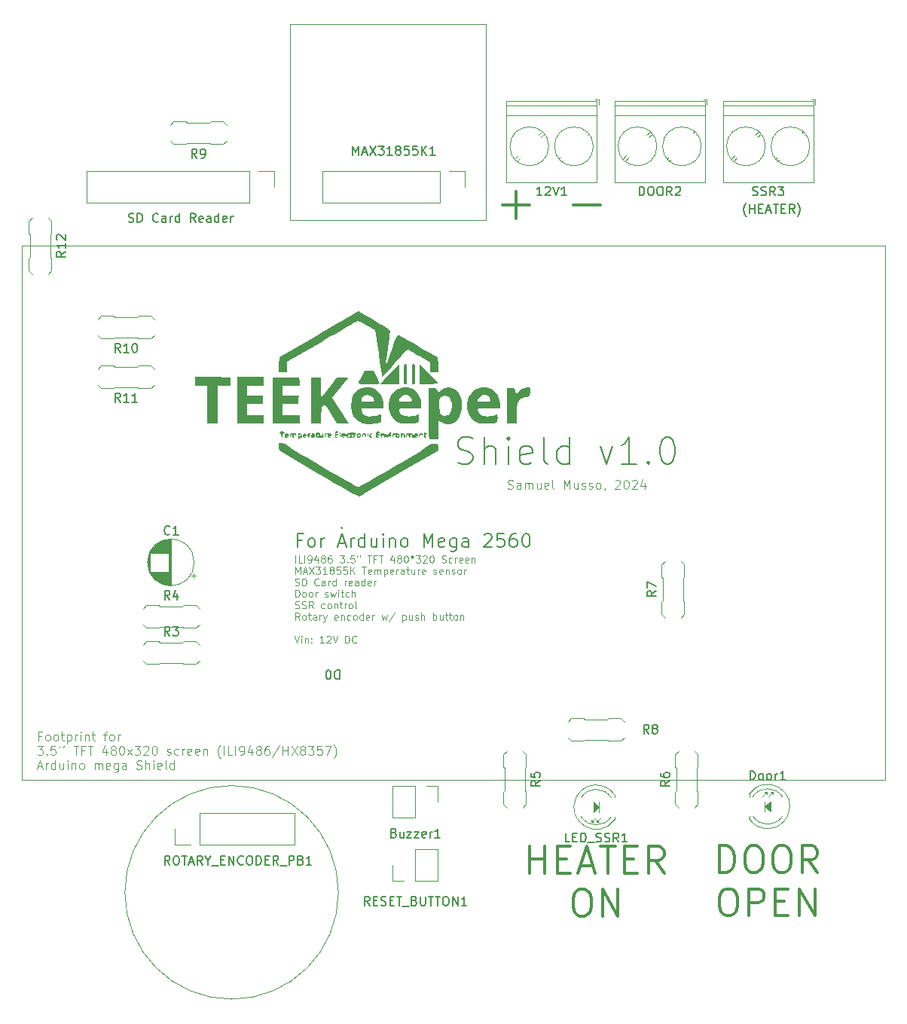
<source format=gbr>
%TF.GenerationSoftware,KiCad,Pcbnew,8.0.5*%
%TF.CreationDate,2024-12-19T13:56:02+01:00*%
%TF.ProjectId,TEEKeeper_V1.0,5445454b-6565-4706-9572-5f56312e302e,rev?*%
%TF.SameCoordinates,PX7b0df40PY6e75580*%
%TF.FileFunction,Legend,Top*%
%TF.FilePolarity,Positive*%
%FSLAX46Y46*%
G04 Gerber Fmt 4.6, Leading zero omitted, Abs format (unit mm)*
G04 Created by KiCad (PCBNEW 8.0.5) date 2024-12-19 13:56:02*
%MOMM*%
%LPD*%
G01*
G04 APERTURE LIST*
%ADD10C,0.100000*%
%ADD11C,0.150000*%
%ADD12C,0.300000*%
%ADD13C,0.200000*%
%ADD14C,0.120000*%
%ADD15C,0.000000*%
G04 APERTURE END LIST*
D10*
X-2540000Y72644000D02*
X94460000Y72644000D01*
X94460000Y12644000D01*
X-2540000Y12644000D01*
X-2540000Y72644000D01*
X33017000Y0D02*
G75*
G02*
X9017000Y0I-12000000J0D01*
G01*
X9017000Y0D02*
G75*
G02*
X33017000Y0I12000000J0D01*
G01*
X27559000Y97536000D02*
X49559000Y97536000D01*
X49559000Y75536000D01*
X27559000Y75536000D01*
X27559000Y97536000D01*
D11*
X78854493Y75949229D02*
X78806874Y75996848D01*
X78806874Y75996848D02*
X78711636Y76139705D01*
X78711636Y76139705D02*
X78664017Y76234943D01*
X78664017Y76234943D02*
X78616398Y76377800D01*
X78616398Y76377800D02*
X78568779Y76615896D01*
X78568779Y76615896D02*
X78568779Y76806372D01*
X78568779Y76806372D02*
X78616398Y77044467D01*
X78616398Y77044467D02*
X78664017Y77187324D01*
X78664017Y77187324D02*
X78711636Y77282562D01*
X78711636Y77282562D02*
X78806874Y77425420D01*
X78806874Y77425420D02*
X78854493Y77473039D01*
X79235446Y76330181D02*
X79235446Y77330181D01*
X79235446Y76853991D02*
X79806874Y76853991D01*
X79806874Y76330181D02*
X79806874Y77330181D01*
X80283065Y76853991D02*
X80616398Y76853991D01*
X80759255Y76330181D02*
X80283065Y76330181D01*
X80283065Y76330181D02*
X80283065Y77330181D01*
X80283065Y77330181D02*
X80759255Y77330181D01*
X81140208Y76615896D02*
X81616398Y76615896D01*
X81044970Y76330181D02*
X81378303Y77330181D01*
X81378303Y77330181D02*
X81711636Y76330181D01*
X81902113Y77330181D02*
X82473541Y77330181D01*
X82187827Y76330181D02*
X82187827Y77330181D01*
X82806875Y76853991D02*
X83140208Y76853991D01*
X83283065Y76330181D02*
X82806875Y76330181D01*
X82806875Y76330181D02*
X82806875Y77330181D01*
X82806875Y77330181D02*
X83283065Y77330181D01*
X84283065Y76330181D02*
X83949732Y76806372D01*
X83711637Y76330181D02*
X83711637Y77330181D01*
X83711637Y77330181D02*
X84092589Y77330181D01*
X84092589Y77330181D02*
X84187827Y77282562D01*
X84187827Y77282562D02*
X84235446Y77234943D01*
X84235446Y77234943D02*
X84283065Y77139705D01*
X84283065Y77139705D02*
X84283065Y76996848D01*
X84283065Y76996848D02*
X84235446Y76901610D01*
X84235446Y76901610D02*
X84187827Y76853991D01*
X84187827Y76853991D02*
X84092589Y76806372D01*
X84092589Y76806372D02*
X83711637Y76806372D01*
X84616399Y75949229D02*
X84664018Y75996848D01*
X84664018Y75996848D02*
X84759256Y76139705D01*
X84759256Y76139705D02*
X84806875Y76234943D01*
X84806875Y76234943D02*
X84854494Y76377800D01*
X84854494Y76377800D02*
X84902113Y76615896D01*
X84902113Y76615896D02*
X84902113Y76806372D01*
X84902113Y76806372D02*
X84854494Y77044467D01*
X84854494Y77044467D02*
X84806875Y77187324D01*
X84806875Y77187324D02*
X84759256Y77282562D01*
X84759256Y77282562D02*
X84664018Y77425420D01*
X84664018Y77425420D02*
X84616399Y77473039D01*
X9433160Y75361800D02*
X9576017Y75314181D01*
X9576017Y75314181D02*
X9814112Y75314181D01*
X9814112Y75314181D02*
X9909350Y75361800D01*
X9909350Y75361800D02*
X9956969Y75409420D01*
X9956969Y75409420D02*
X10004588Y75504658D01*
X10004588Y75504658D02*
X10004588Y75599896D01*
X10004588Y75599896D02*
X9956969Y75695134D01*
X9956969Y75695134D02*
X9909350Y75742753D01*
X9909350Y75742753D02*
X9814112Y75790372D01*
X9814112Y75790372D02*
X9623636Y75837991D01*
X9623636Y75837991D02*
X9528398Y75885610D01*
X9528398Y75885610D02*
X9480779Y75933229D01*
X9480779Y75933229D02*
X9433160Y76028467D01*
X9433160Y76028467D02*
X9433160Y76123705D01*
X9433160Y76123705D02*
X9480779Y76218943D01*
X9480779Y76218943D02*
X9528398Y76266562D01*
X9528398Y76266562D02*
X9623636Y76314181D01*
X9623636Y76314181D02*
X9861731Y76314181D01*
X9861731Y76314181D02*
X10004588Y76266562D01*
X10433160Y75314181D02*
X10433160Y76314181D01*
X10433160Y76314181D02*
X10671255Y76314181D01*
X10671255Y76314181D02*
X10814112Y76266562D01*
X10814112Y76266562D02*
X10909350Y76171324D01*
X10909350Y76171324D02*
X10956969Y76076086D01*
X10956969Y76076086D02*
X11004588Y75885610D01*
X11004588Y75885610D02*
X11004588Y75742753D01*
X11004588Y75742753D02*
X10956969Y75552277D01*
X10956969Y75552277D02*
X10909350Y75457039D01*
X10909350Y75457039D02*
X10814112Y75361800D01*
X10814112Y75361800D02*
X10671255Y75314181D01*
X10671255Y75314181D02*
X10433160Y75314181D01*
X12766493Y75409420D02*
X12718874Y75361800D01*
X12718874Y75361800D02*
X12576017Y75314181D01*
X12576017Y75314181D02*
X12480779Y75314181D01*
X12480779Y75314181D02*
X12337922Y75361800D01*
X12337922Y75361800D02*
X12242684Y75457039D01*
X12242684Y75457039D02*
X12195065Y75552277D01*
X12195065Y75552277D02*
X12147446Y75742753D01*
X12147446Y75742753D02*
X12147446Y75885610D01*
X12147446Y75885610D02*
X12195065Y76076086D01*
X12195065Y76076086D02*
X12242684Y76171324D01*
X12242684Y76171324D02*
X12337922Y76266562D01*
X12337922Y76266562D02*
X12480779Y76314181D01*
X12480779Y76314181D02*
X12576017Y76314181D01*
X12576017Y76314181D02*
X12718874Y76266562D01*
X12718874Y76266562D02*
X12766493Y76218943D01*
X13623636Y75314181D02*
X13623636Y75837991D01*
X13623636Y75837991D02*
X13576017Y75933229D01*
X13576017Y75933229D02*
X13480779Y75980848D01*
X13480779Y75980848D02*
X13290303Y75980848D01*
X13290303Y75980848D02*
X13195065Y75933229D01*
X13623636Y75361800D02*
X13528398Y75314181D01*
X13528398Y75314181D02*
X13290303Y75314181D01*
X13290303Y75314181D02*
X13195065Y75361800D01*
X13195065Y75361800D02*
X13147446Y75457039D01*
X13147446Y75457039D02*
X13147446Y75552277D01*
X13147446Y75552277D02*
X13195065Y75647515D01*
X13195065Y75647515D02*
X13290303Y75695134D01*
X13290303Y75695134D02*
X13528398Y75695134D01*
X13528398Y75695134D02*
X13623636Y75742753D01*
X14099827Y75314181D02*
X14099827Y75980848D01*
X14099827Y75790372D02*
X14147446Y75885610D01*
X14147446Y75885610D02*
X14195065Y75933229D01*
X14195065Y75933229D02*
X14290303Y75980848D01*
X14290303Y75980848D02*
X14385541Y75980848D01*
X15147446Y75314181D02*
X15147446Y76314181D01*
X15147446Y75361800D02*
X15052208Y75314181D01*
X15052208Y75314181D02*
X14861732Y75314181D01*
X14861732Y75314181D02*
X14766494Y75361800D01*
X14766494Y75361800D02*
X14718875Y75409420D01*
X14718875Y75409420D02*
X14671256Y75504658D01*
X14671256Y75504658D02*
X14671256Y75790372D01*
X14671256Y75790372D02*
X14718875Y75885610D01*
X14718875Y75885610D02*
X14766494Y75933229D01*
X14766494Y75933229D02*
X14861732Y75980848D01*
X14861732Y75980848D02*
X15052208Y75980848D01*
X15052208Y75980848D02*
X15147446Y75933229D01*
X16956970Y75314181D02*
X16623637Y75790372D01*
X16385542Y75314181D02*
X16385542Y76314181D01*
X16385542Y76314181D02*
X16766494Y76314181D01*
X16766494Y76314181D02*
X16861732Y76266562D01*
X16861732Y76266562D02*
X16909351Y76218943D01*
X16909351Y76218943D02*
X16956970Y76123705D01*
X16956970Y76123705D02*
X16956970Y75980848D01*
X16956970Y75980848D02*
X16909351Y75885610D01*
X16909351Y75885610D02*
X16861732Y75837991D01*
X16861732Y75837991D02*
X16766494Y75790372D01*
X16766494Y75790372D02*
X16385542Y75790372D01*
X17766494Y75361800D02*
X17671256Y75314181D01*
X17671256Y75314181D02*
X17480780Y75314181D01*
X17480780Y75314181D02*
X17385542Y75361800D01*
X17385542Y75361800D02*
X17337923Y75457039D01*
X17337923Y75457039D02*
X17337923Y75837991D01*
X17337923Y75837991D02*
X17385542Y75933229D01*
X17385542Y75933229D02*
X17480780Y75980848D01*
X17480780Y75980848D02*
X17671256Y75980848D01*
X17671256Y75980848D02*
X17766494Y75933229D01*
X17766494Y75933229D02*
X17814113Y75837991D01*
X17814113Y75837991D02*
X17814113Y75742753D01*
X17814113Y75742753D02*
X17337923Y75647515D01*
X18671256Y75314181D02*
X18671256Y75837991D01*
X18671256Y75837991D02*
X18623637Y75933229D01*
X18623637Y75933229D02*
X18528399Y75980848D01*
X18528399Y75980848D02*
X18337923Y75980848D01*
X18337923Y75980848D02*
X18242685Y75933229D01*
X18671256Y75361800D02*
X18576018Y75314181D01*
X18576018Y75314181D02*
X18337923Y75314181D01*
X18337923Y75314181D02*
X18242685Y75361800D01*
X18242685Y75361800D02*
X18195066Y75457039D01*
X18195066Y75457039D02*
X18195066Y75552277D01*
X18195066Y75552277D02*
X18242685Y75647515D01*
X18242685Y75647515D02*
X18337923Y75695134D01*
X18337923Y75695134D02*
X18576018Y75695134D01*
X18576018Y75695134D02*
X18671256Y75742753D01*
X19576018Y75314181D02*
X19576018Y76314181D01*
X19576018Y75361800D02*
X19480780Y75314181D01*
X19480780Y75314181D02*
X19290304Y75314181D01*
X19290304Y75314181D02*
X19195066Y75361800D01*
X19195066Y75361800D02*
X19147447Y75409420D01*
X19147447Y75409420D02*
X19099828Y75504658D01*
X19099828Y75504658D02*
X19099828Y75790372D01*
X19099828Y75790372D02*
X19147447Y75885610D01*
X19147447Y75885610D02*
X19195066Y75933229D01*
X19195066Y75933229D02*
X19290304Y75980848D01*
X19290304Y75980848D02*
X19480780Y75980848D01*
X19480780Y75980848D02*
X19576018Y75933229D01*
X20433161Y75361800D02*
X20337923Y75314181D01*
X20337923Y75314181D02*
X20147447Y75314181D01*
X20147447Y75314181D02*
X20052209Y75361800D01*
X20052209Y75361800D02*
X20004590Y75457039D01*
X20004590Y75457039D02*
X20004590Y75837991D01*
X20004590Y75837991D02*
X20052209Y75933229D01*
X20052209Y75933229D02*
X20147447Y75980848D01*
X20147447Y75980848D02*
X20337923Y75980848D01*
X20337923Y75980848D02*
X20433161Y75933229D01*
X20433161Y75933229D02*
X20480780Y75837991D01*
X20480780Y75837991D02*
X20480780Y75742753D01*
X20480780Y75742753D02*
X20004590Y75647515D01*
X20909352Y75314181D02*
X20909352Y75980848D01*
X20909352Y75790372D02*
X20956971Y75885610D01*
X20956971Y75885610D02*
X21004590Y75933229D01*
X21004590Y75933229D02*
X21099828Y75980848D01*
X21099828Y75980848D02*
X21195066Y75980848D01*
D12*
X54475999Y2164575D02*
X54475999Y5164575D01*
X54475999Y3736004D02*
X56190285Y3736004D01*
X56190285Y2164575D02*
X56190285Y5164575D01*
X57618856Y3736004D02*
X58618856Y3736004D01*
X59047428Y2164575D02*
X57618856Y2164575D01*
X57618856Y2164575D02*
X57618856Y5164575D01*
X57618856Y5164575D02*
X59047428Y5164575D01*
X60190285Y3021718D02*
X61618857Y3021718D01*
X59904571Y2164575D02*
X60904571Y5164575D01*
X60904571Y5164575D02*
X61904571Y2164575D01*
X62476000Y5164575D02*
X64190286Y5164575D01*
X63333143Y2164575D02*
X63333143Y5164575D01*
X65190285Y3736004D02*
X66190285Y3736004D01*
X66618857Y2164575D02*
X65190285Y2164575D01*
X65190285Y2164575D02*
X65190285Y5164575D01*
X65190285Y5164575D02*
X66618857Y5164575D01*
X69618857Y2164575D02*
X68618857Y3593147D01*
X67904571Y2164575D02*
X67904571Y5164575D01*
X67904571Y5164575D02*
X69047428Y5164575D01*
X69047428Y5164575D02*
X69333143Y5021718D01*
X69333143Y5021718D02*
X69476000Y4878861D01*
X69476000Y4878861D02*
X69618857Y4593147D01*
X69618857Y4593147D02*
X69618857Y4164575D01*
X69618857Y4164575D02*
X69476000Y3878861D01*
X69476000Y3878861D02*
X69333143Y3736004D01*
X69333143Y3736004D02*
X69047428Y3593147D01*
X69047428Y3593147D02*
X67904571Y3593147D01*
X60118857Y334743D02*
X60690285Y334743D01*
X60690285Y334743D02*
X60976000Y191886D01*
X60976000Y191886D02*
X61261714Y-93828D01*
X61261714Y-93828D02*
X61404571Y-665257D01*
X61404571Y-665257D02*
X61404571Y-1665257D01*
X61404571Y-1665257D02*
X61261714Y-2236685D01*
X61261714Y-2236685D02*
X60976000Y-2522400D01*
X60976000Y-2522400D02*
X60690285Y-2665257D01*
X60690285Y-2665257D02*
X60118857Y-2665257D01*
X60118857Y-2665257D02*
X59833143Y-2522400D01*
X59833143Y-2522400D02*
X59547428Y-2236685D01*
X59547428Y-2236685D02*
X59404571Y-1665257D01*
X59404571Y-1665257D02*
X59404571Y-665257D01*
X59404571Y-665257D02*
X59547428Y-93828D01*
X59547428Y-93828D02*
X59833143Y191886D01*
X59833143Y191886D02*
X60118857Y334743D01*
X62690285Y-2665257D02*
X62690285Y334743D01*
X62690285Y334743D02*
X64404571Y-2665257D01*
X64404571Y-2665257D02*
X64404571Y334743D01*
D10*
X-378783Y17587279D02*
X-712116Y17587279D01*
X-712116Y17063469D02*
X-712116Y18063469D01*
X-712116Y18063469D02*
X-235926Y18063469D01*
X287884Y17063469D02*
X192646Y17111088D01*
X192646Y17111088D02*
X145027Y17158708D01*
X145027Y17158708D02*
X97408Y17253946D01*
X97408Y17253946D02*
X97408Y17539660D01*
X97408Y17539660D02*
X145027Y17634898D01*
X145027Y17634898D02*
X192646Y17682517D01*
X192646Y17682517D02*
X287884Y17730136D01*
X287884Y17730136D02*
X430741Y17730136D01*
X430741Y17730136D02*
X525979Y17682517D01*
X525979Y17682517D02*
X573598Y17634898D01*
X573598Y17634898D02*
X621217Y17539660D01*
X621217Y17539660D02*
X621217Y17253946D01*
X621217Y17253946D02*
X573598Y17158708D01*
X573598Y17158708D02*
X525979Y17111088D01*
X525979Y17111088D02*
X430741Y17063469D01*
X430741Y17063469D02*
X287884Y17063469D01*
X1192646Y17063469D02*
X1097408Y17111088D01*
X1097408Y17111088D02*
X1049789Y17158708D01*
X1049789Y17158708D02*
X1002170Y17253946D01*
X1002170Y17253946D02*
X1002170Y17539660D01*
X1002170Y17539660D02*
X1049789Y17634898D01*
X1049789Y17634898D02*
X1097408Y17682517D01*
X1097408Y17682517D02*
X1192646Y17730136D01*
X1192646Y17730136D02*
X1335503Y17730136D01*
X1335503Y17730136D02*
X1430741Y17682517D01*
X1430741Y17682517D02*
X1478360Y17634898D01*
X1478360Y17634898D02*
X1525979Y17539660D01*
X1525979Y17539660D02*
X1525979Y17253946D01*
X1525979Y17253946D02*
X1478360Y17158708D01*
X1478360Y17158708D02*
X1430741Y17111088D01*
X1430741Y17111088D02*
X1335503Y17063469D01*
X1335503Y17063469D02*
X1192646Y17063469D01*
X1811694Y17730136D02*
X2192646Y17730136D01*
X1954551Y18063469D02*
X1954551Y17206327D01*
X1954551Y17206327D02*
X2002170Y17111088D01*
X2002170Y17111088D02*
X2097408Y17063469D01*
X2097408Y17063469D02*
X2192646Y17063469D01*
X2525980Y17730136D02*
X2525980Y16730136D01*
X2525980Y17682517D02*
X2621218Y17730136D01*
X2621218Y17730136D02*
X2811694Y17730136D01*
X2811694Y17730136D02*
X2906932Y17682517D01*
X2906932Y17682517D02*
X2954551Y17634898D01*
X2954551Y17634898D02*
X3002170Y17539660D01*
X3002170Y17539660D02*
X3002170Y17253946D01*
X3002170Y17253946D02*
X2954551Y17158708D01*
X2954551Y17158708D02*
X2906932Y17111088D01*
X2906932Y17111088D02*
X2811694Y17063469D01*
X2811694Y17063469D02*
X2621218Y17063469D01*
X2621218Y17063469D02*
X2525980Y17111088D01*
X3430742Y17063469D02*
X3430742Y17730136D01*
X3430742Y17539660D02*
X3478361Y17634898D01*
X3478361Y17634898D02*
X3525980Y17682517D01*
X3525980Y17682517D02*
X3621218Y17730136D01*
X3621218Y17730136D02*
X3716456Y17730136D01*
X4049790Y17063469D02*
X4049790Y17730136D01*
X4049790Y18063469D02*
X4002171Y18015850D01*
X4002171Y18015850D02*
X4049790Y17968231D01*
X4049790Y17968231D02*
X4097409Y18015850D01*
X4097409Y18015850D02*
X4049790Y18063469D01*
X4049790Y18063469D02*
X4049790Y17968231D01*
X4525980Y17730136D02*
X4525980Y17063469D01*
X4525980Y17634898D02*
X4573599Y17682517D01*
X4573599Y17682517D02*
X4668837Y17730136D01*
X4668837Y17730136D02*
X4811694Y17730136D01*
X4811694Y17730136D02*
X4906932Y17682517D01*
X4906932Y17682517D02*
X4954551Y17587279D01*
X4954551Y17587279D02*
X4954551Y17063469D01*
X5287885Y17730136D02*
X5668837Y17730136D01*
X5430742Y18063469D02*
X5430742Y17206327D01*
X5430742Y17206327D02*
X5478361Y17111088D01*
X5478361Y17111088D02*
X5573599Y17063469D01*
X5573599Y17063469D02*
X5668837Y17063469D01*
X6621219Y17730136D02*
X7002171Y17730136D01*
X6764076Y17063469D02*
X6764076Y17920612D01*
X6764076Y17920612D02*
X6811695Y18015850D01*
X6811695Y18015850D02*
X6906933Y18063469D01*
X6906933Y18063469D02*
X7002171Y18063469D01*
X7478362Y17063469D02*
X7383124Y17111088D01*
X7383124Y17111088D02*
X7335505Y17158708D01*
X7335505Y17158708D02*
X7287886Y17253946D01*
X7287886Y17253946D02*
X7287886Y17539660D01*
X7287886Y17539660D02*
X7335505Y17634898D01*
X7335505Y17634898D02*
X7383124Y17682517D01*
X7383124Y17682517D02*
X7478362Y17730136D01*
X7478362Y17730136D02*
X7621219Y17730136D01*
X7621219Y17730136D02*
X7716457Y17682517D01*
X7716457Y17682517D02*
X7764076Y17634898D01*
X7764076Y17634898D02*
X7811695Y17539660D01*
X7811695Y17539660D02*
X7811695Y17253946D01*
X7811695Y17253946D02*
X7764076Y17158708D01*
X7764076Y17158708D02*
X7716457Y17111088D01*
X7716457Y17111088D02*
X7621219Y17063469D01*
X7621219Y17063469D02*
X7478362Y17063469D01*
X8240267Y17063469D02*
X8240267Y17730136D01*
X8240267Y17539660D02*
X8287886Y17634898D01*
X8287886Y17634898D02*
X8335505Y17682517D01*
X8335505Y17682517D02*
X8430743Y17730136D01*
X8430743Y17730136D02*
X8525981Y17730136D01*
X-807354Y16453525D02*
X-188307Y16453525D01*
X-188307Y16453525D02*
X-521640Y16072573D01*
X-521640Y16072573D02*
X-378783Y16072573D01*
X-378783Y16072573D02*
X-283545Y16024954D01*
X-283545Y16024954D02*
X-235926Y15977335D01*
X-235926Y15977335D02*
X-188307Y15882097D01*
X-188307Y15882097D02*
X-188307Y15644002D01*
X-188307Y15644002D02*
X-235926Y15548764D01*
X-235926Y15548764D02*
X-283545Y15501144D01*
X-283545Y15501144D02*
X-378783Y15453525D01*
X-378783Y15453525D02*
X-664497Y15453525D01*
X-664497Y15453525D02*
X-759735Y15501144D01*
X-759735Y15501144D02*
X-807354Y15548764D01*
X240265Y15548764D02*
X287884Y15501144D01*
X287884Y15501144D02*
X240265Y15453525D01*
X240265Y15453525D02*
X192646Y15501144D01*
X192646Y15501144D02*
X240265Y15548764D01*
X240265Y15548764D02*
X240265Y15453525D01*
X1192645Y16453525D02*
X716455Y16453525D01*
X716455Y16453525D02*
X668836Y15977335D01*
X668836Y15977335D02*
X716455Y16024954D01*
X716455Y16024954D02*
X811693Y16072573D01*
X811693Y16072573D02*
X1049788Y16072573D01*
X1049788Y16072573D02*
X1145026Y16024954D01*
X1145026Y16024954D02*
X1192645Y15977335D01*
X1192645Y15977335D02*
X1240264Y15882097D01*
X1240264Y15882097D02*
X1240264Y15644002D01*
X1240264Y15644002D02*
X1192645Y15548764D01*
X1192645Y15548764D02*
X1145026Y15501144D01*
X1145026Y15501144D02*
X1049788Y15453525D01*
X1049788Y15453525D02*
X811693Y15453525D01*
X811693Y15453525D02*
X716455Y15501144D01*
X716455Y15501144D02*
X668836Y15548764D01*
X1716455Y16453525D02*
X1621217Y16263049D01*
X2192645Y16453525D02*
X2097407Y16263049D01*
X3240264Y16453525D02*
X3811692Y16453525D01*
X3525978Y15453525D02*
X3525978Y16453525D01*
X4478359Y15977335D02*
X4145026Y15977335D01*
X4145026Y15453525D02*
X4145026Y16453525D01*
X4145026Y16453525D02*
X4621216Y16453525D01*
X4859312Y16453525D02*
X5430740Y16453525D01*
X5145026Y15453525D02*
X5145026Y16453525D01*
X6954550Y16120192D02*
X6954550Y15453525D01*
X6716455Y16501144D02*
X6478360Y15786859D01*
X6478360Y15786859D02*
X7097407Y15786859D01*
X7621217Y16024954D02*
X7525979Y16072573D01*
X7525979Y16072573D02*
X7478360Y16120192D01*
X7478360Y16120192D02*
X7430741Y16215430D01*
X7430741Y16215430D02*
X7430741Y16263049D01*
X7430741Y16263049D02*
X7478360Y16358287D01*
X7478360Y16358287D02*
X7525979Y16405906D01*
X7525979Y16405906D02*
X7621217Y16453525D01*
X7621217Y16453525D02*
X7811693Y16453525D01*
X7811693Y16453525D02*
X7906931Y16405906D01*
X7906931Y16405906D02*
X7954550Y16358287D01*
X7954550Y16358287D02*
X8002169Y16263049D01*
X8002169Y16263049D02*
X8002169Y16215430D01*
X8002169Y16215430D02*
X7954550Y16120192D01*
X7954550Y16120192D02*
X7906931Y16072573D01*
X7906931Y16072573D02*
X7811693Y16024954D01*
X7811693Y16024954D02*
X7621217Y16024954D01*
X7621217Y16024954D02*
X7525979Y15977335D01*
X7525979Y15977335D02*
X7478360Y15929716D01*
X7478360Y15929716D02*
X7430741Y15834478D01*
X7430741Y15834478D02*
X7430741Y15644002D01*
X7430741Y15644002D02*
X7478360Y15548764D01*
X7478360Y15548764D02*
X7525979Y15501144D01*
X7525979Y15501144D02*
X7621217Y15453525D01*
X7621217Y15453525D02*
X7811693Y15453525D01*
X7811693Y15453525D02*
X7906931Y15501144D01*
X7906931Y15501144D02*
X7954550Y15548764D01*
X7954550Y15548764D02*
X8002169Y15644002D01*
X8002169Y15644002D02*
X8002169Y15834478D01*
X8002169Y15834478D02*
X7954550Y15929716D01*
X7954550Y15929716D02*
X7906931Y15977335D01*
X7906931Y15977335D02*
X7811693Y16024954D01*
X8621217Y16453525D02*
X8716455Y16453525D01*
X8716455Y16453525D02*
X8811693Y16405906D01*
X8811693Y16405906D02*
X8859312Y16358287D01*
X8859312Y16358287D02*
X8906931Y16263049D01*
X8906931Y16263049D02*
X8954550Y16072573D01*
X8954550Y16072573D02*
X8954550Y15834478D01*
X8954550Y15834478D02*
X8906931Y15644002D01*
X8906931Y15644002D02*
X8859312Y15548764D01*
X8859312Y15548764D02*
X8811693Y15501144D01*
X8811693Y15501144D02*
X8716455Y15453525D01*
X8716455Y15453525D02*
X8621217Y15453525D01*
X8621217Y15453525D02*
X8525979Y15501144D01*
X8525979Y15501144D02*
X8478360Y15548764D01*
X8478360Y15548764D02*
X8430741Y15644002D01*
X8430741Y15644002D02*
X8383122Y15834478D01*
X8383122Y15834478D02*
X8383122Y16072573D01*
X8383122Y16072573D02*
X8430741Y16263049D01*
X8430741Y16263049D02*
X8478360Y16358287D01*
X8478360Y16358287D02*
X8525979Y16405906D01*
X8525979Y16405906D02*
X8621217Y16453525D01*
X9287884Y15453525D02*
X9811693Y16120192D01*
X9287884Y16120192D02*
X9811693Y15453525D01*
X10097408Y16453525D02*
X10716455Y16453525D01*
X10716455Y16453525D02*
X10383122Y16072573D01*
X10383122Y16072573D02*
X10525979Y16072573D01*
X10525979Y16072573D02*
X10621217Y16024954D01*
X10621217Y16024954D02*
X10668836Y15977335D01*
X10668836Y15977335D02*
X10716455Y15882097D01*
X10716455Y15882097D02*
X10716455Y15644002D01*
X10716455Y15644002D02*
X10668836Y15548764D01*
X10668836Y15548764D02*
X10621217Y15501144D01*
X10621217Y15501144D02*
X10525979Y15453525D01*
X10525979Y15453525D02*
X10240265Y15453525D01*
X10240265Y15453525D02*
X10145027Y15501144D01*
X10145027Y15501144D02*
X10097408Y15548764D01*
X11097408Y16358287D02*
X11145027Y16405906D01*
X11145027Y16405906D02*
X11240265Y16453525D01*
X11240265Y16453525D02*
X11478360Y16453525D01*
X11478360Y16453525D02*
X11573598Y16405906D01*
X11573598Y16405906D02*
X11621217Y16358287D01*
X11621217Y16358287D02*
X11668836Y16263049D01*
X11668836Y16263049D02*
X11668836Y16167811D01*
X11668836Y16167811D02*
X11621217Y16024954D01*
X11621217Y16024954D02*
X11049789Y15453525D01*
X11049789Y15453525D02*
X11668836Y15453525D01*
X12287884Y16453525D02*
X12383122Y16453525D01*
X12383122Y16453525D02*
X12478360Y16405906D01*
X12478360Y16405906D02*
X12525979Y16358287D01*
X12525979Y16358287D02*
X12573598Y16263049D01*
X12573598Y16263049D02*
X12621217Y16072573D01*
X12621217Y16072573D02*
X12621217Y15834478D01*
X12621217Y15834478D02*
X12573598Y15644002D01*
X12573598Y15644002D02*
X12525979Y15548764D01*
X12525979Y15548764D02*
X12478360Y15501144D01*
X12478360Y15501144D02*
X12383122Y15453525D01*
X12383122Y15453525D02*
X12287884Y15453525D01*
X12287884Y15453525D02*
X12192646Y15501144D01*
X12192646Y15501144D02*
X12145027Y15548764D01*
X12145027Y15548764D02*
X12097408Y15644002D01*
X12097408Y15644002D02*
X12049789Y15834478D01*
X12049789Y15834478D02*
X12049789Y16072573D01*
X12049789Y16072573D02*
X12097408Y16263049D01*
X12097408Y16263049D02*
X12145027Y16358287D01*
X12145027Y16358287D02*
X12192646Y16405906D01*
X12192646Y16405906D02*
X12287884Y16453525D01*
X13764075Y15501144D02*
X13859313Y15453525D01*
X13859313Y15453525D02*
X14049789Y15453525D01*
X14049789Y15453525D02*
X14145027Y15501144D01*
X14145027Y15501144D02*
X14192646Y15596383D01*
X14192646Y15596383D02*
X14192646Y15644002D01*
X14192646Y15644002D02*
X14145027Y15739240D01*
X14145027Y15739240D02*
X14049789Y15786859D01*
X14049789Y15786859D02*
X13906932Y15786859D01*
X13906932Y15786859D02*
X13811694Y15834478D01*
X13811694Y15834478D02*
X13764075Y15929716D01*
X13764075Y15929716D02*
X13764075Y15977335D01*
X13764075Y15977335D02*
X13811694Y16072573D01*
X13811694Y16072573D02*
X13906932Y16120192D01*
X13906932Y16120192D02*
X14049789Y16120192D01*
X14049789Y16120192D02*
X14145027Y16072573D01*
X15049789Y15501144D02*
X14954551Y15453525D01*
X14954551Y15453525D02*
X14764075Y15453525D01*
X14764075Y15453525D02*
X14668837Y15501144D01*
X14668837Y15501144D02*
X14621218Y15548764D01*
X14621218Y15548764D02*
X14573599Y15644002D01*
X14573599Y15644002D02*
X14573599Y15929716D01*
X14573599Y15929716D02*
X14621218Y16024954D01*
X14621218Y16024954D02*
X14668837Y16072573D01*
X14668837Y16072573D02*
X14764075Y16120192D01*
X14764075Y16120192D02*
X14954551Y16120192D01*
X14954551Y16120192D02*
X15049789Y16072573D01*
X15478361Y15453525D02*
X15478361Y16120192D01*
X15478361Y15929716D02*
X15525980Y16024954D01*
X15525980Y16024954D02*
X15573599Y16072573D01*
X15573599Y16072573D02*
X15668837Y16120192D01*
X15668837Y16120192D02*
X15764075Y16120192D01*
X16478361Y15501144D02*
X16383123Y15453525D01*
X16383123Y15453525D02*
X16192647Y15453525D01*
X16192647Y15453525D02*
X16097409Y15501144D01*
X16097409Y15501144D02*
X16049790Y15596383D01*
X16049790Y15596383D02*
X16049790Y15977335D01*
X16049790Y15977335D02*
X16097409Y16072573D01*
X16097409Y16072573D02*
X16192647Y16120192D01*
X16192647Y16120192D02*
X16383123Y16120192D01*
X16383123Y16120192D02*
X16478361Y16072573D01*
X16478361Y16072573D02*
X16525980Y15977335D01*
X16525980Y15977335D02*
X16525980Y15882097D01*
X16525980Y15882097D02*
X16049790Y15786859D01*
X17335504Y15501144D02*
X17240266Y15453525D01*
X17240266Y15453525D02*
X17049790Y15453525D01*
X17049790Y15453525D02*
X16954552Y15501144D01*
X16954552Y15501144D02*
X16906933Y15596383D01*
X16906933Y15596383D02*
X16906933Y15977335D01*
X16906933Y15977335D02*
X16954552Y16072573D01*
X16954552Y16072573D02*
X17049790Y16120192D01*
X17049790Y16120192D02*
X17240266Y16120192D01*
X17240266Y16120192D02*
X17335504Y16072573D01*
X17335504Y16072573D02*
X17383123Y15977335D01*
X17383123Y15977335D02*
X17383123Y15882097D01*
X17383123Y15882097D02*
X16906933Y15786859D01*
X17811695Y16120192D02*
X17811695Y15453525D01*
X17811695Y16024954D02*
X17859314Y16072573D01*
X17859314Y16072573D02*
X17954552Y16120192D01*
X17954552Y16120192D02*
X18097409Y16120192D01*
X18097409Y16120192D02*
X18192647Y16072573D01*
X18192647Y16072573D02*
X18240266Y15977335D01*
X18240266Y15977335D02*
X18240266Y15453525D01*
X19764076Y15072573D02*
X19716457Y15120192D01*
X19716457Y15120192D02*
X19621219Y15263049D01*
X19621219Y15263049D02*
X19573600Y15358287D01*
X19573600Y15358287D02*
X19525981Y15501144D01*
X19525981Y15501144D02*
X19478362Y15739240D01*
X19478362Y15739240D02*
X19478362Y15929716D01*
X19478362Y15929716D02*
X19525981Y16167811D01*
X19525981Y16167811D02*
X19573600Y16310668D01*
X19573600Y16310668D02*
X19621219Y16405906D01*
X19621219Y16405906D02*
X19716457Y16548764D01*
X19716457Y16548764D02*
X19764076Y16596383D01*
X20145029Y15453525D02*
X20145029Y16453525D01*
X21097409Y15453525D02*
X20621219Y15453525D01*
X20621219Y15453525D02*
X20621219Y16453525D01*
X21430743Y15453525D02*
X21430743Y16453525D01*
X21954552Y15453525D02*
X22145028Y15453525D01*
X22145028Y15453525D02*
X22240266Y15501144D01*
X22240266Y15501144D02*
X22287885Y15548764D01*
X22287885Y15548764D02*
X22383123Y15691621D01*
X22383123Y15691621D02*
X22430742Y15882097D01*
X22430742Y15882097D02*
X22430742Y16263049D01*
X22430742Y16263049D02*
X22383123Y16358287D01*
X22383123Y16358287D02*
X22335504Y16405906D01*
X22335504Y16405906D02*
X22240266Y16453525D01*
X22240266Y16453525D02*
X22049790Y16453525D01*
X22049790Y16453525D02*
X21954552Y16405906D01*
X21954552Y16405906D02*
X21906933Y16358287D01*
X21906933Y16358287D02*
X21859314Y16263049D01*
X21859314Y16263049D02*
X21859314Y16024954D01*
X21859314Y16024954D02*
X21906933Y15929716D01*
X21906933Y15929716D02*
X21954552Y15882097D01*
X21954552Y15882097D02*
X22049790Y15834478D01*
X22049790Y15834478D02*
X22240266Y15834478D01*
X22240266Y15834478D02*
X22335504Y15882097D01*
X22335504Y15882097D02*
X22383123Y15929716D01*
X22383123Y15929716D02*
X22430742Y16024954D01*
X23287885Y16120192D02*
X23287885Y15453525D01*
X23049790Y16501144D02*
X22811695Y15786859D01*
X22811695Y15786859D02*
X23430742Y15786859D01*
X23954552Y16024954D02*
X23859314Y16072573D01*
X23859314Y16072573D02*
X23811695Y16120192D01*
X23811695Y16120192D02*
X23764076Y16215430D01*
X23764076Y16215430D02*
X23764076Y16263049D01*
X23764076Y16263049D02*
X23811695Y16358287D01*
X23811695Y16358287D02*
X23859314Y16405906D01*
X23859314Y16405906D02*
X23954552Y16453525D01*
X23954552Y16453525D02*
X24145028Y16453525D01*
X24145028Y16453525D02*
X24240266Y16405906D01*
X24240266Y16405906D02*
X24287885Y16358287D01*
X24287885Y16358287D02*
X24335504Y16263049D01*
X24335504Y16263049D02*
X24335504Y16215430D01*
X24335504Y16215430D02*
X24287885Y16120192D01*
X24287885Y16120192D02*
X24240266Y16072573D01*
X24240266Y16072573D02*
X24145028Y16024954D01*
X24145028Y16024954D02*
X23954552Y16024954D01*
X23954552Y16024954D02*
X23859314Y15977335D01*
X23859314Y15977335D02*
X23811695Y15929716D01*
X23811695Y15929716D02*
X23764076Y15834478D01*
X23764076Y15834478D02*
X23764076Y15644002D01*
X23764076Y15644002D02*
X23811695Y15548764D01*
X23811695Y15548764D02*
X23859314Y15501144D01*
X23859314Y15501144D02*
X23954552Y15453525D01*
X23954552Y15453525D02*
X24145028Y15453525D01*
X24145028Y15453525D02*
X24240266Y15501144D01*
X24240266Y15501144D02*
X24287885Y15548764D01*
X24287885Y15548764D02*
X24335504Y15644002D01*
X24335504Y15644002D02*
X24335504Y15834478D01*
X24335504Y15834478D02*
X24287885Y15929716D01*
X24287885Y15929716D02*
X24240266Y15977335D01*
X24240266Y15977335D02*
X24145028Y16024954D01*
X25192647Y16453525D02*
X25002171Y16453525D01*
X25002171Y16453525D02*
X24906933Y16405906D01*
X24906933Y16405906D02*
X24859314Y16358287D01*
X24859314Y16358287D02*
X24764076Y16215430D01*
X24764076Y16215430D02*
X24716457Y16024954D01*
X24716457Y16024954D02*
X24716457Y15644002D01*
X24716457Y15644002D02*
X24764076Y15548764D01*
X24764076Y15548764D02*
X24811695Y15501144D01*
X24811695Y15501144D02*
X24906933Y15453525D01*
X24906933Y15453525D02*
X25097409Y15453525D01*
X25097409Y15453525D02*
X25192647Y15501144D01*
X25192647Y15501144D02*
X25240266Y15548764D01*
X25240266Y15548764D02*
X25287885Y15644002D01*
X25287885Y15644002D02*
X25287885Y15882097D01*
X25287885Y15882097D02*
X25240266Y15977335D01*
X25240266Y15977335D02*
X25192647Y16024954D01*
X25192647Y16024954D02*
X25097409Y16072573D01*
X25097409Y16072573D02*
X24906933Y16072573D01*
X24906933Y16072573D02*
X24811695Y16024954D01*
X24811695Y16024954D02*
X24764076Y15977335D01*
X24764076Y15977335D02*
X24716457Y15882097D01*
X26430742Y16501144D02*
X25573600Y15215430D01*
X26764076Y15453525D02*
X26764076Y16453525D01*
X26764076Y15977335D02*
X27335504Y15977335D01*
X27335504Y15453525D02*
X27335504Y16453525D01*
X27716457Y16453525D02*
X28383123Y15453525D01*
X28383123Y16453525D02*
X27716457Y15453525D01*
X28906933Y16024954D02*
X28811695Y16072573D01*
X28811695Y16072573D02*
X28764076Y16120192D01*
X28764076Y16120192D02*
X28716457Y16215430D01*
X28716457Y16215430D02*
X28716457Y16263049D01*
X28716457Y16263049D02*
X28764076Y16358287D01*
X28764076Y16358287D02*
X28811695Y16405906D01*
X28811695Y16405906D02*
X28906933Y16453525D01*
X28906933Y16453525D02*
X29097409Y16453525D01*
X29097409Y16453525D02*
X29192647Y16405906D01*
X29192647Y16405906D02*
X29240266Y16358287D01*
X29240266Y16358287D02*
X29287885Y16263049D01*
X29287885Y16263049D02*
X29287885Y16215430D01*
X29287885Y16215430D02*
X29240266Y16120192D01*
X29240266Y16120192D02*
X29192647Y16072573D01*
X29192647Y16072573D02*
X29097409Y16024954D01*
X29097409Y16024954D02*
X28906933Y16024954D01*
X28906933Y16024954D02*
X28811695Y15977335D01*
X28811695Y15977335D02*
X28764076Y15929716D01*
X28764076Y15929716D02*
X28716457Y15834478D01*
X28716457Y15834478D02*
X28716457Y15644002D01*
X28716457Y15644002D02*
X28764076Y15548764D01*
X28764076Y15548764D02*
X28811695Y15501144D01*
X28811695Y15501144D02*
X28906933Y15453525D01*
X28906933Y15453525D02*
X29097409Y15453525D01*
X29097409Y15453525D02*
X29192647Y15501144D01*
X29192647Y15501144D02*
X29240266Y15548764D01*
X29240266Y15548764D02*
X29287885Y15644002D01*
X29287885Y15644002D02*
X29287885Y15834478D01*
X29287885Y15834478D02*
X29240266Y15929716D01*
X29240266Y15929716D02*
X29192647Y15977335D01*
X29192647Y15977335D02*
X29097409Y16024954D01*
X29621219Y16453525D02*
X30240266Y16453525D01*
X30240266Y16453525D02*
X29906933Y16072573D01*
X29906933Y16072573D02*
X30049790Y16072573D01*
X30049790Y16072573D02*
X30145028Y16024954D01*
X30145028Y16024954D02*
X30192647Y15977335D01*
X30192647Y15977335D02*
X30240266Y15882097D01*
X30240266Y15882097D02*
X30240266Y15644002D01*
X30240266Y15644002D02*
X30192647Y15548764D01*
X30192647Y15548764D02*
X30145028Y15501144D01*
X30145028Y15501144D02*
X30049790Y15453525D01*
X30049790Y15453525D02*
X29764076Y15453525D01*
X29764076Y15453525D02*
X29668838Y15501144D01*
X29668838Y15501144D02*
X29621219Y15548764D01*
X31145028Y16453525D02*
X30668838Y16453525D01*
X30668838Y16453525D02*
X30621219Y15977335D01*
X30621219Y15977335D02*
X30668838Y16024954D01*
X30668838Y16024954D02*
X30764076Y16072573D01*
X30764076Y16072573D02*
X31002171Y16072573D01*
X31002171Y16072573D02*
X31097409Y16024954D01*
X31097409Y16024954D02*
X31145028Y15977335D01*
X31145028Y15977335D02*
X31192647Y15882097D01*
X31192647Y15882097D02*
X31192647Y15644002D01*
X31192647Y15644002D02*
X31145028Y15548764D01*
X31145028Y15548764D02*
X31097409Y15501144D01*
X31097409Y15501144D02*
X31002171Y15453525D01*
X31002171Y15453525D02*
X30764076Y15453525D01*
X30764076Y15453525D02*
X30668838Y15501144D01*
X30668838Y15501144D02*
X30621219Y15548764D01*
X31525981Y16453525D02*
X32192647Y16453525D01*
X32192647Y16453525D02*
X31764076Y15453525D01*
X32478362Y15072573D02*
X32525981Y15120192D01*
X32525981Y15120192D02*
X32621219Y15263049D01*
X32621219Y15263049D02*
X32668838Y15358287D01*
X32668838Y15358287D02*
X32716457Y15501144D01*
X32716457Y15501144D02*
X32764076Y15739240D01*
X32764076Y15739240D02*
X32764076Y15929716D01*
X32764076Y15929716D02*
X32716457Y16167811D01*
X32716457Y16167811D02*
X32668838Y16310668D01*
X32668838Y16310668D02*
X32621219Y16405906D01*
X32621219Y16405906D02*
X32525981Y16548764D01*
X32525981Y16548764D02*
X32478362Y16596383D01*
X-759735Y14129296D02*
X-283545Y14129296D01*
X-854973Y13843581D02*
X-521640Y14843581D01*
X-521640Y14843581D02*
X-188307Y13843581D01*
X145027Y13843581D02*
X145027Y14510248D01*
X145027Y14319772D02*
X192646Y14415010D01*
X192646Y14415010D02*
X240265Y14462629D01*
X240265Y14462629D02*
X335503Y14510248D01*
X335503Y14510248D02*
X430741Y14510248D01*
X1192646Y13843581D02*
X1192646Y14843581D01*
X1192646Y13891200D02*
X1097408Y13843581D01*
X1097408Y13843581D02*
X906932Y13843581D01*
X906932Y13843581D02*
X811694Y13891200D01*
X811694Y13891200D02*
X764075Y13938820D01*
X764075Y13938820D02*
X716456Y14034058D01*
X716456Y14034058D02*
X716456Y14319772D01*
X716456Y14319772D02*
X764075Y14415010D01*
X764075Y14415010D02*
X811694Y14462629D01*
X811694Y14462629D02*
X906932Y14510248D01*
X906932Y14510248D02*
X1097408Y14510248D01*
X1097408Y14510248D02*
X1192646Y14462629D01*
X2097408Y14510248D02*
X2097408Y13843581D01*
X1668837Y14510248D02*
X1668837Y13986439D01*
X1668837Y13986439D02*
X1716456Y13891200D01*
X1716456Y13891200D02*
X1811694Y13843581D01*
X1811694Y13843581D02*
X1954551Y13843581D01*
X1954551Y13843581D02*
X2049789Y13891200D01*
X2049789Y13891200D02*
X2097408Y13938820D01*
X2573599Y13843581D02*
X2573599Y14510248D01*
X2573599Y14843581D02*
X2525980Y14795962D01*
X2525980Y14795962D02*
X2573599Y14748343D01*
X2573599Y14748343D02*
X2621218Y14795962D01*
X2621218Y14795962D02*
X2573599Y14843581D01*
X2573599Y14843581D02*
X2573599Y14748343D01*
X3049789Y14510248D02*
X3049789Y13843581D01*
X3049789Y14415010D02*
X3097408Y14462629D01*
X3097408Y14462629D02*
X3192646Y14510248D01*
X3192646Y14510248D02*
X3335503Y14510248D01*
X3335503Y14510248D02*
X3430741Y14462629D01*
X3430741Y14462629D02*
X3478360Y14367391D01*
X3478360Y14367391D02*
X3478360Y13843581D01*
X4097408Y13843581D02*
X4002170Y13891200D01*
X4002170Y13891200D02*
X3954551Y13938820D01*
X3954551Y13938820D02*
X3906932Y14034058D01*
X3906932Y14034058D02*
X3906932Y14319772D01*
X3906932Y14319772D02*
X3954551Y14415010D01*
X3954551Y14415010D02*
X4002170Y14462629D01*
X4002170Y14462629D02*
X4097408Y14510248D01*
X4097408Y14510248D02*
X4240265Y14510248D01*
X4240265Y14510248D02*
X4335503Y14462629D01*
X4335503Y14462629D02*
X4383122Y14415010D01*
X4383122Y14415010D02*
X4430741Y14319772D01*
X4430741Y14319772D02*
X4430741Y14034058D01*
X4430741Y14034058D02*
X4383122Y13938820D01*
X4383122Y13938820D02*
X4335503Y13891200D01*
X4335503Y13891200D02*
X4240265Y13843581D01*
X4240265Y13843581D02*
X4097408Y13843581D01*
X5621218Y13843581D02*
X5621218Y14510248D01*
X5621218Y14415010D02*
X5668837Y14462629D01*
X5668837Y14462629D02*
X5764075Y14510248D01*
X5764075Y14510248D02*
X5906932Y14510248D01*
X5906932Y14510248D02*
X6002170Y14462629D01*
X6002170Y14462629D02*
X6049789Y14367391D01*
X6049789Y14367391D02*
X6049789Y13843581D01*
X6049789Y14367391D02*
X6097408Y14462629D01*
X6097408Y14462629D02*
X6192646Y14510248D01*
X6192646Y14510248D02*
X6335503Y14510248D01*
X6335503Y14510248D02*
X6430742Y14462629D01*
X6430742Y14462629D02*
X6478361Y14367391D01*
X6478361Y14367391D02*
X6478361Y13843581D01*
X7335503Y13891200D02*
X7240265Y13843581D01*
X7240265Y13843581D02*
X7049789Y13843581D01*
X7049789Y13843581D02*
X6954551Y13891200D01*
X6954551Y13891200D02*
X6906932Y13986439D01*
X6906932Y13986439D02*
X6906932Y14367391D01*
X6906932Y14367391D02*
X6954551Y14462629D01*
X6954551Y14462629D02*
X7049789Y14510248D01*
X7049789Y14510248D02*
X7240265Y14510248D01*
X7240265Y14510248D02*
X7335503Y14462629D01*
X7335503Y14462629D02*
X7383122Y14367391D01*
X7383122Y14367391D02*
X7383122Y14272153D01*
X7383122Y14272153D02*
X6906932Y14176915D01*
X8240265Y14510248D02*
X8240265Y13700724D01*
X8240265Y13700724D02*
X8192646Y13605486D01*
X8192646Y13605486D02*
X8145027Y13557867D01*
X8145027Y13557867D02*
X8049789Y13510248D01*
X8049789Y13510248D02*
X7906932Y13510248D01*
X7906932Y13510248D02*
X7811694Y13557867D01*
X8240265Y13891200D02*
X8145027Y13843581D01*
X8145027Y13843581D02*
X7954551Y13843581D01*
X7954551Y13843581D02*
X7859313Y13891200D01*
X7859313Y13891200D02*
X7811694Y13938820D01*
X7811694Y13938820D02*
X7764075Y14034058D01*
X7764075Y14034058D02*
X7764075Y14319772D01*
X7764075Y14319772D02*
X7811694Y14415010D01*
X7811694Y14415010D02*
X7859313Y14462629D01*
X7859313Y14462629D02*
X7954551Y14510248D01*
X7954551Y14510248D02*
X8145027Y14510248D01*
X8145027Y14510248D02*
X8240265Y14462629D01*
X9145027Y13843581D02*
X9145027Y14367391D01*
X9145027Y14367391D02*
X9097408Y14462629D01*
X9097408Y14462629D02*
X9002170Y14510248D01*
X9002170Y14510248D02*
X8811694Y14510248D01*
X8811694Y14510248D02*
X8716456Y14462629D01*
X9145027Y13891200D02*
X9049789Y13843581D01*
X9049789Y13843581D02*
X8811694Y13843581D01*
X8811694Y13843581D02*
X8716456Y13891200D01*
X8716456Y13891200D02*
X8668837Y13986439D01*
X8668837Y13986439D02*
X8668837Y14081677D01*
X8668837Y14081677D02*
X8716456Y14176915D01*
X8716456Y14176915D02*
X8811694Y14224534D01*
X8811694Y14224534D02*
X9049789Y14224534D01*
X9049789Y14224534D02*
X9145027Y14272153D01*
X10335504Y13891200D02*
X10478361Y13843581D01*
X10478361Y13843581D02*
X10716456Y13843581D01*
X10716456Y13843581D02*
X10811694Y13891200D01*
X10811694Y13891200D02*
X10859313Y13938820D01*
X10859313Y13938820D02*
X10906932Y14034058D01*
X10906932Y14034058D02*
X10906932Y14129296D01*
X10906932Y14129296D02*
X10859313Y14224534D01*
X10859313Y14224534D02*
X10811694Y14272153D01*
X10811694Y14272153D02*
X10716456Y14319772D01*
X10716456Y14319772D02*
X10525980Y14367391D01*
X10525980Y14367391D02*
X10430742Y14415010D01*
X10430742Y14415010D02*
X10383123Y14462629D01*
X10383123Y14462629D02*
X10335504Y14557867D01*
X10335504Y14557867D02*
X10335504Y14653105D01*
X10335504Y14653105D02*
X10383123Y14748343D01*
X10383123Y14748343D02*
X10430742Y14795962D01*
X10430742Y14795962D02*
X10525980Y14843581D01*
X10525980Y14843581D02*
X10764075Y14843581D01*
X10764075Y14843581D02*
X10906932Y14795962D01*
X11335504Y13843581D02*
X11335504Y14843581D01*
X11764075Y13843581D02*
X11764075Y14367391D01*
X11764075Y14367391D02*
X11716456Y14462629D01*
X11716456Y14462629D02*
X11621218Y14510248D01*
X11621218Y14510248D02*
X11478361Y14510248D01*
X11478361Y14510248D02*
X11383123Y14462629D01*
X11383123Y14462629D02*
X11335504Y14415010D01*
X12240266Y13843581D02*
X12240266Y14510248D01*
X12240266Y14843581D02*
X12192647Y14795962D01*
X12192647Y14795962D02*
X12240266Y14748343D01*
X12240266Y14748343D02*
X12287885Y14795962D01*
X12287885Y14795962D02*
X12240266Y14843581D01*
X12240266Y14843581D02*
X12240266Y14748343D01*
X13097408Y13891200D02*
X13002170Y13843581D01*
X13002170Y13843581D02*
X12811694Y13843581D01*
X12811694Y13843581D02*
X12716456Y13891200D01*
X12716456Y13891200D02*
X12668837Y13986439D01*
X12668837Y13986439D02*
X12668837Y14367391D01*
X12668837Y14367391D02*
X12716456Y14462629D01*
X12716456Y14462629D02*
X12811694Y14510248D01*
X12811694Y14510248D02*
X13002170Y14510248D01*
X13002170Y14510248D02*
X13097408Y14462629D01*
X13097408Y14462629D02*
X13145027Y14367391D01*
X13145027Y14367391D02*
X13145027Y14272153D01*
X13145027Y14272153D02*
X12668837Y14176915D01*
X13716456Y13843581D02*
X13621218Y13891200D01*
X13621218Y13891200D02*
X13573599Y13986439D01*
X13573599Y13986439D02*
X13573599Y14843581D01*
X14525980Y13843581D02*
X14525980Y14843581D01*
X14525980Y13891200D02*
X14430742Y13843581D01*
X14430742Y13843581D02*
X14240266Y13843581D01*
X14240266Y13843581D02*
X14145028Y13891200D01*
X14145028Y13891200D02*
X14097409Y13938820D01*
X14097409Y13938820D02*
X14049790Y14034058D01*
X14049790Y14034058D02*
X14049790Y14319772D01*
X14049790Y14319772D02*
X14097409Y14415010D01*
X14097409Y14415010D02*
X14145028Y14462629D01*
X14145028Y14462629D02*
X14240266Y14510248D01*
X14240266Y14510248D02*
X14430742Y14510248D01*
X14430742Y14510248D02*
X14525980Y14462629D01*
D11*
X28895826Y39585086D02*
X28395826Y39585086D01*
X28395826Y38799372D02*
X28395826Y40299372D01*
X28395826Y40299372D02*
X29110112Y40299372D01*
X29895826Y38799372D02*
X29752969Y38870800D01*
X29752969Y38870800D02*
X29681540Y38942229D01*
X29681540Y38942229D02*
X29610112Y39085086D01*
X29610112Y39085086D02*
X29610112Y39513658D01*
X29610112Y39513658D02*
X29681540Y39656515D01*
X29681540Y39656515D02*
X29752969Y39727943D01*
X29752969Y39727943D02*
X29895826Y39799372D01*
X29895826Y39799372D02*
X30110112Y39799372D01*
X30110112Y39799372D02*
X30252969Y39727943D01*
X30252969Y39727943D02*
X30324398Y39656515D01*
X30324398Y39656515D02*
X30395826Y39513658D01*
X30395826Y39513658D02*
X30395826Y39085086D01*
X30395826Y39085086D02*
X30324398Y38942229D01*
X30324398Y38942229D02*
X30252969Y38870800D01*
X30252969Y38870800D02*
X30110112Y38799372D01*
X30110112Y38799372D02*
X29895826Y38799372D01*
X31038683Y38799372D02*
X31038683Y39799372D01*
X31038683Y39513658D02*
X31110112Y39656515D01*
X31110112Y39656515D02*
X31181541Y39727943D01*
X31181541Y39727943D02*
X31324398Y39799372D01*
X31324398Y39799372D02*
X31467255Y39799372D01*
X33038683Y39227943D02*
X33752969Y39227943D01*
X32895826Y38799372D02*
X33395826Y40299372D01*
X33395826Y40299372D02*
X33895826Y38799372D01*
X34395825Y38799372D02*
X34395825Y39799372D01*
X34395825Y39513658D02*
X34467254Y39656515D01*
X34467254Y39656515D02*
X34538683Y39727943D01*
X34538683Y39727943D02*
X34681540Y39799372D01*
X34681540Y39799372D02*
X34824397Y39799372D01*
X35967254Y38799372D02*
X35967254Y40299372D01*
X35967254Y38870800D02*
X35824396Y38799372D01*
X35824396Y38799372D02*
X35538682Y38799372D01*
X35538682Y38799372D02*
X35395825Y38870800D01*
X35395825Y38870800D02*
X35324396Y38942229D01*
X35324396Y38942229D02*
X35252968Y39085086D01*
X35252968Y39085086D02*
X35252968Y39513658D01*
X35252968Y39513658D02*
X35324396Y39656515D01*
X35324396Y39656515D02*
X35395825Y39727943D01*
X35395825Y39727943D02*
X35538682Y39799372D01*
X35538682Y39799372D02*
X35824396Y39799372D01*
X35824396Y39799372D02*
X35967254Y39727943D01*
X37324397Y39799372D02*
X37324397Y38799372D01*
X36681539Y39799372D02*
X36681539Y39013658D01*
X36681539Y39013658D02*
X36752968Y38870800D01*
X36752968Y38870800D02*
X36895825Y38799372D01*
X36895825Y38799372D02*
X37110111Y38799372D01*
X37110111Y38799372D02*
X37252968Y38870800D01*
X37252968Y38870800D02*
X37324397Y38942229D01*
X38038682Y38799372D02*
X38038682Y39799372D01*
X38038682Y40299372D02*
X37967254Y40227943D01*
X37967254Y40227943D02*
X38038682Y40156515D01*
X38038682Y40156515D02*
X38110111Y40227943D01*
X38110111Y40227943D02*
X38038682Y40299372D01*
X38038682Y40299372D02*
X38038682Y40156515D01*
X38752968Y39799372D02*
X38752968Y38799372D01*
X38752968Y39656515D02*
X38824397Y39727943D01*
X38824397Y39727943D02*
X38967254Y39799372D01*
X38967254Y39799372D02*
X39181540Y39799372D01*
X39181540Y39799372D02*
X39324397Y39727943D01*
X39324397Y39727943D02*
X39395826Y39585086D01*
X39395826Y39585086D02*
X39395826Y38799372D01*
X40324397Y38799372D02*
X40181540Y38870800D01*
X40181540Y38870800D02*
X40110111Y38942229D01*
X40110111Y38942229D02*
X40038683Y39085086D01*
X40038683Y39085086D02*
X40038683Y39513658D01*
X40038683Y39513658D02*
X40110111Y39656515D01*
X40110111Y39656515D02*
X40181540Y39727943D01*
X40181540Y39727943D02*
X40324397Y39799372D01*
X40324397Y39799372D02*
X40538683Y39799372D01*
X40538683Y39799372D02*
X40681540Y39727943D01*
X40681540Y39727943D02*
X40752969Y39656515D01*
X40752969Y39656515D02*
X40824397Y39513658D01*
X40824397Y39513658D02*
X40824397Y39085086D01*
X40824397Y39085086D02*
X40752969Y38942229D01*
X40752969Y38942229D02*
X40681540Y38870800D01*
X40681540Y38870800D02*
X40538683Y38799372D01*
X40538683Y38799372D02*
X40324397Y38799372D01*
X42610111Y38799372D02*
X42610111Y40299372D01*
X42610111Y40299372D02*
X43110111Y39227943D01*
X43110111Y39227943D02*
X43610111Y40299372D01*
X43610111Y40299372D02*
X43610111Y38799372D01*
X44895826Y38870800D02*
X44752969Y38799372D01*
X44752969Y38799372D02*
X44467255Y38799372D01*
X44467255Y38799372D02*
X44324397Y38870800D01*
X44324397Y38870800D02*
X44252969Y39013658D01*
X44252969Y39013658D02*
X44252969Y39585086D01*
X44252969Y39585086D02*
X44324397Y39727943D01*
X44324397Y39727943D02*
X44467255Y39799372D01*
X44467255Y39799372D02*
X44752969Y39799372D01*
X44752969Y39799372D02*
X44895826Y39727943D01*
X44895826Y39727943D02*
X44967255Y39585086D01*
X44967255Y39585086D02*
X44967255Y39442229D01*
X44967255Y39442229D02*
X44252969Y39299372D01*
X46252969Y39799372D02*
X46252969Y38585086D01*
X46252969Y38585086D02*
X46181540Y38442229D01*
X46181540Y38442229D02*
X46110111Y38370800D01*
X46110111Y38370800D02*
X45967254Y38299372D01*
X45967254Y38299372D02*
X45752969Y38299372D01*
X45752969Y38299372D02*
X45610111Y38370800D01*
X46252969Y38870800D02*
X46110111Y38799372D01*
X46110111Y38799372D02*
X45824397Y38799372D01*
X45824397Y38799372D02*
X45681540Y38870800D01*
X45681540Y38870800D02*
X45610111Y38942229D01*
X45610111Y38942229D02*
X45538683Y39085086D01*
X45538683Y39085086D02*
X45538683Y39513658D01*
X45538683Y39513658D02*
X45610111Y39656515D01*
X45610111Y39656515D02*
X45681540Y39727943D01*
X45681540Y39727943D02*
X45824397Y39799372D01*
X45824397Y39799372D02*
X46110111Y39799372D01*
X46110111Y39799372D02*
X46252969Y39727943D01*
X47610112Y38799372D02*
X47610112Y39585086D01*
X47610112Y39585086D02*
X47538683Y39727943D01*
X47538683Y39727943D02*
X47395826Y39799372D01*
X47395826Y39799372D02*
X47110112Y39799372D01*
X47110112Y39799372D02*
X46967254Y39727943D01*
X47610112Y38870800D02*
X47467254Y38799372D01*
X47467254Y38799372D02*
X47110112Y38799372D01*
X47110112Y38799372D02*
X46967254Y38870800D01*
X46967254Y38870800D02*
X46895826Y39013658D01*
X46895826Y39013658D02*
X46895826Y39156515D01*
X46895826Y39156515D02*
X46967254Y39299372D01*
X46967254Y39299372D02*
X47110112Y39370800D01*
X47110112Y39370800D02*
X47467254Y39370800D01*
X47467254Y39370800D02*
X47610112Y39442229D01*
X49395826Y40156515D02*
X49467254Y40227943D01*
X49467254Y40227943D02*
X49610112Y40299372D01*
X49610112Y40299372D02*
X49967254Y40299372D01*
X49967254Y40299372D02*
X50110112Y40227943D01*
X50110112Y40227943D02*
X50181540Y40156515D01*
X50181540Y40156515D02*
X50252969Y40013658D01*
X50252969Y40013658D02*
X50252969Y39870800D01*
X50252969Y39870800D02*
X50181540Y39656515D01*
X50181540Y39656515D02*
X49324397Y38799372D01*
X49324397Y38799372D02*
X50252969Y38799372D01*
X51610111Y40299372D02*
X50895825Y40299372D01*
X50895825Y40299372D02*
X50824397Y39585086D01*
X50824397Y39585086D02*
X50895825Y39656515D01*
X50895825Y39656515D02*
X51038683Y39727943D01*
X51038683Y39727943D02*
X51395825Y39727943D01*
X51395825Y39727943D02*
X51538683Y39656515D01*
X51538683Y39656515D02*
X51610111Y39585086D01*
X51610111Y39585086D02*
X51681540Y39442229D01*
X51681540Y39442229D02*
X51681540Y39085086D01*
X51681540Y39085086D02*
X51610111Y38942229D01*
X51610111Y38942229D02*
X51538683Y38870800D01*
X51538683Y38870800D02*
X51395825Y38799372D01*
X51395825Y38799372D02*
X51038683Y38799372D01*
X51038683Y38799372D02*
X50895825Y38870800D01*
X50895825Y38870800D02*
X50824397Y38942229D01*
X52967254Y40299372D02*
X52681539Y40299372D01*
X52681539Y40299372D02*
X52538682Y40227943D01*
X52538682Y40227943D02*
X52467254Y40156515D01*
X52467254Y40156515D02*
X52324396Y39942229D01*
X52324396Y39942229D02*
X52252968Y39656515D01*
X52252968Y39656515D02*
X52252968Y39085086D01*
X52252968Y39085086D02*
X52324396Y38942229D01*
X52324396Y38942229D02*
X52395825Y38870800D01*
X52395825Y38870800D02*
X52538682Y38799372D01*
X52538682Y38799372D02*
X52824396Y38799372D01*
X52824396Y38799372D02*
X52967254Y38870800D01*
X52967254Y38870800D02*
X53038682Y38942229D01*
X53038682Y38942229D02*
X53110111Y39085086D01*
X53110111Y39085086D02*
X53110111Y39442229D01*
X53110111Y39442229D02*
X53038682Y39585086D01*
X53038682Y39585086D02*
X52967254Y39656515D01*
X52967254Y39656515D02*
X52824396Y39727943D01*
X52824396Y39727943D02*
X52538682Y39727943D01*
X52538682Y39727943D02*
X52395825Y39656515D01*
X52395825Y39656515D02*
X52324396Y39585086D01*
X52324396Y39585086D02*
X52252968Y39442229D01*
X54038682Y40299372D02*
X54181539Y40299372D01*
X54181539Y40299372D02*
X54324396Y40227943D01*
X54324396Y40227943D02*
X54395825Y40156515D01*
X54395825Y40156515D02*
X54467253Y40013658D01*
X54467253Y40013658D02*
X54538682Y39727943D01*
X54538682Y39727943D02*
X54538682Y39370800D01*
X54538682Y39370800D02*
X54467253Y39085086D01*
X54467253Y39085086D02*
X54395825Y38942229D01*
X54395825Y38942229D02*
X54324396Y38870800D01*
X54324396Y38870800D02*
X54181539Y38799372D01*
X54181539Y38799372D02*
X54038682Y38799372D01*
X54038682Y38799372D02*
X53895825Y38870800D01*
X53895825Y38870800D02*
X53824396Y38942229D01*
X53824396Y38942229D02*
X53752967Y39085086D01*
X53752967Y39085086D02*
X53681539Y39370800D01*
X53681539Y39370800D02*
X53681539Y39727943D01*
X53681539Y39727943D02*
X53752967Y40013658D01*
X53752967Y40013658D02*
X53824396Y40156515D01*
X53824396Y40156515D02*
X53895825Y40227943D01*
X53895825Y40227943D02*
X54038682Y40299372D01*
D12*
X51441748Y77212934D02*
X54489368Y77212934D01*
X52965558Y75689124D02*
X52965558Y78736743D01*
X59441748Y77212934D02*
X62489368Y77212934D01*
D13*
X46423006Y48272400D02*
X46851578Y48129543D01*
X46851578Y48129543D02*
X47565863Y48129543D01*
X47565863Y48129543D02*
X47851578Y48272400D01*
X47851578Y48272400D02*
X47994435Y48415258D01*
X47994435Y48415258D02*
X48137292Y48700972D01*
X48137292Y48700972D02*
X48137292Y48986686D01*
X48137292Y48986686D02*
X47994435Y49272400D01*
X47994435Y49272400D02*
X47851578Y49415258D01*
X47851578Y49415258D02*
X47565863Y49558115D01*
X47565863Y49558115D02*
X46994435Y49700972D01*
X46994435Y49700972D02*
X46708720Y49843829D01*
X46708720Y49843829D02*
X46565863Y49986686D01*
X46565863Y49986686D02*
X46423006Y50272400D01*
X46423006Y50272400D02*
X46423006Y50558115D01*
X46423006Y50558115D02*
X46565863Y50843829D01*
X46565863Y50843829D02*
X46708720Y50986686D01*
X46708720Y50986686D02*
X46994435Y51129543D01*
X46994435Y51129543D02*
X47708720Y51129543D01*
X47708720Y51129543D02*
X48137292Y50986686D01*
X49423006Y48129543D02*
X49423006Y51129543D01*
X50708721Y48129543D02*
X50708721Y49700972D01*
X50708721Y49700972D02*
X50565863Y49986686D01*
X50565863Y49986686D02*
X50280149Y50129543D01*
X50280149Y50129543D02*
X49851578Y50129543D01*
X49851578Y50129543D02*
X49565863Y49986686D01*
X49565863Y49986686D02*
X49423006Y49843829D01*
X52137292Y48129543D02*
X52137292Y50129543D01*
X52137292Y51129543D02*
X51994435Y50986686D01*
X51994435Y50986686D02*
X52137292Y50843829D01*
X52137292Y50843829D02*
X52280149Y50986686D01*
X52280149Y50986686D02*
X52137292Y51129543D01*
X52137292Y51129543D02*
X52137292Y50843829D01*
X54708720Y48272400D02*
X54423006Y48129543D01*
X54423006Y48129543D02*
X53851578Y48129543D01*
X53851578Y48129543D02*
X53565863Y48272400D01*
X53565863Y48272400D02*
X53423006Y48558115D01*
X53423006Y48558115D02*
X53423006Y49700972D01*
X53423006Y49700972D02*
X53565863Y49986686D01*
X53565863Y49986686D02*
X53851578Y50129543D01*
X53851578Y50129543D02*
X54423006Y50129543D01*
X54423006Y50129543D02*
X54708720Y49986686D01*
X54708720Y49986686D02*
X54851578Y49700972D01*
X54851578Y49700972D02*
X54851578Y49415258D01*
X54851578Y49415258D02*
X53423006Y49129543D01*
X56565864Y48129543D02*
X56280149Y48272400D01*
X56280149Y48272400D02*
X56137292Y48558115D01*
X56137292Y48558115D02*
X56137292Y51129543D01*
X58994436Y48129543D02*
X58994436Y51129543D01*
X58994436Y48272400D02*
X58708721Y48129543D01*
X58708721Y48129543D02*
X58137293Y48129543D01*
X58137293Y48129543D02*
X57851578Y48272400D01*
X57851578Y48272400D02*
X57708721Y48415258D01*
X57708721Y48415258D02*
X57565864Y48700972D01*
X57565864Y48700972D02*
X57565864Y49558115D01*
X57565864Y49558115D02*
X57708721Y49843829D01*
X57708721Y49843829D02*
X57851578Y49986686D01*
X57851578Y49986686D02*
X58137293Y50129543D01*
X58137293Y50129543D02*
X58708721Y50129543D01*
X58708721Y50129543D02*
X58994436Y49986686D01*
X62423007Y50129543D02*
X63137293Y48129543D01*
X63137293Y48129543D02*
X63851578Y50129543D01*
X66565864Y48129543D02*
X64851578Y48129543D01*
X65708721Y48129543D02*
X65708721Y51129543D01*
X65708721Y51129543D02*
X65423007Y50700972D01*
X65423007Y50700972D02*
X65137292Y50415258D01*
X65137292Y50415258D02*
X64851578Y50272400D01*
X67851578Y48415258D02*
X67994435Y48272400D01*
X67994435Y48272400D02*
X67851578Y48129543D01*
X67851578Y48129543D02*
X67708721Y48272400D01*
X67708721Y48272400D02*
X67851578Y48415258D01*
X67851578Y48415258D02*
X67851578Y48129543D01*
X69851578Y51129543D02*
X70137292Y51129543D01*
X70137292Y51129543D02*
X70423006Y50986686D01*
X70423006Y50986686D02*
X70565864Y50843829D01*
X70565864Y50843829D02*
X70708721Y50558115D01*
X70708721Y50558115D02*
X70851578Y49986686D01*
X70851578Y49986686D02*
X70851578Y49272400D01*
X70851578Y49272400D02*
X70708721Y48700972D01*
X70708721Y48700972D02*
X70565864Y48415258D01*
X70565864Y48415258D02*
X70423006Y48272400D01*
X70423006Y48272400D02*
X70137292Y48129543D01*
X70137292Y48129543D02*
X69851578Y48129543D01*
X69851578Y48129543D02*
X69565864Y48272400D01*
X69565864Y48272400D02*
X69423006Y48415258D01*
X69423006Y48415258D02*
X69280149Y48700972D01*
X69280149Y48700972D02*
X69137292Y49272400D01*
X69137292Y49272400D02*
X69137292Y49986686D01*
X69137292Y49986686D02*
X69280149Y50558115D01*
X69280149Y50558115D02*
X69423006Y50843829D01*
X69423006Y50843829D02*
X69565864Y50986686D01*
X69565864Y50986686D02*
X69851578Y51129543D01*
D12*
X75851428Y2235575D02*
X75851428Y5235575D01*
X75851428Y5235575D02*
X76565714Y5235575D01*
X76565714Y5235575D02*
X76994285Y5092718D01*
X76994285Y5092718D02*
X77280000Y4807004D01*
X77280000Y4807004D02*
X77422857Y4521290D01*
X77422857Y4521290D02*
X77565714Y3949861D01*
X77565714Y3949861D02*
X77565714Y3521290D01*
X77565714Y3521290D02*
X77422857Y2949861D01*
X77422857Y2949861D02*
X77280000Y2664147D01*
X77280000Y2664147D02*
X76994285Y2378432D01*
X76994285Y2378432D02*
X76565714Y2235575D01*
X76565714Y2235575D02*
X75851428Y2235575D01*
X79422857Y5235575D02*
X79994285Y5235575D01*
X79994285Y5235575D02*
X80280000Y5092718D01*
X80280000Y5092718D02*
X80565714Y4807004D01*
X80565714Y4807004D02*
X80708571Y4235575D01*
X80708571Y4235575D02*
X80708571Y3235575D01*
X80708571Y3235575D02*
X80565714Y2664147D01*
X80565714Y2664147D02*
X80280000Y2378432D01*
X80280000Y2378432D02*
X79994285Y2235575D01*
X79994285Y2235575D02*
X79422857Y2235575D01*
X79422857Y2235575D02*
X79137143Y2378432D01*
X79137143Y2378432D02*
X78851428Y2664147D01*
X78851428Y2664147D02*
X78708571Y3235575D01*
X78708571Y3235575D02*
X78708571Y4235575D01*
X78708571Y4235575D02*
X78851428Y4807004D01*
X78851428Y4807004D02*
X79137143Y5092718D01*
X79137143Y5092718D02*
X79422857Y5235575D01*
X82565714Y5235575D02*
X83137142Y5235575D01*
X83137142Y5235575D02*
X83422857Y5092718D01*
X83422857Y5092718D02*
X83708571Y4807004D01*
X83708571Y4807004D02*
X83851428Y4235575D01*
X83851428Y4235575D02*
X83851428Y3235575D01*
X83851428Y3235575D02*
X83708571Y2664147D01*
X83708571Y2664147D02*
X83422857Y2378432D01*
X83422857Y2378432D02*
X83137142Y2235575D01*
X83137142Y2235575D02*
X82565714Y2235575D01*
X82565714Y2235575D02*
X82280000Y2378432D01*
X82280000Y2378432D02*
X81994285Y2664147D01*
X81994285Y2664147D02*
X81851428Y3235575D01*
X81851428Y3235575D02*
X81851428Y4235575D01*
X81851428Y4235575D02*
X81994285Y4807004D01*
X81994285Y4807004D02*
X82280000Y5092718D01*
X82280000Y5092718D02*
X82565714Y5235575D01*
X86851428Y2235575D02*
X85851428Y3664147D01*
X85137142Y2235575D02*
X85137142Y5235575D01*
X85137142Y5235575D02*
X86279999Y5235575D01*
X86279999Y5235575D02*
X86565714Y5092718D01*
X86565714Y5092718D02*
X86708571Y4949861D01*
X86708571Y4949861D02*
X86851428Y4664147D01*
X86851428Y4664147D02*
X86851428Y4235575D01*
X86851428Y4235575D02*
X86708571Y3949861D01*
X86708571Y3949861D02*
X86565714Y3807004D01*
X86565714Y3807004D02*
X86279999Y3664147D01*
X86279999Y3664147D02*
X85137142Y3664147D01*
X76565714Y405743D02*
X77137142Y405743D01*
X77137142Y405743D02*
X77422857Y262886D01*
X77422857Y262886D02*
X77708571Y-22828D01*
X77708571Y-22828D02*
X77851428Y-594257D01*
X77851428Y-594257D02*
X77851428Y-1594257D01*
X77851428Y-1594257D02*
X77708571Y-2165685D01*
X77708571Y-2165685D02*
X77422857Y-2451400D01*
X77422857Y-2451400D02*
X77137142Y-2594257D01*
X77137142Y-2594257D02*
X76565714Y-2594257D01*
X76565714Y-2594257D02*
X76280000Y-2451400D01*
X76280000Y-2451400D02*
X75994285Y-2165685D01*
X75994285Y-2165685D02*
X75851428Y-1594257D01*
X75851428Y-1594257D02*
X75851428Y-594257D01*
X75851428Y-594257D02*
X75994285Y-22828D01*
X75994285Y-22828D02*
X76280000Y262886D01*
X76280000Y262886D02*
X76565714Y405743D01*
X79137142Y-2594257D02*
X79137142Y405743D01*
X79137142Y405743D02*
X80279999Y405743D01*
X80279999Y405743D02*
X80565714Y262886D01*
X80565714Y262886D02*
X80708571Y120029D01*
X80708571Y120029D02*
X80851428Y-165685D01*
X80851428Y-165685D02*
X80851428Y-594257D01*
X80851428Y-594257D02*
X80708571Y-879971D01*
X80708571Y-879971D02*
X80565714Y-1022828D01*
X80565714Y-1022828D02*
X80279999Y-1165685D01*
X80279999Y-1165685D02*
X79137142Y-1165685D01*
X82137142Y-1022828D02*
X83137142Y-1022828D01*
X83565714Y-2594257D02*
X82137142Y-2594257D01*
X82137142Y-2594257D02*
X82137142Y405743D01*
X82137142Y405743D02*
X83565714Y405743D01*
X84851428Y-2594257D02*
X84851428Y405743D01*
X84851428Y405743D02*
X86565714Y-2594257D01*
X86565714Y-2594257D02*
X86565714Y405743D01*
D10*
X28196265Y37058790D02*
X28196265Y37858790D01*
X28958169Y37058790D02*
X28577217Y37058790D01*
X28577217Y37058790D02*
X28577217Y37858790D01*
X29224836Y37058790D02*
X29224836Y37858790D01*
X29643883Y37058790D02*
X29796264Y37058790D01*
X29796264Y37058790D02*
X29872454Y37096885D01*
X29872454Y37096885D02*
X29910550Y37134981D01*
X29910550Y37134981D02*
X29986740Y37249266D01*
X29986740Y37249266D02*
X30024835Y37401647D01*
X30024835Y37401647D02*
X30024835Y37706409D01*
X30024835Y37706409D02*
X29986740Y37782600D01*
X29986740Y37782600D02*
X29948645Y37820695D01*
X29948645Y37820695D02*
X29872454Y37858790D01*
X29872454Y37858790D02*
X29720073Y37858790D01*
X29720073Y37858790D02*
X29643883Y37820695D01*
X29643883Y37820695D02*
X29605788Y37782600D01*
X29605788Y37782600D02*
X29567692Y37706409D01*
X29567692Y37706409D02*
X29567692Y37515933D01*
X29567692Y37515933D02*
X29605788Y37439743D01*
X29605788Y37439743D02*
X29643883Y37401647D01*
X29643883Y37401647D02*
X29720073Y37363552D01*
X29720073Y37363552D02*
X29872454Y37363552D01*
X29872454Y37363552D02*
X29948645Y37401647D01*
X29948645Y37401647D02*
X29986740Y37439743D01*
X29986740Y37439743D02*
X30024835Y37515933D01*
X30710550Y37592124D02*
X30710550Y37058790D01*
X30520074Y37896885D02*
X30329597Y37325457D01*
X30329597Y37325457D02*
X30824836Y37325457D01*
X31243883Y37515933D02*
X31167693Y37554028D01*
X31167693Y37554028D02*
X31129598Y37592124D01*
X31129598Y37592124D02*
X31091502Y37668314D01*
X31091502Y37668314D02*
X31091502Y37706409D01*
X31091502Y37706409D02*
X31129598Y37782600D01*
X31129598Y37782600D02*
X31167693Y37820695D01*
X31167693Y37820695D02*
X31243883Y37858790D01*
X31243883Y37858790D02*
X31396264Y37858790D01*
X31396264Y37858790D02*
X31472455Y37820695D01*
X31472455Y37820695D02*
X31510550Y37782600D01*
X31510550Y37782600D02*
X31548645Y37706409D01*
X31548645Y37706409D02*
X31548645Y37668314D01*
X31548645Y37668314D02*
X31510550Y37592124D01*
X31510550Y37592124D02*
X31472455Y37554028D01*
X31472455Y37554028D02*
X31396264Y37515933D01*
X31396264Y37515933D02*
X31243883Y37515933D01*
X31243883Y37515933D02*
X31167693Y37477838D01*
X31167693Y37477838D02*
X31129598Y37439743D01*
X31129598Y37439743D02*
X31091502Y37363552D01*
X31091502Y37363552D02*
X31091502Y37211171D01*
X31091502Y37211171D02*
X31129598Y37134981D01*
X31129598Y37134981D02*
X31167693Y37096885D01*
X31167693Y37096885D02*
X31243883Y37058790D01*
X31243883Y37058790D02*
X31396264Y37058790D01*
X31396264Y37058790D02*
X31472455Y37096885D01*
X31472455Y37096885D02*
X31510550Y37134981D01*
X31510550Y37134981D02*
X31548645Y37211171D01*
X31548645Y37211171D02*
X31548645Y37363552D01*
X31548645Y37363552D02*
X31510550Y37439743D01*
X31510550Y37439743D02*
X31472455Y37477838D01*
X31472455Y37477838D02*
X31396264Y37515933D01*
X32234360Y37858790D02*
X32081979Y37858790D01*
X32081979Y37858790D02*
X32005788Y37820695D01*
X32005788Y37820695D02*
X31967693Y37782600D01*
X31967693Y37782600D02*
X31891503Y37668314D01*
X31891503Y37668314D02*
X31853407Y37515933D01*
X31853407Y37515933D02*
X31853407Y37211171D01*
X31853407Y37211171D02*
X31891503Y37134981D01*
X31891503Y37134981D02*
X31929598Y37096885D01*
X31929598Y37096885D02*
X32005788Y37058790D01*
X32005788Y37058790D02*
X32158169Y37058790D01*
X32158169Y37058790D02*
X32234360Y37096885D01*
X32234360Y37096885D02*
X32272455Y37134981D01*
X32272455Y37134981D02*
X32310550Y37211171D01*
X32310550Y37211171D02*
X32310550Y37401647D01*
X32310550Y37401647D02*
X32272455Y37477838D01*
X32272455Y37477838D02*
X32234360Y37515933D01*
X32234360Y37515933D02*
X32158169Y37554028D01*
X32158169Y37554028D02*
X32005788Y37554028D01*
X32005788Y37554028D02*
X31929598Y37515933D01*
X31929598Y37515933D02*
X31891503Y37477838D01*
X31891503Y37477838D02*
X31853407Y37401647D01*
X33186741Y37858790D02*
X33681979Y37858790D01*
X33681979Y37858790D02*
X33415313Y37554028D01*
X33415313Y37554028D02*
X33529598Y37554028D01*
X33529598Y37554028D02*
X33605789Y37515933D01*
X33605789Y37515933D02*
X33643884Y37477838D01*
X33643884Y37477838D02*
X33681979Y37401647D01*
X33681979Y37401647D02*
X33681979Y37211171D01*
X33681979Y37211171D02*
X33643884Y37134981D01*
X33643884Y37134981D02*
X33605789Y37096885D01*
X33605789Y37096885D02*
X33529598Y37058790D01*
X33529598Y37058790D02*
X33301027Y37058790D01*
X33301027Y37058790D02*
X33224836Y37096885D01*
X33224836Y37096885D02*
X33186741Y37134981D01*
X34024837Y37134981D02*
X34062932Y37096885D01*
X34062932Y37096885D02*
X34024837Y37058790D01*
X34024837Y37058790D02*
X33986741Y37096885D01*
X33986741Y37096885D02*
X34024837Y37134981D01*
X34024837Y37134981D02*
X34024837Y37058790D01*
X34786741Y37858790D02*
X34405789Y37858790D01*
X34405789Y37858790D02*
X34367693Y37477838D01*
X34367693Y37477838D02*
X34405789Y37515933D01*
X34405789Y37515933D02*
X34481979Y37554028D01*
X34481979Y37554028D02*
X34672455Y37554028D01*
X34672455Y37554028D02*
X34748646Y37515933D01*
X34748646Y37515933D02*
X34786741Y37477838D01*
X34786741Y37477838D02*
X34824836Y37401647D01*
X34824836Y37401647D02*
X34824836Y37211171D01*
X34824836Y37211171D02*
X34786741Y37134981D01*
X34786741Y37134981D02*
X34748646Y37096885D01*
X34748646Y37096885D02*
X34672455Y37058790D01*
X34672455Y37058790D02*
X34481979Y37058790D01*
X34481979Y37058790D02*
X34405789Y37096885D01*
X34405789Y37096885D02*
X34367693Y37134981D01*
X35129598Y37858790D02*
X35129598Y37706409D01*
X35434360Y37858790D02*
X35434360Y37706409D01*
X36272456Y37858790D02*
X36729599Y37858790D01*
X36501027Y37058790D02*
X36501027Y37858790D01*
X37262932Y37477838D02*
X36996266Y37477838D01*
X36996266Y37058790D02*
X36996266Y37858790D01*
X36996266Y37858790D02*
X37377218Y37858790D01*
X37567694Y37858790D02*
X38024837Y37858790D01*
X37796265Y37058790D02*
X37796265Y37858790D01*
X39243885Y37592124D02*
X39243885Y37058790D01*
X39053409Y37896885D02*
X38862932Y37325457D01*
X38862932Y37325457D02*
X39358171Y37325457D01*
X39777218Y37515933D02*
X39701028Y37554028D01*
X39701028Y37554028D02*
X39662933Y37592124D01*
X39662933Y37592124D02*
X39624837Y37668314D01*
X39624837Y37668314D02*
X39624837Y37706409D01*
X39624837Y37706409D02*
X39662933Y37782600D01*
X39662933Y37782600D02*
X39701028Y37820695D01*
X39701028Y37820695D02*
X39777218Y37858790D01*
X39777218Y37858790D02*
X39929599Y37858790D01*
X39929599Y37858790D02*
X40005790Y37820695D01*
X40005790Y37820695D02*
X40043885Y37782600D01*
X40043885Y37782600D02*
X40081980Y37706409D01*
X40081980Y37706409D02*
X40081980Y37668314D01*
X40081980Y37668314D02*
X40043885Y37592124D01*
X40043885Y37592124D02*
X40005790Y37554028D01*
X40005790Y37554028D02*
X39929599Y37515933D01*
X39929599Y37515933D02*
X39777218Y37515933D01*
X39777218Y37515933D02*
X39701028Y37477838D01*
X39701028Y37477838D02*
X39662933Y37439743D01*
X39662933Y37439743D02*
X39624837Y37363552D01*
X39624837Y37363552D02*
X39624837Y37211171D01*
X39624837Y37211171D02*
X39662933Y37134981D01*
X39662933Y37134981D02*
X39701028Y37096885D01*
X39701028Y37096885D02*
X39777218Y37058790D01*
X39777218Y37058790D02*
X39929599Y37058790D01*
X39929599Y37058790D02*
X40005790Y37096885D01*
X40005790Y37096885D02*
X40043885Y37134981D01*
X40043885Y37134981D02*
X40081980Y37211171D01*
X40081980Y37211171D02*
X40081980Y37363552D01*
X40081980Y37363552D02*
X40043885Y37439743D01*
X40043885Y37439743D02*
X40005790Y37477838D01*
X40005790Y37477838D02*
X39929599Y37515933D01*
X40577219Y37858790D02*
X40653409Y37858790D01*
X40653409Y37858790D02*
X40729600Y37820695D01*
X40729600Y37820695D02*
X40767695Y37782600D01*
X40767695Y37782600D02*
X40805790Y37706409D01*
X40805790Y37706409D02*
X40843885Y37554028D01*
X40843885Y37554028D02*
X40843885Y37363552D01*
X40843885Y37363552D02*
X40805790Y37211171D01*
X40805790Y37211171D02*
X40767695Y37134981D01*
X40767695Y37134981D02*
X40729600Y37096885D01*
X40729600Y37096885D02*
X40653409Y37058790D01*
X40653409Y37058790D02*
X40577219Y37058790D01*
X40577219Y37058790D02*
X40501028Y37096885D01*
X40501028Y37096885D02*
X40462933Y37134981D01*
X40462933Y37134981D02*
X40424838Y37211171D01*
X40424838Y37211171D02*
X40386742Y37363552D01*
X40386742Y37363552D02*
X40386742Y37554028D01*
X40386742Y37554028D02*
X40424838Y37706409D01*
X40424838Y37706409D02*
X40462933Y37782600D01*
X40462933Y37782600D02*
X40501028Y37820695D01*
X40501028Y37820695D02*
X40577219Y37858790D01*
X41301028Y37858790D02*
X41301028Y37668314D01*
X41110552Y37744505D02*
X41301028Y37668314D01*
X41301028Y37668314D02*
X41491505Y37744505D01*
X41186743Y37515933D02*
X41301028Y37668314D01*
X41301028Y37668314D02*
X41415314Y37515933D01*
X41720076Y37858790D02*
X42215314Y37858790D01*
X42215314Y37858790D02*
X41948648Y37554028D01*
X41948648Y37554028D02*
X42062933Y37554028D01*
X42062933Y37554028D02*
X42139124Y37515933D01*
X42139124Y37515933D02*
X42177219Y37477838D01*
X42177219Y37477838D02*
X42215314Y37401647D01*
X42215314Y37401647D02*
X42215314Y37211171D01*
X42215314Y37211171D02*
X42177219Y37134981D01*
X42177219Y37134981D02*
X42139124Y37096885D01*
X42139124Y37096885D02*
X42062933Y37058790D01*
X42062933Y37058790D02*
X41834362Y37058790D01*
X41834362Y37058790D02*
X41758171Y37096885D01*
X41758171Y37096885D02*
X41720076Y37134981D01*
X42520076Y37782600D02*
X42558172Y37820695D01*
X42558172Y37820695D02*
X42634362Y37858790D01*
X42634362Y37858790D02*
X42824838Y37858790D01*
X42824838Y37858790D02*
X42901029Y37820695D01*
X42901029Y37820695D02*
X42939124Y37782600D01*
X42939124Y37782600D02*
X42977219Y37706409D01*
X42977219Y37706409D02*
X42977219Y37630219D01*
X42977219Y37630219D02*
X42939124Y37515933D01*
X42939124Y37515933D02*
X42481981Y37058790D01*
X42481981Y37058790D02*
X42977219Y37058790D01*
X43472458Y37858790D02*
X43548648Y37858790D01*
X43548648Y37858790D02*
X43624839Y37820695D01*
X43624839Y37820695D02*
X43662934Y37782600D01*
X43662934Y37782600D02*
X43701029Y37706409D01*
X43701029Y37706409D02*
X43739124Y37554028D01*
X43739124Y37554028D02*
X43739124Y37363552D01*
X43739124Y37363552D02*
X43701029Y37211171D01*
X43701029Y37211171D02*
X43662934Y37134981D01*
X43662934Y37134981D02*
X43624839Y37096885D01*
X43624839Y37096885D02*
X43548648Y37058790D01*
X43548648Y37058790D02*
X43472458Y37058790D01*
X43472458Y37058790D02*
X43396267Y37096885D01*
X43396267Y37096885D02*
X43358172Y37134981D01*
X43358172Y37134981D02*
X43320077Y37211171D01*
X43320077Y37211171D02*
X43281981Y37363552D01*
X43281981Y37363552D02*
X43281981Y37554028D01*
X43281981Y37554028D02*
X43320077Y37706409D01*
X43320077Y37706409D02*
X43358172Y37782600D01*
X43358172Y37782600D02*
X43396267Y37820695D01*
X43396267Y37820695D02*
X43472458Y37858790D01*
X44653410Y37096885D02*
X44767696Y37058790D01*
X44767696Y37058790D02*
X44958172Y37058790D01*
X44958172Y37058790D02*
X45034363Y37096885D01*
X45034363Y37096885D02*
X45072458Y37134981D01*
X45072458Y37134981D02*
X45110553Y37211171D01*
X45110553Y37211171D02*
X45110553Y37287362D01*
X45110553Y37287362D02*
X45072458Y37363552D01*
X45072458Y37363552D02*
X45034363Y37401647D01*
X45034363Y37401647D02*
X44958172Y37439743D01*
X44958172Y37439743D02*
X44805791Y37477838D01*
X44805791Y37477838D02*
X44729601Y37515933D01*
X44729601Y37515933D02*
X44691506Y37554028D01*
X44691506Y37554028D02*
X44653410Y37630219D01*
X44653410Y37630219D02*
X44653410Y37706409D01*
X44653410Y37706409D02*
X44691506Y37782600D01*
X44691506Y37782600D02*
X44729601Y37820695D01*
X44729601Y37820695D02*
X44805791Y37858790D01*
X44805791Y37858790D02*
X44996268Y37858790D01*
X44996268Y37858790D02*
X45110553Y37820695D01*
X45796268Y37096885D02*
X45720077Y37058790D01*
X45720077Y37058790D02*
X45567696Y37058790D01*
X45567696Y37058790D02*
X45491506Y37096885D01*
X45491506Y37096885D02*
X45453411Y37134981D01*
X45453411Y37134981D02*
X45415315Y37211171D01*
X45415315Y37211171D02*
X45415315Y37439743D01*
X45415315Y37439743D02*
X45453411Y37515933D01*
X45453411Y37515933D02*
X45491506Y37554028D01*
X45491506Y37554028D02*
X45567696Y37592124D01*
X45567696Y37592124D02*
X45720077Y37592124D01*
X45720077Y37592124D02*
X45796268Y37554028D01*
X46139125Y37058790D02*
X46139125Y37592124D01*
X46139125Y37439743D02*
X46177220Y37515933D01*
X46177220Y37515933D02*
X46215315Y37554028D01*
X46215315Y37554028D02*
X46291506Y37592124D01*
X46291506Y37592124D02*
X46367696Y37592124D01*
X46939125Y37096885D02*
X46862934Y37058790D01*
X46862934Y37058790D02*
X46710553Y37058790D01*
X46710553Y37058790D02*
X46634363Y37096885D01*
X46634363Y37096885D02*
X46596267Y37173076D01*
X46596267Y37173076D02*
X46596267Y37477838D01*
X46596267Y37477838D02*
X46634363Y37554028D01*
X46634363Y37554028D02*
X46710553Y37592124D01*
X46710553Y37592124D02*
X46862934Y37592124D01*
X46862934Y37592124D02*
X46939125Y37554028D01*
X46939125Y37554028D02*
X46977220Y37477838D01*
X46977220Y37477838D02*
X46977220Y37401647D01*
X46977220Y37401647D02*
X46596267Y37325457D01*
X47624839Y37096885D02*
X47548648Y37058790D01*
X47548648Y37058790D02*
X47396267Y37058790D01*
X47396267Y37058790D02*
X47320077Y37096885D01*
X47320077Y37096885D02*
X47281981Y37173076D01*
X47281981Y37173076D02*
X47281981Y37477838D01*
X47281981Y37477838D02*
X47320077Y37554028D01*
X47320077Y37554028D02*
X47396267Y37592124D01*
X47396267Y37592124D02*
X47548648Y37592124D01*
X47548648Y37592124D02*
X47624839Y37554028D01*
X47624839Y37554028D02*
X47662934Y37477838D01*
X47662934Y37477838D02*
X47662934Y37401647D01*
X47662934Y37401647D02*
X47281981Y37325457D01*
X48005791Y37592124D02*
X48005791Y37058790D01*
X48005791Y37515933D02*
X48043886Y37554028D01*
X48043886Y37554028D02*
X48120076Y37592124D01*
X48120076Y37592124D02*
X48234362Y37592124D01*
X48234362Y37592124D02*
X48310553Y37554028D01*
X48310553Y37554028D02*
X48348648Y37477838D01*
X48348648Y37477838D02*
X48348648Y37058790D01*
X28196265Y35770835D02*
X28196265Y36570835D01*
X28196265Y36570835D02*
X28462931Y35999407D01*
X28462931Y35999407D02*
X28729598Y36570835D01*
X28729598Y36570835D02*
X28729598Y35770835D01*
X29072455Y35999407D02*
X29453408Y35999407D01*
X28996265Y35770835D02*
X29262932Y36570835D01*
X29262932Y36570835D02*
X29529598Y35770835D01*
X29720074Y36570835D02*
X30253408Y35770835D01*
X30253408Y36570835D02*
X29720074Y35770835D01*
X30481979Y36570835D02*
X30977217Y36570835D01*
X30977217Y36570835D02*
X30710551Y36266073D01*
X30710551Y36266073D02*
X30824836Y36266073D01*
X30824836Y36266073D02*
X30901027Y36227978D01*
X30901027Y36227978D02*
X30939122Y36189883D01*
X30939122Y36189883D02*
X30977217Y36113692D01*
X30977217Y36113692D02*
X30977217Y35923216D01*
X30977217Y35923216D02*
X30939122Y35847026D01*
X30939122Y35847026D02*
X30901027Y35808930D01*
X30901027Y35808930D02*
X30824836Y35770835D01*
X30824836Y35770835D02*
X30596265Y35770835D01*
X30596265Y35770835D02*
X30520074Y35808930D01*
X30520074Y35808930D02*
X30481979Y35847026D01*
X31739122Y35770835D02*
X31281979Y35770835D01*
X31510551Y35770835D02*
X31510551Y36570835D01*
X31510551Y36570835D02*
X31434360Y36456550D01*
X31434360Y36456550D02*
X31358170Y36380359D01*
X31358170Y36380359D02*
X31281979Y36342264D01*
X32196265Y36227978D02*
X32120075Y36266073D01*
X32120075Y36266073D02*
X32081980Y36304169D01*
X32081980Y36304169D02*
X32043884Y36380359D01*
X32043884Y36380359D02*
X32043884Y36418454D01*
X32043884Y36418454D02*
X32081980Y36494645D01*
X32081980Y36494645D02*
X32120075Y36532740D01*
X32120075Y36532740D02*
X32196265Y36570835D01*
X32196265Y36570835D02*
X32348646Y36570835D01*
X32348646Y36570835D02*
X32424837Y36532740D01*
X32424837Y36532740D02*
X32462932Y36494645D01*
X32462932Y36494645D02*
X32501027Y36418454D01*
X32501027Y36418454D02*
X32501027Y36380359D01*
X32501027Y36380359D02*
X32462932Y36304169D01*
X32462932Y36304169D02*
X32424837Y36266073D01*
X32424837Y36266073D02*
X32348646Y36227978D01*
X32348646Y36227978D02*
X32196265Y36227978D01*
X32196265Y36227978D02*
X32120075Y36189883D01*
X32120075Y36189883D02*
X32081980Y36151788D01*
X32081980Y36151788D02*
X32043884Y36075597D01*
X32043884Y36075597D02*
X32043884Y35923216D01*
X32043884Y35923216D02*
X32081980Y35847026D01*
X32081980Y35847026D02*
X32120075Y35808930D01*
X32120075Y35808930D02*
X32196265Y35770835D01*
X32196265Y35770835D02*
X32348646Y35770835D01*
X32348646Y35770835D02*
X32424837Y35808930D01*
X32424837Y35808930D02*
X32462932Y35847026D01*
X32462932Y35847026D02*
X32501027Y35923216D01*
X32501027Y35923216D02*
X32501027Y36075597D01*
X32501027Y36075597D02*
X32462932Y36151788D01*
X32462932Y36151788D02*
X32424837Y36189883D01*
X32424837Y36189883D02*
X32348646Y36227978D01*
X33224837Y36570835D02*
X32843885Y36570835D01*
X32843885Y36570835D02*
X32805789Y36189883D01*
X32805789Y36189883D02*
X32843885Y36227978D01*
X32843885Y36227978D02*
X32920075Y36266073D01*
X32920075Y36266073D02*
X33110551Y36266073D01*
X33110551Y36266073D02*
X33186742Y36227978D01*
X33186742Y36227978D02*
X33224837Y36189883D01*
X33224837Y36189883D02*
X33262932Y36113692D01*
X33262932Y36113692D02*
X33262932Y35923216D01*
X33262932Y35923216D02*
X33224837Y35847026D01*
X33224837Y35847026D02*
X33186742Y35808930D01*
X33186742Y35808930D02*
X33110551Y35770835D01*
X33110551Y35770835D02*
X32920075Y35770835D01*
X32920075Y35770835D02*
X32843885Y35808930D01*
X32843885Y35808930D02*
X32805789Y35847026D01*
X33986742Y36570835D02*
X33605790Y36570835D01*
X33605790Y36570835D02*
X33567694Y36189883D01*
X33567694Y36189883D02*
X33605790Y36227978D01*
X33605790Y36227978D02*
X33681980Y36266073D01*
X33681980Y36266073D02*
X33872456Y36266073D01*
X33872456Y36266073D02*
X33948647Y36227978D01*
X33948647Y36227978D02*
X33986742Y36189883D01*
X33986742Y36189883D02*
X34024837Y36113692D01*
X34024837Y36113692D02*
X34024837Y35923216D01*
X34024837Y35923216D02*
X33986742Y35847026D01*
X33986742Y35847026D02*
X33948647Y35808930D01*
X33948647Y35808930D02*
X33872456Y35770835D01*
X33872456Y35770835D02*
X33681980Y35770835D01*
X33681980Y35770835D02*
X33605790Y35808930D01*
X33605790Y35808930D02*
X33567694Y35847026D01*
X34367695Y35770835D02*
X34367695Y36570835D01*
X34824838Y35770835D02*
X34481980Y36227978D01*
X34824838Y36570835D02*
X34367695Y36113692D01*
X35662933Y36570835D02*
X36120076Y36570835D01*
X35891504Y35770835D02*
X35891504Y36570835D01*
X36691505Y35808930D02*
X36615314Y35770835D01*
X36615314Y35770835D02*
X36462933Y35770835D01*
X36462933Y35770835D02*
X36386743Y35808930D01*
X36386743Y35808930D02*
X36348647Y35885121D01*
X36348647Y35885121D02*
X36348647Y36189883D01*
X36348647Y36189883D02*
X36386743Y36266073D01*
X36386743Y36266073D02*
X36462933Y36304169D01*
X36462933Y36304169D02*
X36615314Y36304169D01*
X36615314Y36304169D02*
X36691505Y36266073D01*
X36691505Y36266073D02*
X36729600Y36189883D01*
X36729600Y36189883D02*
X36729600Y36113692D01*
X36729600Y36113692D02*
X36348647Y36037502D01*
X37072457Y35770835D02*
X37072457Y36304169D01*
X37072457Y36227978D02*
X37110552Y36266073D01*
X37110552Y36266073D02*
X37186742Y36304169D01*
X37186742Y36304169D02*
X37301028Y36304169D01*
X37301028Y36304169D02*
X37377219Y36266073D01*
X37377219Y36266073D02*
X37415314Y36189883D01*
X37415314Y36189883D02*
X37415314Y35770835D01*
X37415314Y36189883D02*
X37453409Y36266073D01*
X37453409Y36266073D02*
X37529600Y36304169D01*
X37529600Y36304169D02*
X37643885Y36304169D01*
X37643885Y36304169D02*
X37720076Y36266073D01*
X37720076Y36266073D02*
X37758171Y36189883D01*
X37758171Y36189883D02*
X37758171Y35770835D01*
X38139124Y36304169D02*
X38139124Y35504169D01*
X38139124Y36266073D02*
X38215314Y36304169D01*
X38215314Y36304169D02*
X38367695Y36304169D01*
X38367695Y36304169D02*
X38443886Y36266073D01*
X38443886Y36266073D02*
X38481981Y36227978D01*
X38481981Y36227978D02*
X38520076Y36151788D01*
X38520076Y36151788D02*
X38520076Y35923216D01*
X38520076Y35923216D02*
X38481981Y35847026D01*
X38481981Y35847026D02*
X38443886Y35808930D01*
X38443886Y35808930D02*
X38367695Y35770835D01*
X38367695Y35770835D02*
X38215314Y35770835D01*
X38215314Y35770835D02*
X38139124Y35808930D01*
X39167696Y35808930D02*
X39091505Y35770835D01*
X39091505Y35770835D02*
X38939124Y35770835D01*
X38939124Y35770835D02*
X38862934Y35808930D01*
X38862934Y35808930D02*
X38824838Y35885121D01*
X38824838Y35885121D02*
X38824838Y36189883D01*
X38824838Y36189883D02*
X38862934Y36266073D01*
X38862934Y36266073D02*
X38939124Y36304169D01*
X38939124Y36304169D02*
X39091505Y36304169D01*
X39091505Y36304169D02*
X39167696Y36266073D01*
X39167696Y36266073D02*
X39205791Y36189883D01*
X39205791Y36189883D02*
X39205791Y36113692D01*
X39205791Y36113692D02*
X38824838Y36037502D01*
X39548648Y35770835D02*
X39548648Y36304169D01*
X39548648Y36151788D02*
X39586743Y36227978D01*
X39586743Y36227978D02*
X39624838Y36266073D01*
X39624838Y36266073D02*
X39701029Y36304169D01*
X39701029Y36304169D02*
X39777219Y36304169D01*
X40386743Y35770835D02*
X40386743Y36189883D01*
X40386743Y36189883D02*
X40348648Y36266073D01*
X40348648Y36266073D02*
X40272457Y36304169D01*
X40272457Y36304169D02*
X40120076Y36304169D01*
X40120076Y36304169D02*
X40043886Y36266073D01*
X40386743Y35808930D02*
X40310552Y35770835D01*
X40310552Y35770835D02*
X40120076Y35770835D01*
X40120076Y35770835D02*
X40043886Y35808930D01*
X40043886Y35808930D02*
X40005790Y35885121D01*
X40005790Y35885121D02*
X40005790Y35961311D01*
X40005790Y35961311D02*
X40043886Y36037502D01*
X40043886Y36037502D02*
X40120076Y36075597D01*
X40120076Y36075597D02*
X40310552Y36075597D01*
X40310552Y36075597D02*
X40386743Y36113692D01*
X40653410Y36304169D02*
X40958172Y36304169D01*
X40767696Y36570835D02*
X40767696Y35885121D01*
X40767696Y35885121D02*
X40805791Y35808930D01*
X40805791Y35808930D02*
X40881981Y35770835D01*
X40881981Y35770835D02*
X40958172Y35770835D01*
X41567696Y36304169D02*
X41567696Y35770835D01*
X41224839Y36304169D02*
X41224839Y35885121D01*
X41224839Y35885121D02*
X41262934Y35808930D01*
X41262934Y35808930D02*
X41339124Y35770835D01*
X41339124Y35770835D02*
X41453410Y35770835D01*
X41453410Y35770835D02*
X41529601Y35808930D01*
X41529601Y35808930D02*
X41567696Y35847026D01*
X41948649Y35770835D02*
X41948649Y36304169D01*
X41948649Y36151788D02*
X41986744Y36227978D01*
X41986744Y36227978D02*
X42024839Y36266073D01*
X42024839Y36266073D02*
X42101030Y36304169D01*
X42101030Y36304169D02*
X42177220Y36304169D01*
X42748649Y35808930D02*
X42672458Y35770835D01*
X42672458Y35770835D02*
X42520077Y35770835D01*
X42520077Y35770835D02*
X42443887Y35808930D01*
X42443887Y35808930D02*
X42405791Y35885121D01*
X42405791Y35885121D02*
X42405791Y36189883D01*
X42405791Y36189883D02*
X42443887Y36266073D01*
X42443887Y36266073D02*
X42520077Y36304169D01*
X42520077Y36304169D02*
X42672458Y36304169D01*
X42672458Y36304169D02*
X42748649Y36266073D01*
X42748649Y36266073D02*
X42786744Y36189883D01*
X42786744Y36189883D02*
X42786744Y36113692D01*
X42786744Y36113692D02*
X42405791Y36037502D01*
X43701029Y35808930D02*
X43777220Y35770835D01*
X43777220Y35770835D02*
X43929601Y35770835D01*
X43929601Y35770835D02*
X44005791Y35808930D01*
X44005791Y35808930D02*
X44043887Y35885121D01*
X44043887Y35885121D02*
X44043887Y35923216D01*
X44043887Y35923216D02*
X44005791Y35999407D01*
X44005791Y35999407D02*
X43929601Y36037502D01*
X43929601Y36037502D02*
X43815315Y36037502D01*
X43815315Y36037502D02*
X43739125Y36075597D01*
X43739125Y36075597D02*
X43701029Y36151788D01*
X43701029Y36151788D02*
X43701029Y36189883D01*
X43701029Y36189883D02*
X43739125Y36266073D01*
X43739125Y36266073D02*
X43815315Y36304169D01*
X43815315Y36304169D02*
X43929601Y36304169D01*
X43929601Y36304169D02*
X44005791Y36266073D01*
X44691506Y35808930D02*
X44615315Y35770835D01*
X44615315Y35770835D02*
X44462934Y35770835D01*
X44462934Y35770835D02*
X44386744Y35808930D01*
X44386744Y35808930D02*
X44348648Y35885121D01*
X44348648Y35885121D02*
X44348648Y36189883D01*
X44348648Y36189883D02*
X44386744Y36266073D01*
X44386744Y36266073D02*
X44462934Y36304169D01*
X44462934Y36304169D02*
X44615315Y36304169D01*
X44615315Y36304169D02*
X44691506Y36266073D01*
X44691506Y36266073D02*
X44729601Y36189883D01*
X44729601Y36189883D02*
X44729601Y36113692D01*
X44729601Y36113692D02*
X44348648Y36037502D01*
X45072458Y36304169D02*
X45072458Y35770835D01*
X45072458Y36227978D02*
X45110553Y36266073D01*
X45110553Y36266073D02*
X45186743Y36304169D01*
X45186743Y36304169D02*
X45301029Y36304169D01*
X45301029Y36304169D02*
X45377220Y36266073D01*
X45377220Y36266073D02*
X45415315Y36189883D01*
X45415315Y36189883D02*
X45415315Y35770835D01*
X45758172Y35808930D02*
X45834363Y35770835D01*
X45834363Y35770835D02*
X45986744Y35770835D01*
X45986744Y35770835D02*
X46062934Y35808930D01*
X46062934Y35808930D02*
X46101030Y35885121D01*
X46101030Y35885121D02*
X46101030Y35923216D01*
X46101030Y35923216D02*
X46062934Y35999407D01*
X46062934Y35999407D02*
X45986744Y36037502D01*
X45986744Y36037502D02*
X45872458Y36037502D01*
X45872458Y36037502D02*
X45796268Y36075597D01*
X45796268Y36075597D02*
X45758172Y36151788D01*
X45758172Y36151788D02*
X45758172Y36189883D01*
X45758172Y36189883D02*
X45796268Y36266073D01*
X45796268Y36266073D02*
X45872458Y36304169D01*
X45872458Y36304169D02*
X45986744Y36304169D01*
X45986744Y36304169D02*
X46062934Y36266073D01*
X46558172Y35770835D02*
X46481982Y35808930D01*
X46481982Y35808930D02*
X46443887Y35847026D01*
X46443887Y35847026D02*
X46405791Y35923216D01*
X46405791Y35923216D02*
X46405791Y36151788D01*
X46405791Y36151788D02*
X46443887Y36227978D01*
X46443887Y36227978D02*
X46481982Y36266073D01*
X46481982Y36266073D02*
X46558172Y36304169D01*
X46558172Y36304169D02*
X46672458Y36304169D01*
X46672458Y36304169D02*
X46748649Y36266073D01*
X46748649Y36266073D02*
X46786744Y36227978D01*
X46786744Y36227978D02*
X46824839Y36151788D01*
X46824839Y36151788D02*
X46824839Y35923216D01*
X46824839Y35923216D02*
X46786744Y35847026D01*
X46786744Y35847026D02*
X46748649Y35808930D01*
X46748649Y35808930D02*
X46672458Y35770835D01*
X46672458Y35770835D02*
X46558172Y35770835D01*
X47167697Y35770835D02*
X47167697Y36304169D01*
X47167697Y36151788D02*
X47205792Y36227978D01*
X47205792Y36227978D02*
X47243887Y36266073D01*
X47243887Y36266073D02*
X47320078Y36304169D01*
X47320078Y36304169D02*
X47396268Y36304169D01*
X28158169Y34520975D02*
X28272455Y34482880D01*
X28272455Y34482880D02*
X28462931Y34482880D01*
X28462931Y34482880D02*
X28539122Y34520975D01*
X28539122Y34520975D02*
X28577217Y34559071D01*
X28577217Y34559071D02*
X28615312Y34635261D01*
X28615312Y34635261D02*
X28615312Y34711452D01*
X28615312Y34711452D02*
X28577217Y34787642D01*
X28577217Y34787642D02*
X28539122Y34825737D01*
X28539122Y34825737D02*
X28462931Y34863833D01*
X28462931Y34863833D02*
X28310550Y34901928D01*
X28310550Y34901928D02*
X28234360Y34940023D01*
X28234360Y34940023D02*
X28196265Y34978118D01*
X28196265Y34978118D02*
X28158169Y35054309D01*
X28158169Y35054309D02*
X28158169Y35130499D01*
X28158169Y35130499D02*
X28196265Y35206690D01*
X28196265Y35206690D02*
X28234360Y35244785D01*
X28234360Y35244785D02*
X28310550Y35282880D01*
X28310550Y35282880D02*
X28501027Y35282880D01*
X28501027Y35282880D02*
X28615312Y35244785D01*
X28958170Y34482880D02*
X28958170Y35282880D01*
X28958170Y35282880D02*
X29148646Y35282880D01*
X29148646Y35282880D02*
X29262932Y35244785D01*
X29262932Y35244785D02*
X29339122Y35168595D01*
X29339122Y35168595D02*
X29377217Y35092404D01*
X29377217Y35092404D02*
X29415313Y34940023D01*
X29415313Y34940023D02*
X29415313Y34825737D01*
X29415313Y34825737D02*
X29377217Y34673356D01*
X29377217Y34673356D02*
X29339122Y34597166D01*
X29339122Y34597166D02*
X29262932Y34520975D01*
X29262932Y34520975D02*
X29148646Y34482880D01*
X29148646Y34482880D02*
X28958170Y34482880D01*
X30824837Y34559071D02*
X30786741Y34520975D01*
X30786741Y34520975D02*
X30672456Y34482880D01*
X30672456Y34482880D02*
X30596265Y34482880D01*
X30596265Y34482880D02*
X30481979Y34520975D01*
X30481979Y34520975D02*
X30405789Y34597166D01*
X30405789Y34597166D02*
X30367694Y34673356D01*
X30367694Y34673356D02*
X30329598Y34825737D01*
X30329598Y34825737D02*
X30329598Y34940023D01*
X30329598Y34940023D02*
X30367694Y35092404D01*
X30367694Y35092404D02*
X30405789Y35168595D01*
X30405789Y35168595D02*
X30481979Y35244785D01*
X30481979Y35244785D02*
X30596265Y35282880D01*
X30596265Y35282880D02*
X30672456Y35282880D01*
X30672456Y35282880D02*
X30786741Y35244785D01*
X30786741Y35244785D02*
X30824837Y35206690D01*
X31510551Y34482880D02*
X31510551Y34901928D01*
X31510551Y34901928D02*
X31472456Y34978118D01*
X31472456Y34978118D02*
X31396265Y35016214D01*
X31396265Y35016214D02*
X31243884Y35016214D01*
X31243884Y35016214D02*
X31167694Y34978118D01*
X31510551Y34520975D02*
X31434360Y34482880D01*
X31434360Y34482880D02*
X31243884Y34482880D01*
X31243884Y34482880D02*
X31167694Y34520975D01*
X31167694Y34520975D02*
X31129598Y34597166D01*
X31129598Y34597166D02*
X31129598Y34673356D01*
X31129598Y34673356D02*
X31167694Y34749547D01*
X31167694Y34749547D02*
X31243884Y34787642D01*
X31243884Y34787642D02*
X31434360Y34787642D01*
X31434360Y34787642D02*
X31510551Y34825737D01*
X31891504Y34482880D02*
X31891504Y35016214D01*
X31891504Y34863833D02*
X31929599Y34940023D01*
X31929599Y34940023D02*
X31967694Y34978118D01*
X31967694Y34978118D02*
X32043885Y35016214D01*
X32043885Y35016214D02*
X32120075Y35016214D01*
X32729599Y34482880D02*
X32729599Y35282880D01*
X32729599Y34520975D02*
X32653408Y34482880D01*
X32653408Y34482880D02*
X32501027Y34482880D01*
X32501027Y34482880D02*
X32424837Y34520975D01*
X32424837Y34520975D02*
X32386742Y34559071D01*
X32386742Y34559071D02*
X32348646Y34635261D01*
X32348646Y34635261D02*
X32348646Y34863833D01*
X32348646Y34863833D02*
X32386742Y34940023D01*
X32386742Y34940023D02*
X32424837Y34978118D01*
X32424837Y34978118D02*
X32501027Y35016214D01*
X32501027Y35016214D02*
X32653408Y35016214D01*
X32653408Y35016214D02*
X32729599Y34978118D01*
X33720076Y34482880D02*
X33720076Y35016214D01*
X33720076Y34863833D02*
X33758171Y34940023D01*
X33758171Y34940023D02*
X33796266Y34978118D01*
X33796266Y34978118D02*
X33872457Y35016214D01*
X33872457Y35016214D02*
X33948647Y35016214D01*
X34520076Y34520975D02*
X34443885Y34482880D01*
X34443885Y34482880D02*
X34291504Y34482880D01*
X34291504Y34482880D02*
X34215314Y34520975D01*
X34215314Y34520975D02*
X34177218Y34597166D01*
X34177218Y34597166D02*
X34177218Y34901928D01*
X34177218Y34901928D02*
X34215314Y34978118D01*
X34215314Y34978118D02*
X34291504Y35016214D01*
X34291504Y35016214D02*
X34443885Y35016214D01*
X34443885Y35016214D02*
X34520076Y34978118D01*
X34520076Y34978118D02*
X34558171Y34901928D01*
X34558171Y34901928D02*
X34558171Y34825737D01*
X34558171Y34825737D02*
X34177218Y34749547D01*
X35243885Y34482880D02*
X35243885Y34901928D01*
X35243885Y34901928D02*
X35205790Y34978118D01*
X35205790Y34978118D02*
X35129599Y35016214D01*
X35129599Y35016214D02*
X34977218Y35016214D01*
X34977218Y35016214D02*
X34901028Y34978118D01*
X35243885Y34520975D02*
X35167694Y34482880D01*
X35167694Y34482880D02*
X34977218Y34482880D01*
X34977218Y34482880D02*
X34901028Y34520975D01*
X34901028Y34520975D02*
X34862932Y34597166D01*
X34862932Y34597166D02*
X34862932Y34673356D01*
X34862932Y34673356D02*
X34901028Y34749547D01*
X34901028Y34749547D02*
X34977218Y34787642D01*
X34977218Y34787642D02*
X35167694Y34787642D01*
X35167694Y34787642D02*
X35243885Y34825737D01*
X35967695Y34482880D02*
X35967695Y35282880D01*
X35967695Y34520975D02*
X35891504Y34482880D01*
X35891504Y34482880D02*
X35739123Y34482880D01*
X35739123Y34482880D02*
X35662933Y34520975D01*
X35662933Y34520975D02*
X35624838Y34559071D01*
X35624838Y34559071D02*
X35586742Y34635261D01*
X35586742Y34635261D02*
X35586742Y34863833D01*
X35586742Y34863833D02*
X35624838Y34940023D01*
X35624838Y34940023D02*
X35662933Y34978118D01*
X35662933Y34978118D02*
X35739123Y35016214D01*
X35739123Y35016214D02*
X35891504Y35016214D01*
X35891504Y35016214D02*
X35967695Y34978118D01*
X36653410Y34520975D02*
X36577219Y34482880D01*
X36577219Y34482880D02*
X36424838Y34482880D01*
X36424838Y34482880D02*
X36348648Y34520975D01*
X36348648Y34520975D02*
X36310552Y34597166D01*
X36310552Y34597166D02*
X36310552Y34901928D01*
X36310552Y34901928D02*
X36348648Y34978118D01*
X36348648Y34978118D02*
X36424838Y35016214D01*
X36424838Y35016214D02*
X36577219Y35016214D01*
X36577219Y35016214D02*
X36653410Y34978118D01*
X36653410Y34978118D02*
X36691505Y34901928D01*
X36691505Y34901928D02*
X36691505Y34825737D01*
X36691505Y34825737D02*
X36310552Y34749547D01*
X37034362Y34482880D02*
X37034362Y35016214D01*
X37034362Y34863833D02*
X37072457Y34940023D01*
X37072457Y34940023D02*
X37110552Y34978118D01*
X37110552Y34978118D02*
X37186743Y35016214D01*
X37186743Y35016214D02*
X37262933Y35016214D01*
X28196265Y33194925D02*
X28196265Y33994925D01*
X28196265Y33994925D02*
X28386741Y33994925D01*
X28386741Y33994925D02*
X28501027Y33956830D01*
X28501027Y33956830D02*
X28577217Y33880640D01*
X28577217Y33880640D02*
X28615312Y33804449D01*
X28615312Y33804449D02*
X28653408Y33652068D01*
X28653408Y33652068D02*
X28653408Y33537782D01*
X28653408Y33537782D02*
X28615312Y33385401D01*
X28615312Y33385401D02*
X28577217Y33309211D01*
X28577217Y33309211D02*
X28501027Y33233020D01*
X28501027Y33233020D02*
X28386741Y33194925D01*
X28386741Y33194925D02*
X28196265Y33194925D01*
X29110550Y33194925D02*
X29034360Y33233020D01*
X29034360Y33233020D02*
X28996265Y33271116D01*
X28996265Y33271116D02*
X28958169Y33347306D01*
X28958169Y33347306D02*
X28958169Y33575878D01*
X28958169Y33575878D02*
X28996265Y33652068D01*
X28996265Y33652068D02*
X29034360Y33690163D01*
X29034360Y33690163D02*
X29110550Y33728259D01*
X29110550Y33728259D02*
X29224836Y33728259D01*
X29224836Y33728259D02*
X29301027Y33690163D01*
X29301027Y33690163D02*
X29339122Y33652068D01*
X29339122Y33652068D02*
X29377217Y33575878D01*
X29377217Y33575878D02*
X29377217Y33347306D01*
X29377217Y33347306D02*
X29339122Y33271116D01*
X29339122Y33271116D02*
X29301027Y33233020D01*
X29301027Y33233020D02*
X29224836Y33194925D01*
X29224836Y33194925D02*
X29110550Y33194925D01*
X29834360Y33194925D02*
X29758170Y33233020D01*
X29758170Y33233020D02*
X29720075Y33271116D01*
X29720075Y33271116D02*
X29681979Y33347306D01*
X29681979Y33347306D02*
X29681979Y33575878D01*
X29681979Y33575878D02*
X29720075Y33652068D01*
X29720075Y33652068D02*
X29758170Y33690163D01*
X29758170Y33690163D02*
X29834360Y33728259D01*
X29834360Y33728259D02*
X29948646Y33728259D01*
X29948646Y33728259D02*
X30024837Y33690163D01*
X30024837Y33690163D02*
X30062932Y33652068D01*
X30062932Y33652068D02*
X30101027Y33575878D01*
X30101027Y33575878D02*
X30101027Y33347306D01*
X30101027Y33347306D02*
X30062932Y33271116D01*
X30062932Y33271116D02*
X30024837Y33233020D01*
X30024837Y33233020D02*
X29948646Y33194925D01*
X29948646Y33194925D02*
X29834360Y33194925D01*
X30443885Y33194925D02*
X30443885Y33728259D01*
X30443885Y33575878D02*
X30481980Y33652068D01*
X30481980Y33652068D02*
X30520075Y33690163D01*
X30520075Y33690163D02*
X30596266Y33728259D01*
X30596266Y33728259D02*
X30672456Y33728259D01*
X31510551Y33233020D02*
X31586742Y33194925D01*
X31586742Y33194925D02*
X31739123Y33194925D01*
X31739123Y33194925D02*
X31815313Y33233020D01*
X31815313Y33233020D02*
X31853409Y33309211D01*
X31853409Y33309211D02*
X31853409Y33347306D01*
X31853409Y33347306D02*
X31815313Y33423497D01*
X31815313Y33423497D02*
X31739123Y33461592D01*
X31739123Y33461592D02*
X31624837Y33461592D01*
X31624837Y33461592D02*
X31548647Y33499687D01*
X31548647Y33499687D02*
X31510551Y33575878D01*
X31510551Y33575878D02*
X31510551Y33613973D01*
X31510551Y33613973D02*
X31548647Y33690163D01*
X31548647Y33690163D02*
X31624837Y33728259D01*
X31624837Y33728259D02*
X31739123Y33728259D01*
X31739123Y33728259D02*
X31815313Y33690163D01*
X32120075Y33728259D02*
X32272456Y33194925D01*
X32272456Y33194925D02*
X32424837Y33575878D01*
X32424837Y33575878D02*
X32577218Y33194925D01*
X32577218Y33194925D02*
X32729599Y33728259D01*
X33034361Y33194925D02*
X33034361Y33728259D01*
X33034361Y33994925D02*
X32996265Y33956830D01*
X32996265Y33956830D02*
X33034361Y33918735D01*
X33034361Y33918735D02*
X33072456Y33956830D01*
X33072456Y33956830D02*
X33034361Y33994925D01*
X33034361Y33994925D02*
X33034361Y33918735D01*
X33301027Y33728259D02*
X33605789Y33728259D01*
X33415313Y33994925D02*
X33415313Y33309211D01*
X33415313Y33309211D02*
X33453408Y33233020D01*
X33453408Y33233020D02*
X33529598Y33194925D01*
X33529598Y33194925D02*
X33605789Y33194925D01*
X34215313Y33233020D02*
X34139122Y33194925D01*
X34139122Y33194925D02*
X33986741Y33194925D01*
X33986741Y33194925D02*
X33910551Y33233020D01*
X33910551Y33233020D02*
X33872456Y33271116D01*
X33872456Y33271116D02*
X33834360Y33347306D01*
X33834360Y33347306D02*
X33834360Y33575878D01*
X33834360Y33575878D02*
X33872456Y33652068D01*
X33872456Y33652068D02*
X33910551Y33690163D01*
X33910551Y33690163D02*
X33986741Y33728259D01*
X33986741Y33728259D02*
X34139122Y33728259D01*
X34139122Y33728259D02*
X34215313Y33690163D01*
X34558170Y33194925D02*
X34558170Y33994925D01*
X34901027Y33194925D02*
X34901027Y33613973D01*
X34901027Y33613973D02*
X34862932Y33690163D01*
X34862932Y33690163D02*
X34786741Y33728259D01*
X34786741Y33728259D02*
X34672455Y33728259D01*
X34672455Y33728259D02*
X34596265Y33690163D01*
X34596265Y33690163D02*
X34558170Y33652068D01*
X28158169Y31945065D02*
X28272455Y31906970D01*
X28272455Y31906970D02*
X28462931Y31906970D01*
X28462931Y31906970D02*
X28539122Y31945065D01*
X28539122Y31945065D02*
X28577217Y31983161D01*
X28577217Y31983161D02*
X28615312Y32059351D01*
X28615312Y32059351D02*
X28615312Y32135542D01*
X28615312Y32135542D02*
X28577217Y32211732D01*
X28577217Y32211732D02*
X28539122Y32249827D01*
X28539122Y32249827D02*
X28462931Y32287923D01*
X28462931Y32287923D02*
X28310550Y32326018D01*
X28310550Y32326018D02*
X28234360Y32364113D01*
X28234360Y32364113D02*
X28196265Y32402208D01*
X28196265Y32402208D02*
X28158169Y32478399D01*
X28158169Y32478399D02*
X28158169Y32554589D01*
X28158169Y32554589D02*
X28196265Y32630780D01*
X28196265Y32630780D02*
X28234360Y32668875D01*
X28234360Y32668875D02*
X28310550Y32706970D01*
X28310550Y32706970D02*
X28501027Y32706970D01*
X28501027Y32706970D02*
X28615312Y32668875D01*
X28920074Y31945065D02*
X29034360Y31906970D01*
X29034360Y31906970D02*
X29224836Y31906970D01*
X29224836Y31906970D02*
X29301027Y31945065D01*
X29301027Y31945065D02*
X29339122Y31983161D01*
X29339122Y31983161D02*
X29377217Y32059351D01*
X29377217Y32059351D02*
X29377217Y32135542D01*
X29377217Y32135542D02*
X29339122Y32211732D01*
X29339122Y32211732D02*
X29301027Y32249827D01*
X29301027Y32249827D02*
X29224836Y32287923D01*
X29224836Y32287923D02*
X29072455Y32326018D01*
X29072455Y32326018D02*
X28996265Y32364113D01*
X28996265Y32364113D02*
X28958170Y32402208D01*
X28958170Y32402208D02*
X28920074Y32478399D01*
X28920074Y32478399D02*
X28920074Y32554589D01*
X28920074Y32554589D02*
X28958170Y32630780D01*
X28958170Y32630780D02*
X28996265Y32668875D01*
X28996265Y32668875D02*
X29072455Y32706970D01*
X29072455Y32706970D02*
X29262932Y32706970D01*
X29262932Y32706970D02*
X29377217Y32668875D01*
X30177218Y31906970D02*
X29910551Y32287923D01*
X29720075Y31906970D02*
X29720075Y32706970D01*
X29720075Y32706970D02*
X30024837Y32706970D01*
X30024837Y32706970D02*
X30101027Y32668875D01*
X30101027Y32668875D02*
X30139122Y32630780D01*
X30139122Y32630780D02*
X30177218Y32554589D01*
X30177218Y32554589D02*
X30177218Y32440304D01*
X30177218Y32440304D02*
X30139122Y32364113D01*
X30139122Y32364113D02*
X30101027Y32326018D01*
X30101027Y32326018D02*
X30024837Y32287923D01*
X30024837Y32287923D02*
X29720075Y32287923D01*
X31472456Y31945065D02*
X31396265Y31906970D01*
X31396265Y31906970D02*
X31243884Y31906970D01*
X31243884Y31906970D02*
X31167694Y31945065D01*
X31167694Y31945065D02*
X31129599Y31983161D01*
X31129599Y31983161D02*
X31091503Y32059351D01*
X31091503Y32059351D02*
X31091503Y32287923D01*
X31091503Y32287923D02*
X31129599Y32364113D01*
X31129599Y32364113D02*
X31167694Y32402208D01*
X31167694Y32402208D02*
X31243884Y32440304D01*
X31243884Y32440304D02*
X31396265Y32440304D01*
X31396265Y32440304D02*
X31472456Y32402208D01*
X31929598Y31906970D02*
X31853408Y31945065D01*
X31853408Y31945065D02*
X31815313Y31983161D01*
X31815313Y31983161D02*
X31777217Y32059351D01*
X31777217Y32059351D02*
X31777217Y32287923D01*
X31777217Y32287923D02*
X31815313Y32364113D01*
X31815313Y32364113D02*
X31853408Y32402208D01*
X31853408Y32402208D02*
X31929598Y32440304D01*
X31929598Y32440304D02*
X32043884Y32440304D01*
X32043884Y32440304D02*
X32120075Y32402208D01*
X32120075Y32402208D02*
X32158170Y32364113D01*
X32158170Y32364113D02*
X32196265Y32287923D01*
X32196265Y32287923D02*
X32196265Y32059351D01*
X32196265Y32059351D02*
X32158170Y31983161D01*
X32158170Y31983161D02*
X32120075Y31945065D01*
X32120075Y31945065D02*
X32043884Y31906970D01*
X32043884Y31906970D02*
X31929598Y31906970D01*
X32539123Y32440304D02*
X32539123Y31906970D01*
X32539123Y32364113D02*
X32577218Y32402208D01*
X32577218Y32402208D02*
X32653408Y32440304D01*
X32653408Y32440304D02*
X32767694Y32440304D01*
X32767694Y32440304D02*
X32843885Y32402208D01*
X32843885Y32402208D02*
X32881980Y32326018D01*
X32881980Y32326018D02*
X32881980Y31906970D01*
X33148647Y32440304D02*
X33453409Y32440304D01*
X33262933Y32706970D02*
X33262933Y32021256D01*
X33262933Y32021256D02*
X33301028Y31945065D01*
X33301028Y31945065D02*
X33377218Y31906970D01*
X33377218Y31906970D02*
X33453409Y31906970D01*
X33720076Y31906970D02*
X33720076Y32440304D01*
X33720076Y32287923D02*
X33758171Y32364113D01*
X33758171Y32364113D02*
X33796266Y32402208D01*
X33796266Y32402208D02*
X33872457Y32440304D01*
X33872457Y32440304D02*
X33948647Y32440304D01*
X34329599Y31906970D02*
X34253409Y31945065D01*
X34253409Y31945065D02*
X34215314Y31983161D01*
X34215314Y31983161D02*
X34177218Y32059351D01*
X34177218Y32059351D02*
X34177218Y32287923D01*
X34177218Y32287923D02*
X34215314Y32364113D01*
X34215314Y32364113D02*
X34253409Y32402208D01*
X34253409Y32402208D02*
X34329599Y32440304D01*
X34329599Y32440304D02*
X34443885Y32440304D01*
X34443885Y32440304D02*
X34520076Y32402208D01*
X34520076Y32402208D02*
X34558171Y32364113D01*
X34558171Y32364113D02*
X34596266Y32287923D01*
X34596266Y32287923D02*
X34596266Y32059351D01*
X34596266Y32059351D02*
X34558171Y31983161D01*
X34558171Y31983161D02*
X34520076Y31945065D01*
X34520076Y31945065D02*
X34443885Y31906970D01*
X34443885Y31906970D02*
X34329599Y31906970D01*
X35053409Y31906970D02*
X34977219Y31945065D01*
X34977219Y31945065D02*
X34939124Y32021256D01*
X34939124Y32021256D02*
X34939124Y32706970D01*
X28653408Y30619015D02*
X28386741Y30999968D01*
X28196265Y30619015D02*
X28196265Y31419015D01*
X28196265Y31419015D02*
X28501027Y31419015D01*
X28501027Y31419015D02*
X28577217Y31380920D01*
X28577217Y31380920D02*
X28615312Y31342825D01*
X28615312Y31342825D02*
X28653408Y31266634D01*
X28653408Y31266634D02*
X28653408Y31152349D01*
X28653408Y31152349D02*
X28615312Y31076158D01*
X28615312Y31076158D02*
X28577217Y31038063D01*
X28577217Y31038063D02*
X28501027Y30999968D01*
X28501027Y30999968D02*
X28196265Y30999968D01*
X29110550Y30619015D02*
X29034360Y30657110D01*
X29034360Y30657110D02*
X28996265Y30695206D01*
X28996265Y30695206D02*
X28958169Y30771396D01*
X28958169Y30771396D02*
X28958169Y30999968D01*
X28958169Y30999968D02*
X28996265Y31076158D01*
X28996265Y31076158D02*
X29034360Y31114253D01*
X29034360Y31114253D02*
X29110550Y31152349D01*
X29110550Y31152349D02*
X29224836Y31152349D01*
X29224836Y31152349D02*
X29301027Y31114253D01*
X29301027Y31114253D02*
X29339122Y31076158D01*
X29339122Y31076158D02*
X29377217Y30999968D01*
X29377217Y30999968D02*
X29377217Y30771396D01*
X29377217Y30771396D02*
X29339122Y30695206D01*
X29339122Y30695206D02*
X29301027Y30657110D01*
X29301027Y30657110D02*
X29224836Y30619015D01*
X29224836Y30619015D02*
X29110550Y30619015D01*
X29605789Y31152349D02*
X29910551Y31152349D01*
X29720075Y31419015D02*
X29720075Y30733301D01*
X29720075Y30733301D02*
X29758170Y30657110D01*
X29758170Y30657110D02*
X29834360Y30619015D01*
X29834360Y30619015D02*
X29910551Y30619015D01*
X30520075Y30619015D02*
X30520075Y31038063D01*
X30520075Y31038063D02*
X30481980Y31114253D01*
X30481980Y31114253D02*
X30405789Y31152349D01*
X30405789Y31152349D02*
X30253408Y31152349D01*
X30253408Y31152349D02*
X30177218Y31114253D01*
X30520075Y30657110D02*
X30443884Y30619015D01*
X30443884Y30619015D02*
X30253408Y30619015D01*
X30253408Y30619015D02*
X30177218Y30657110D01*
X30177218Y30657110D02*
X30139122Y30733301D01*
X30139122Y30733301D02*
X30139122Y30809491D01*
X30139122Y30809491D02*
X30177218Y30885682D01*
X30177218Y30885682D02*
X30253408Y30923777D01*
X30253408Y30923777D02*
X30443884Y30923777D01*
X30443884Y30923777D02*
X30520075Y30961872D01*
X30901028Y30619015D02*
X30901028Y31152349D01*
X30901028Y30999968D02*
X30939123Y31076158D01*
X30939123Y31076158D02*
X30977218Y31114253D01*
X30977218Y31114253D02*
X31053409Y31152349D01*
X31053409Y31152349D02*
X31129599Y31152349D01*
X31320075Y31152349D02*
X31510551Y30619015D01*
X31701028Y31152349D02*
X31510551Y30619015D01*
X31510551Y30619015D02*
X31434361Y30428539D01*
X31434361Y30428539D02*
X31396266Y30390444D01*
X31396266Y30390444D02*
X31320075Y30352349D01*
X32920076Y30657110D02*
X32843885Y30619015D01*
X32843885Y30619015D02*
X32691504Y30619015D01*
X32691504Y30619015D02*
X32615314Y30657110D01*
X32615314Y30657110D02*
X32577218Y30733301D01*
X32577218Y30733301D02*
X32577218Y31038063D01*
X32577218Y31038063D02*
X32615314Y31114253D01*
X32615314Y31114253D02*
X32691504Y31152349D01*
X32691504Y31152349D02*
X32843885Y31152349D01*
X32843885Y31152349D02*
X32920076Y31114253D01*
X32920076Y31114253D02*
X32958171Y31038063D01*
X32958171Y31038063D02*
X32958171Y30961872D01*
X32958171Y30961872D02*
X32577218Y30885682D01*
X33301028Y31152349D02*
X33301028Y30619015D01*
X33301028Y31076158D02*
X33339123Y31114253D01*
X33339123Y31114253D02*
X33415313Y31152349D01*
X33415313Y31152349D02*
X33529599Y31152349D01*
X33529599Y31152349D02*
X33605790Y31114253D01*
X33605790Y31114253D02*
X33643885Y31038063D01*
X33643885Y31038063D02*
X33643885Y30619015D01*
X34367695Y30657110D02*
X34291504Y30619015D01*
X34291504Y30619015D02*
X34139123Y30619015D01*
X34139123Y30619015D02*
X34062933Y30657110D01*
X34062933Y30657110D02*
X34024838Y30695206D01*
X34024838Y30695206D02*
X33986742Y30771396D01*
X33986742Y30771396D02*
X33986742Y30999968D01*
X33986742Y30999968D02*
X34024838Y31076158D01*
X34024838Y31076158D02*
X34062933Y31114253D01*
X34062933Y31114253D02*
X34139123Y31152349D01*
X34139123Y31152349D02*
X34291504Y31152349D01*
X34291504Y31152349D02*
X34367695Y31114253D01*
X34824837Y30619015D02*
X34748647Y30657110D01*
X34748647Y30657110D02*
X34710552Y30695206D01*
X34710552Y30695206D02*
X34672456Y30771396D01*
X34672456Y30771396D02*
X34672456Y30999968D01*
X34672456Y30999968D02*
X34710552Y31076158D01*
X34710552Y31076158D02*
X34748647Y31114253D01*
X34748647Y31114253D02*
X34824837Y31152349D01*
X34824837Y31152349D02*
X34939123Y31152349D01*
X34939123Y31152349D02*
X35015314Y31114253D01*
X35015314Y31114253D02*
X35053409Y31076158D01*
X35053409Y31076158D02*
X35091504Y30999968D01*
X35091504Y30999968D02*
X35091504Y30771396D01*
X35091504Y30771396D02*
X35053409Y30695206D01*
X35053409Y30695206D02*
X35015314Y30657110D01*
X35015314Y30657110D02*
X34939123Y30619015D01*
X34939123Y30619015D02*
X34824837Y30619015D01*
X35777219Y30619015D02*
X35777219Y31419015D01*
X35777219Y30657110D02*
X35701028Y30619015D01*
X35701028Y30619015D02*
X35548647Y30619015D01*
X35548647Y30619015D02*
X35472457Y30657110D01*
X35472457Y30657110D02*
X35434362Y30695206D01*
X35434362Y30695206D02*
X35396266Y30771396D01*
X35396266Y30771396D02*
X35396266Y30999968D01*
X35396266Y30999968D02*
X35434362Y31076158D01*
X35434362Y31076158D02*
X35472457Y31114253D01*
X35472457Y31114253D02*
X35548647Y31152349D01*
X35548647Y31152349D02*
X35701028Y31152349D01*
X35701028Y31152349D02*
X35777219Y31114253D01*
X36462934Y30657110D02*
X36386743Y30619015D01*
X36386743Y30619015D02*
X36234362Y30619015D01*
X36234362Y30619015D02*
X36158172Y30657110D01*
X36158172Y30657110D02*
X36120076Y30733301D01*
X36120076Y30733301D02*
X36120076Y31038063D01*
X36120076Y31038063D02*
X36158172Y31114253D01*
X36158172Y31114253D02*
X36234362Y31152349D01*
X36234362Y31152349D02*
X36386743Y31152349D01*
X36386743Y31152349D02*
X36462934Y31114253D01*
X36462934Y31114253D02*
X36501029Y31038063D01*
X36501029Y31038063D02*
X36501029Y30961872D01*
X36501029Y30961872D02*
X36120076Y30885682D01*
X36843886Y30619015D02*
X36843886Y31152349D01*
X36843886Y30999968D02*
X36881981Y31076158D01*
X36881981Y31076158D02*
X36920076Y31114253D01*
X36920076Y31114253D02*
X36996267Y31152349D01*
X36996267Y31152349D02*
X37072457Y31152349D01*
X37872457Y31152349D02*
X38024838Y30619015D01*
X38024838Y30619015D02*
X38177219Y30999968D01*
X38177219Y30999968D02*
X38329600Y30619015D01*
X38329600Y30619015D02*
X38481981Y31152349D01*
X39358171Y31457110D02*
X38672457Y30428539D01*
X40234362Y31152349D02*
X40234362Y30352349D01*
X40234362Y31114253D02*
X40310552Y31152349D01*
X40310552Y31152349D02*
X40462933Y31152349D01*
X40462933Y31152349D02*
X40539124Y31114253D01*
X40539124Y31114253D02*
X40577219Y31076158D01*
X40577219Y31076158D02*
X40615314Y30999968D01*
X40615314Y30999968D02*
X40615314Y30771396D01*
X40615314Y30771396D02*
X40577219Y30695206D01*
X40577219Y30695206D02*
X40539124Y30657110D01*
X40539124Y30657110D02*
X40462933Y30619015D01*
X40462933Y30619015D02*
X40310552Y30619015D01*
X40310552Y30619015D02*
X40234362Y30657110D01*
X41301029Y31152349D02*
X41301029Y30619015D01*
X40958172Y31152349D02*
X40958172Y30733301D01*
X40958172Y30733301D02*
X40996267Y30657110D01*
X40996267Y30657110D02*
X41072457Y30619015D01*
X41072457Y30619015D02*
X41186743Y30619015D01*
X41186743Y30619015D02*
X41262934Y30657110D01*
X41262934Y30657110D02*
X41301029Y30695206D01*
X41643886Y30657110D02*
X41720077Y30619015D01*
X41720077Y30619015D02*
X41872458Y30619015D01*
X41872458Y30619015D02*
X41948648Y30657110D01*
X41948648Y30657110D02*
X41986744Y30733301D01*
X41986744Y30733301D02*
X41986744Y30771396D01*
X41986744Y30771396D02*
X41948648Y30847587D01*
X41948648Y30847587D02*
X41872458Y30885682D01*
X41872458Y30885682D02*
X41758172Y30885682D01*
X41758172Y30885682D02*
X41681982Y30923777D01*
X41681982Y30923777D02*
X41643886Y30999968D01*
X41643886Y30999968D02*
X41643886Y31038063D01*
X41643886Y31038063D02*
X41681982Y31114253D01*
X41681982Y31114253D02*
X41758172Y31152349D01*
X41758172Y31152349D02*
X41872458Y31152349D01*
X41872458Y31152349D02*
X41948648Y31114253D01*
X42329601Y30619015D02*
X42329601Y31419015D01*
X42672458Y30619015D02*
X42672458Y31038063D01*
X42672458Y31038063D02*
X42634363Y31114253D01*
X42634363Y31114253D02*
X42558172Y31152349D01*
X42558172Y31152349D02*
X42443886Y31152349D01*
X42443886Y31152349D02*
X42367696Y31114253D01*
X42367696Y31114253D02*
X42329601Y31076158D01*
X43662935Y30619015D02*
X43662935Y31419015D01*
X43662935Y31114253D02*
X43739125Y31152349D01*
X43739125Y31152349D02*
X43891506Y31152349D01*
X43891506Y31152349D02*
X43967697Y31114253D01*
X43967697Y31114253D02*
X44005792Y31076158D01*
X44005792Y31076158D02*
X44043887Y30999968D01*
X44043887Y30999968D02*
X44043887Y30771396D01*
X44043887Y30771396D02*
X44005792Y30695206D01*
X44005792Y30695206D02*
X43967697Y30657110D01*
X43967697Y30657110D02*
X43891506Y30619015D01*
X43891506Y30619015D02*
X43739125Y30619015D01*
X43739125Y30619015D02*
X43662935Y30657110D01*
X44729602Y31152349D02*
X44729602Y30619015D01*
X44386745Y31152349D02*
X44386745Y30733301D01*
X44386745Y30733301D02*
X44424840Y30657110D01*
X44424840Y30657110D02*
X44501030Y30619015D01*
X44501030Y30619015D02*
X44615316Y30619015D01*
X44615316Y30619015D02*
X44691507Y30657110D01*
X44691507Y30657110D02*
X44729602Y30695206D01*
X44996269Y31152349D02*
X45301031Y31152349D01*
X45110555Y31419015D02*
X45110555Y30733301D01*
X45110555Y30733301D02*
X45148650Y30657110D01*
X45148650Y30657110D02*
X45224840Y30619015D01*
X45224840Y30619015D02*
X45301031Y30619015D01*
X45453412Y31152349D02*
X45758174Y31152349D01*
X45567698Y31419015D02*
X45567698Y30733301D01*
X45567698Y30733301D02*
X45605793Y30657110D01*
X45605793Y30657110D02*
X45681983Y30619015D01*
X45681983Y30619015D02*
X45758174Y30619015D01*
X46139126Y30619015D02*
X46062936Y30657110D01*
X46062936Y30657110D02*
X46024841Y30695206D01*
X46024841Y30695206D02*
X45986745Y30771396D01*
X45986745Y30771396D02*
X45986745Y30999968D01*
X45986745Y30999968D02*
X46024841Y31076158D01*
X46024841Y31076158D02*
X46062936Y31114253D01*
X46062936Y31114253D02*
X46139126Y31152349D01*
X46139126Y31152349D02*
X46253412Y31152349D01*
X46253412Y31152349D02*
X46329603Y31114253D01*
X46329603Y31114253D02*
X46367698Y31076158D01*
X46367698Y31076158D02*
X46405793Y30999968D01*
X46405793Y30999968D02*
X46405793Y30771396D01*
X46405793Y30771396D02*
X46367698Y30695206D01*
X46367698Y30695206D02*
X46329603Y30657110D01*
X46329603Y30657110D02*
X46253412Y30619015D01*
X46253412Y30619015D02*
X46139126Y30619015D01*
X46748651Y31152349D02*
X46748651Y30619015D01*
X46748651Y31076158D02*
X46786746Y31114253D01*
X46786746Y31114253D02*
X46862936Y31152349D01*
X46862936Y31152349D02*
X46977222Y31152349D01*
X46977222Y31152349D02*
X47053413Y31114253D01*
X47053413Y31114253D02*
X47091508Y31038063D01*
X47091508Y31038063D02*
X47091508Y30619015D01*
X28081979Y28843105D02*
X28348646Y28043105D01*
X28348646Y28043105D02*
X28615312Y28843105D01*
X28881979Y28043105D02*
X28881979Y28576439D01*
X28881979Y28843105D02*
X28843883Y28805010D01*
X28843883Y28805010D02*
X28881979Y28766915D01*
X28881979Y28766915D02*
X28920074Y28805010D01*
X28920074Y28805010D02*
X28881979Y28843105D01*
X28881979Y28843105D02*
X28881979Y28766915D01*
X29262931Y28576439D02*
X29262931Y28043105D01*
X29262931Y28500248D02*
X29301026Y28538343D01*
X29301026Y28538343D02*
X29377216Y28576439D01*
X29377216Y28576439D02*
X29491502Y28576439D01*
X29491502Y28576439D02*
X29567693Y28538343D01*
X29567693Y28538343D02*
X29605788Y28462153D01*
X29605788Y28462153D02*
X29605788Y28043105D01*
X29986741Y28119296D02*
X30024836Y28081200D01*
X30024836Y28081200D02*
X29986741Y28043105D01*
X29986741Y28043105D02*
X29948645Y28081200D01*
X29948645Y28081200D02*
X29986741Y28119296D01*
X29986741Y28119296D02*
X29986741Y28043105D01*
X29986741Y28538343D02*
X30024836Y28500248D01*
X30024836Y28500248D02*
X29986741Y28462153D01*
X29986741Y28462153D02*
X29948645Y28500248D01*
X29948645Y28500248D02*
X29986741Y28538343D01*
X29986741Y28538343D02*
X29986741Y28462153D01*
X31396264Y28043105D02*
X30939121Y28043105D01*
X31167693Y28043105D02*
X31167693Y28843105D01*
X31167693Y28843105D02*
X31091502Y28728820D01*
X31091502Y28728820D02*
X31015312Y28652629D01*
X31015312Y28652629D02*
X30939121Y28614534D01*
X31701026Y28766915D02*
X31739122Y28805010D01*
X31739122Y28805010D02*
X31815312Y28843105D01*
X31815312Y28843105D02*
X32005788Y28843105D01*
X32005788Y28843105D02*
X32081979Y28805010D01*
X32081979Y28805010D02*
X32120074Y28766915D01*
X32120074Y28766915D02*
X32158169Y28690724D01*
X32158169Y28690724D02*
X32158169Y28614534D01*
X32158169Y28614534D02*
X32120074Y28500248D01*
X32120074Y28500248D02*
X31662931Y28043105D01*
X31662931Y28043105D02*
X32158169Y28043105D01*
X32386741Y28843105D02*
X32653408Y28043105D01*
X32653408Y28043105D02*
X32920074Y28843105D01*
X33796265Y28043105D02*
X33796265Y28843105D01*
X33796265Y28843105D02*
X33986741Y28843105D01*
X33986741Y28843105D02*
X34101027Y28805010D01*
X34101027Y28805010D02*
X34177217Y28728820D01*
X34177217Y28728820D02*
X34215312Y28652629D01*
X34215312Y28652629D02*
X34253408Y28500248D01*
X34253408Y28500248D02*
X34253408Y28385962D01*
X34253408Y28385962D02*
X34215312Y28233581D01*
X34215312Y28233581D02*
X34177217Y28157391D01*
X34177217Y28157391D02*
X34101027Y28081200D01*
X34101027Y28081200D02*
X33986741Y28043105D01*
X33986741Y28043105D02*
X33796265Y28043105D01*
X35053408Y28119296D02*
X35015312Y28081200D01*
X35015312Y28081200D02*
X34901027Y28043105D01*
X34901027Y28043105D02*
X34824836Y28043105D01*
X34824836Y28043105D02*
X34710550Y28081200D01*
X34710550Y28081200D02*
X34634360Y28157391D01*
X34634360Y28157391D02*
X34596265Y28233581D01*
X34596265Y28233581D02*
X34558169Y28385962D01*
X34558169Y28385962D02*
X34558169Y28500248D01*
X34558169Y28500248D02*
X34596265Y28652629D01*
X34596265Y28652629D02*
X34634360Y28728820D01*
X34634360Y28728820D02*
X34710550Y28805010D01*
X34710550Y28805010D02*
X34824836Y28843105D01*
X34824836Y28843105D02*
X34901027Y28843105D01*
X34901027Y28843105D02*
X35015312Y28805010D01*
X35015312Y28805010D02*
X35053408Y28766915D01*
X52072265Y45387200D02*
X52215122Y45339581D01*
X52215122Y45339581D02*
X52453217Y45339581D01*
X52453217Y45339581D02*
X52548455Y45387200D01*
X52548455Y45387200D02*
X52596074Y45434820D01*
X52596074Y45434820D02*
X52643693Y45530058D01*
X52643693Y45530058D02*
X52643693Y45625296D01*
X52643693Y45625296D02*
X52596074Y45720534D01*
X52596074Y45720534D02*
X52548455Y45768153D01*
X52548455Y45768153D02*
X52453217Y45815772D01*
X52453217Y45815772D02*
X52262741Y45863391D01*
X52262741Y45863391D02*
X52167503Y45911010D01*
X52167503Y45911010D02*
X52119884Y45958629D01*
X52119884Y45958629D02*
X52072265Y46053867D01*
X52072265Y46053867D02*
X52072265Y46149105D01*
X52072265Y46149105D02*
X52119884Y46244343D01*
X52119884Y46244343D02*
X52167503Y46291962D01*
X52167503Y46291962D02*
X52262741Y46339581D01*
X52262741Y46339581D02*
X52500836Y46339581D01*
X52500836Y46339581D02*
X52643693Y46291962D01*
X53500836Y45339581D02*
X53500836Y45863391D01*
X53500836Y45863391D02*
X53453217Y45958629D01*
X53453217Y45958629D02*
X53357979Y46006248D01*
X53357979Y46006248D02*
X53167503Y46006248D01*
X53167503Y46006248D02*
X53072265Y45958629D01*
X53500836Y45387200D02*
X53405598Y45339581D01*
X53405598Y45339581D02*
X53167503Y45339581D01*
X53167503Y45339581D02*
X53072265Y45387200D01*
X53072265Y45387200D02*
X53024646Y45482439D01*
X53024646Y45482439D02*
X53024646Y45577677D01*
X53024646Y45577677D02*
X53072265Y45672915D01*
X53072265Y45672915D02*
X53167503Y45720534D01*
X53167503Y45720534D02*
X53405598Y45720534D01*
X53405598Y45720534D02*
X53500836Y45768153D01*
X53977027Y45339581D02*
X53977027Y46006248D01*
X53977027Y45911010D02*
X54024646Y45958629D01*
X54024646Y45958629D02*
X54119884Y46006248D01*
X54119884Y46006248D02*
X54262741Y46006248D01*
X54262741Y46006248D02*
X54357979Y45958629D01*
X54357979Y45958629D02*
X54405598Y45863391D01*
X54405598Y45863391D02*
X54405598Y45339581D01*
X54405598Y45863391D02*
X54453217Y45958629D01*
X54453217Y45958629D02*
X54548455Y46006248D01*
X54548455Y46006248D02*
X54691312Y46006248D01*
X54691312Y46006248D02*
X54786551Y45958629D01*
X54786551Y45958629D02*
X54834170Y45863391D01*
X54834170Y45863391D02*
X54834170Y45339581D01*
X55738931Y46006248D02*
X55738931Y45339581D01*
X55310360Y46006248D02*
X55310360Y45482439D01*
X55310360Y45482439D02*
X55357979Y45387200D01*
X55357979Y45387200D02*
X55453217Y45339581D01*
X55453217Y45339581D02*
X55596074Y45339581D01*
X55596074Y45339581D02*
X55691312Y45387200D01*
X55691312Y45387200D02*
X55738931Y45434820D01*
X56596074Y45387200D02*
X56500836Y45339581D01*
X56500836Y45339581D02*
X56310360Y45339581D01*
X56310360Y45339581D02*
X56215122Y45387200D01*
X56215122Y45387200D02*
X56167503Y45482439D01*
X56167503Y45482439D02*
X56167503Y45863391D01*
X56167503Y45863391D02*
X56215122Y45958629D01*
X56215122Y45958629D02*
X56310360Y46006248D01*
X56310360Y46006248D02*
X56500836Y46006248D01*
X56500836Y46006248D02*
X56596074Y45958629D01*
X56596074Y45958629D02*
X56643693Y45863391D01*
X56643693Y45863391D02*
X56643693Y45768153D01*
X56643693Y45768153D02*
X56167503Y45672915D01*
X57215122Y45339581D02*
X57119884Y45387200D01*
X57119884Y45387200D02*
X57072265Y45482439D01*
X57072265Y45482439D02*
X57072265Y46339581D01*
X58357980Y45339581D02*
X58357980Y46339581D01*
X58357980Y46339581D02*
X58691313Y45625296D01*
X58691313Y45625296D02*
X59024646Y46339581D01*
X59024646Y46339581D02*
X59024646Y45339581D01*
X59929408Y46006248D02*
X59929408Y45339581D01*
X59500837Y46006248D02*
X59500837Y45482439D01*
X59500837Y45482439D02*
X59548456Y45387200D01*
X59548456Y45387200D02*
X59643694Y45339581D01*
X59643694Y45339581D02*
X59786551Y45339581D01*
X59786551Y45339581D02*
X59881789Y45387200D01*
X59881789Y45387200D02*
X59929408Y45434820D01*
X60357980Y45387200D02*
X60453218Y45339581D01*
X60453218Y45339581D02*
X60643694Y45339581D01*
X60643694Y45339581D02*
X60738932Y45387200D01*
X60738932Y45387200D02*
X60786551Y45482439D01*
X60786551Y45482439D02*
X60786551Y45530058D01*
X60786551Y45530058D02*
X60738932Y45625296D01*
X60738932Y45625296D02*
X60643694Y45672915D01*
X60643694Y45672915D02*
X60500837Y45672915D01*
X60500837Y45672915D02*
X60405599Y45720534D01*
X60405599Y45720534D02*
X60357980Y45815772D01*
X60357980Y45815772D02*
X60357980Y45863391D01*
X60357980Y45863391D02*
X60405599Y45958629D01*
X60405599Y45958629D02*
X60500837Y46006248D01*
X60500837Y46006248D02*
X60643694Y46006248D01*
X60643694Y46006248D02*
X60738932Y45958629D01*
X61167504Y45387200D02*
X61262742Y45339581D01*
X61262742Y45339581D02*
X61453218Y45339581D01*
X61453218Y45339581D02*
X61548456Y45387200D01*
X61548456Y45387200D02*
X61596075Y45482439D01*
X61596075Y45482439D02*
X61596075Y45530058D01*
X61596075Y45530058D02*
X61548456Y45625296D01*
X61548456Y45625296D02*
X61453218Y45672915D01*
X61453218Y45672915D02*
X61310361Y45672915D01*
X61310361Y45672915D02*
X61215123Y45720534D01*
X61215123Y45720534D02*
X61167504Y45815772D01*
X61167504Y45815772D02*
X61167504Y45863391D01*
X61167504Y45863391D02*
X61215123Y45958629D01*
X61215123Y45958629D02*
X61310361Y46006248D01*
X61310361Y46006248D02*
X61453218Y46006248D01*
X61453218Y46006248D02*
X61548456Y45958629D01*
X62167504Y45339581D02*
X62072266Y45387200D01*
X62072266Y45387200D02*
X62024647Y45434820D01*
X62024647Y45434820D02*
X61977028Y45530058D01*
X61977028Y45530058D02*
X61977028Y45815772D01*
X61977028Y45815772D02*
X62024647Y45911010D01*
X62024647Y45911010D02*
X62072266Y45958629D01*
X62072266Y45958629D02*
X62167504Y46006248D01*
X62167504Y46006248D02*
X62310361Y46006248D01*
X62310361Y46006248D02*
X62405599Y45958629D01*
X62405599Y45958629D02*
X62453218Y45911010D01*
X62453218Y45911010D02*
X62500837Y45815772D01*
X62500837Y45815772D02*
X62500837Y45530058D01*
X62500837Y45530058D02*
X62453218Y45434820D01*
X62453218Y45434820D02*
X62405599Y45387200D01*
X62405599Y45387200D02*
X62310361Y45339581D01*
X62310361Y45339581D02*
X62167504Y45339581D01*
X62977028Y45387200D02*
X62977028Y45339581D01*
X62977028Y45339581D02*
X62929409Y45244343D01*
X62929409Y45244343D02*
X62881790Y45196724D01*
X64119885Y46244343D02*
X64167504Y46291962D01*
X64167504Y46291962D02*
X64262742Y46339581D01*
X64262742Y46339581D02*
X64500837Y46339581D01*
X64500837Y46339581D02*
X64596075Y46291962D01*
X64596075Y46291962D02*
X64643694Y46244343D01*
X64643694Y46244343D02*
X64691313Y46149105D01*
X64691313Y46149105D02*
X64691313Y46053867D01*
X64691313Y46053867D02*
X64643694Y45911010D01*
X64643694Y45911010D02*
X64072266Y45339581D01*
X64072266Y45339581D02*
X64691313Y45339581D01*
X65310361Y46339581D02*
X65405599Y46339581D01*
X65405599Y46339581D02*
X65500837Y46291962D01*
X65500837Y46291962D02*
X65548456Y46244343D01*
X65548456Y46244343D02*
X65596075Y46149105D01*
X65596075Y46149105D02*
X65643694Y45958629D01*
X65643694Y45958629D02*
X65643694Y45720534D01*
X65643694Y45720534D02*
X65596075Y45530058D01*
X65596075Y45530058D02*
X65548456Y45434820D01*
X65548456Y45434820D02*
X65500837Y45387200D01*
X65500837Y45387200D02*
X65405599Y45339581D01*
X65405599Y45339581D02*
X65310361Y45339581D01*
X65310361Y45339581D02*
X65215123Y45387200D01*
X65215123Y45387200D02*
X65167504Y45434820D01*
X65167504Y45434820D02*
X65119885Y45530058D01*
X65119885Y45530058D02*
X65072266Y45720534D01*
X65072266Y45720534D02*
X65072266Y45958629D01*
X65072266Y45958629D02*
X65119885Y46149105D01*
X65119885Y46149105D02*
X65167504Y46244343D01*
X65167504Y46244343D02*
X65215123Y46291962D01*
X65215123Y46291962D02*
X65310361Y46339581D01*
X66024647Y46244343D02*
X66072266Y46291962D01*
X66072266Y46291962D02*
X66167504Y46339581D01*
X66167504Y46339581D02*
X66405599Y46339581D01*
X66405599Y46339581D02*
X66500837Y46291962D01*
X66500837Y46291962D02*
X66548456Y46244343D01*
X66548456Y46244343D02*
X66596075Y46149105D01*
X66596075Y46149105D02*
X66596075Y46053867D01*
X66596075Y46053867D02*
X66548456Y45911010D01*
X66548456Y45911010D02*
X65977028Y45339581D01*
X65977028Y45339581D02*
X66596075Y45339581D01*
X67453218Y46006248D02*
X67453218Y45339581D01*
X67215123Y46387200D02*
X66977028Y45672915D01*
X66977028Y45672915D02*
X67596075Y45672915D01*
D11*
X55656819Y12533334D02*
X55180628Y12200001D01*
X55656819Y11961906D02*
X54656819Y11961906D01*
X54656819Y11961906D02*
X54656819Y12342858D01*
X54656819Y12342858D02*
X54704438Y12438096D01*
X54704438Y12438096D02*
X54752057Y12485715D01*
X54752057Y12485715D02*
X54847295Y12533334D01*
X54847295Y12533334D02*
X54990152Y12533334D01*
X54990152Y12533334D02*
X55085390Y12485715D01*
X55085390Y12485715D02*
X55133009Y12438096D01*
X55133009Y12438096D02*
X55180628Y12342858D01*
X55180628Y12342858D02*
X55180628Y11961906D01*
X54656819Y13438096D02*
X54656819Y12961906D01*
X54656819Y12961906D02*
X55133009Y12914287D01*
X55133009Y12914287D02*
X55085390Y12961906D01*
X55085390Y12961906D02*
X55037771Y13057144D01*
X55037771Y13057144D02*
X55037771Y13295239D01*
X55037771Y13295239D02*
X55085390Y13390477D01*
X55085390Y13390477D02*
X55133009Y13438096D01*
X55133009Y13438096D02*
X55228247Y13485715D01*
X55228247Y13485715D02*
X55466342Y13485715D01*
X55466342Y13485715D02*
X55561580Y13438096D01*
X55561580Y13438096D02*
X55609200Y13390477D01*
X55609200Y13390477D02*
X55656819Y13295239D01*
X55656819Y13295239D02*
X55656819Y13057144D01*
X55656819Y13057144D02*
X55609200Y12961906D01*
X55609200Y12961906D02*
X55561580Y12914287D01*
X14057333Y32903181D02*
X13724000Y33379372D01*
X13485905Y32903181D02*
X13485905Y33903181D01*
X13485905Y33903181D02*
X13866857Y33903181D01*
X13866857Y33903181D02*
X13962095Y33855562D01*
X13962095Y33855562D02*
X14009714Y33807943D01*
X14009714Y33807943D02*
X14057333Y33712705D01*
X14057333Y33712705D02*
X14057333Y33569848D01*
X14057333Y33569848D02*
X14009714Y33474610D01*
X14009714Y33474610D02*
X13962095Y33426991D01*
X13962095Y33426991D02*
X13866857Y33379372D01*
X13866857Y33379372D02*
X13485905Y33379372D01*
X14914476Y33569848D02*
X14914476Y32903181D01*
X14676381Y33950800D02*
X14438286Y33236515D01*
X14438286Y33236515D02*
X15057333Y33236515D01*
X39251237Y6672991D02*
X39394094Y6625372D01*
X39394094Y6625372D02*
X39441713Y6577753D01*
X39441713Y6577753D02*
X39489332Y6482515D01*
X39489332Y6482515D02*
X39489332Y6339658D01*
X39489332Y6339658D02*
X39441713Y6244420D01*
X39441713Y6244420D02*
X39394094Y6196800D01*
X39394094Y6196800D02*
X39298856Y6149181D01*
X39298856Y6149181D02*
X38917904Y6149181D01*
X38917904Y6149181D02*
X38917904Y7149181D01*
X38917904Y7149181D02*
X39251237Y7149181D01*
X39251237Y7149181D02*
X39346475Y7101562D01*
X39346475Y7101562D02*
X39394094Y7053943D01*
X39394094Y7053943D02*
X39441713Y6958705D01*
X39441713Y6958705D02*
X39441713Y6863467D01*
X39441713Y6863467D02*
X39394094Y6768229D01*
X39394094Y6768229D02*
X39346475Y6720610D01*
X39346475Y6720610D02*
X39251237Y6672991D01*
X39251237Y6672991D02*
X38917904Y6672991D01*
X40346475Y6815848D02*
X40346475Y6149181D01*
X39917904Y6815848D02*
X39917904Y6292039D01*
X39917904Y6292039D02*
X39965523Y6196800D01*
X39965523Y6196800D02*
X40060761Y6149181D01*
X40060761Y6149181D02*
X40203618Y6149181D01*
X40203618Y6149181D02*
X40298856Y6196800D01*
X40298856Y6196800D02*
X40346475Y6244420D01*
X40727428Y6815848D02*
X41251237Y6815848D01*
X41251237Y6815848D02*
X40727428Y6149181D01*
X40727428Y6149181D02*
X41251237Y6149181D01*
X41536952Y6815848D02*
X42060761Y6815848D01*
X42060761Y6815848D02*
X41536952Y6149181D01*
X41536952Y6149181D02*
X42060761Y6149181D01*
X42822666Y6196800D02*
X42727428Y6149181D01*
X42727428Y6149181D02*
X42536952Y6149181D01*
X42536952Y6149181D02*
X42441714Y6196800D01*
X42441714Y6196800D02*
X42394095Y6292039D01*
X42394095Y6292039D02*
X42394095Y6672991D01*
X42394095Y6672991D02*
X42441714Y6768229D01*
X42441714Y6768229D02*
X42536952Y6815848D01*
X42536952Y6815848D02*
X42727428Y6815848D01*
X42727428Y6815848D02*
X42822666Y6768229D01*
X42822666Y6768229D02*
X42870285Y6672991D01*
X42870285Y6672991D02*
X42870285Y6577753D01*
X42870285Y6577753D02*
X42394095Y6482515D01*
X43298857Y6149181D02*
X43298857Y6815848D01*
X43298857Y6625372D02*
X43346476Y6720610D01*
X43346476Y6720610D02*
X43394095Y6768229D01*
X43394095Y6768229D02*
X43489333Y6815848D01*
X43489333Y6815848D02*
X43584571Y6815848D01*
X44441714Y6149181D02*
X43870286Y6149181D01*
X44156000Y6149181D02*
X44156000Y7149181D01*
X44156000Y7149181D02*
X44060762Y7006324D01*
X44060762Y7006324D02*
X43965524Y6911086D01*
X43965524Y6911086D02*
X43870286Y6863467D01*
X8501142Y60675181D02*
X8167809Y61151372D01*
X7929714Y60675181D02*
X7929714Y61675181D01*
X7929714Y61675181D02*
X8310666Y61675181D01*
X8310666Y61675181D02*
X8405904Y61627562D01*
X8405904Y61627562D02*
X8453523Y61579943D01*
X8453523Y61579943D02*
X8501142Y61484705D01*
X8501142Y61484705D02*
X8501142Y61341848D01*
X8501142Y61341848D02*
X8453523Y61246610D01*
X8453523Y61246610D02*
X8405904Y61198991D01*
X8405904Y61198991D02*
X8310666Y61151372D01*
X8310666Y61151372D02*
X7929714Y61151372D01*
X9453523Y60675181D02*
X8882095Y60675181D01*
X9167809Y60675181D02*
X9167809Y61675181D01*
X9167809Y61675181D02*
X9072571Y61532324D01*
X9072571Y61532324D02*
X8977333Y61437086D01*
X8977333Y61437086D02*
X8882095Y61389467D01*
X10072571Y61675181D02*
X10167809Y61675181D01*
X10167809Y61675181D02*
X10263047Y61627562D01*
X10263047Y61627562D02*
X10310666Y61579943D01*
X10310666Y61579943D02*
X10358285Y61484705D01*
X10358285Y61484705D02*
X10405904Y61294229D01*
X10405904Y61294229D02*
X10405904Y61056134D01*
X10405904Y61056134D02*
X10358285Y60865658D01*
X10358285Y60865658D02*
X10310666Y60770420D01*
X10310666Y60770420D02*
X10263047Y60722800D01*
X10263047Y60722800D02*
X10167809Y60675181D01*
X10167809Y60675181D02*
X10072571Y60675181D01*
X10072571Y60675181D02*
X9977333Y60722800D01*
X9977333Y60722800D02*
X9929714Y60770420D01*
X9929714Y60770420D02*
X9882095Y60865658D01*
X9882095Y60865658D02*
X9834476Y61056134D01*
X9834476Y61056134D02*
X9834476Y61294229D01*
X9834476Y61294229D02*
X9882095Y61484705D01*
X9882095Y61484705D02*
X9929714Y61579943D01*
X9929714Y61579943D02*
X9977333Y61627562D01*
X9977333Y61627562D02*
X10072571Y61675181D01*
X33406000Y41042420D02*
X33453619Y40994800D01*
X33453619Y40994800D02*
X33406000Y40947181D01*
X33406000Y40947181D02*
X33358381Y40994800D01*
X33358381Y40994800D02*
X33406000Y41042420D01*
X33406000Y41042420D02*
X33406000Y40947181D01*
X33128094Y24965820D02*
X33128094Y23965820D01*
X33128094Y23965820D02*
X32889999Y23965820D01*
X32889999Y23965820D02*
X32747142Y24013439D01*
X32747142Y24013439D02*
X32651904Y24108677D01*
X32651904Y24108677D02*
X32604285Y24203915D01*
X32604285Y24203915D02*
X32556666Y24394391D01*
X32556666Y24394391D02*
X32556666Y24537248D01*
X32556666Y24537248D02*
X32604285Y24727724D01*
X32604285Y24727724D02*
X32651904Y24822962D01*
X32651904Y24822962D02*
X32747142Y24918200D01*
X32747142Y24918200D02*
X32889999Y24965820D01*
X32889999Y24965820D02*
X33128094Y24965820D01*
X31937618Y23965820D02*
X31842380Y23965820D01*
X31842380Y23965820D02*
X31747142Y24013439D01*
X31747142Y24013439D02*
X31699523Y24061058D01*
X31699523Y24061058D02*
X31651904Y24156296D01*
X31651904Y24156296D02*
X31604285Y24346772D01*
X31604285Y24346772D02*
X31604285Y24584867D01*
X31604285Y24584867D02*
X31651904Y24775343D01*
X31651904Y24775343D02*
X31699523Y24870581D01*
X31699523Y24870581D02*
X31747142Y24918200D01*
X31747142Y24918200D02*
X31842380Y24965820D01*
X31842380Y24965820D02*
X31937618Y24965820D01*
X31937618Y24965820D02*
X32032856Y24918200D01*
X32032856Y24918200D02*
X32080475Y24870581D01*
X32080475Y24870581D02*
X32128094Y24775343D01*
X32128094Y24775343D02*
X32175713Y24584867D01*
X32175713Y24584867D02*
X32175713Y24346772D01*
X32175713Y24346772D02*
X32128094Y24156296D01*
X32128094Y24156296D02*
X32080475Y24061058D01*
X32080475Y24061058D02*
X32032856Y24013439D01*
X32032856Y24013439D02*
X31937618Y23965820D01*
X79581905Y78360800D02*
X79724762Y78313181D01*
X79724762Y78313181D02*
X79962857Y78313181D01*
X79962857Y78313181D02*
X80058095Y78360800D01*
X80058095Y78360800D02*
X80105714Y78408420D01*
X80105714Y78408420D02*
X80153333Y78503658D01*
X80153333Y78503658D02*
X80153333Y78598896D01*
X80153333Y78598896D02*
X80105714Y78694134D01*
X80105714Y78694134D02*
X80058095Y78741753D01*
X80058095Y78741753D02*
X79962857Y78789372D01*
X79962857Y78789372D02*
X79772381Y78836991D01*
X79772381Y78836991D02*
X79677143Y78884610D01*
X79677143Y78884610D02*
X79629524Y78932229D01*
X79629524Y78932229D02*
X79581905Y79027467D01*
X79581905Y79027467D02*
X79581905Y79122705D01*
X79581905Y79122705D02*
X79629524Y79217943D01*
X79629524Y79217943D02*
X79677143Y79265562D01*
X79677143Y79265562D02*
X79772381Y79313181D01*
X79772381Y79313181D02*
X80010476Y79313181D01*
X80010476Y79313181D02*
X80153333Y79265562D01*
X80534286Y78360800D02*
X80677143Y78313181D01*
X80677143Y78313181D02*
X80915238Y78313181D01*
X80915238Y78313181D02*
X81010476Y78360800D01*
X81010476Y78360800D02*
X81058095Y78408420D01*
X81058095Y78408420D02*
X81105714Y78503658D01*
X81105714Y78503658D02*
X81105714Y78598896D01*
X81105714Y78598896D02*
X81058095Y78694134D01*
X81058095Y78694134D02*
X81010476Y78741753D01*
X81010476Y78741753D02*
X80915238Y78789372D01*
X80915238Y78789372D02*
X80724762Y78836991D01*
X80724762Y78836991D02*
X80629524Y78884610D01*
X80629524Y78884610D02*
X80581905Y78932229D01*
X80581905Y78932229D02*
X80534286Y79027467D01*
X80534286Y79027467D02*
X80534286Y79122705D01*
X80534286Y79122705D02*
X80581905Y79217943D01*
X80581905Y79217943D02*
X80629524Y79265562D01*
X80629524Y79265562D02*
X80724762Y79313181D01*
X80724762Y79313181D02*
X80962857Y79313181D01*
X80962857Y79313181D02*
X81105714Y79265562D01*
X82105714Y78313181D02*
X81772381Y78789372D01*
X81534286Y78313181D02*
X81534286Y79313181D01*
X81534286Y79313181D02*
X81915238Y79313181D01*
X81915238Y79313181D02*
X82010476Y79265562D01*
X82010476Y79265562D02*
X82058095Y79217943D01*
X82058095Y79217943D02*
X82105714Y79122705D01*
X82105714Y79122705D02*
X82105714Y78979848D01*
X82105714Y78979848D02*
X82058095Y78884610D01*
X82058095Y78884610D02*
X82010476Y78836991D01*
X82010476Y78836991D02*
X81915238Y78789372D01*
X81915238Y78789372D02*
X81534286Y78789372D01*
X82439048Y79313181D02*
X83058095Y79313181D01*
X83058095Y79313181D02*
X82724762Y78932229D01*
X82724762Y78932229D02*
X82867619Y78932229D01*
X82867619Y78932229D02*
X82962857Y78884610D01*
X82962857Y78884610D02*
X83010476Y78836991D01*
X83010476Y78836991D02*
X83058095Y78741753D01*
X83058095Y78741753D02*
X83058095Y78503658D01*
X83058095Y78503658D02*
X83010476Y78408420D01*
X83010476Y78408420D02*
X82962857Y78360800D01*
X82962857Y78360800D02*
X82867619Y78313181D01*
X82867619Y78313181D02*
X82581905Y78313181D01*
X82581905Y78313181D02*
X82486667Y78360800D01*
X82486667Y78360800D02*
X82439048Y78408420D01*
X2316819Y72001143D02*
X1840628Y71667810D01*
X2316819Y71429715D02*
X1316819Y71429715D01*
X1316819Y71429715D02*
X1316819Y71810667D01*
X1316819Y71810667D02*
X1364438Y71905905D01*
X1364438Y71905905D02*
X1412057Y71953524D01*
X1412057Y71953524D02*
X1507295Y72001143D01*
X1507295Y72001143D02*
X1650152Y72001143D01*
X1650152Y72001143D02*
X1745390Y71953524D01*
X1745390Y71953524D02*
X1793009Y71905905D01*
X1793009Y71905905D02*
X1840628Y71810667D01*
X1840628Y71810667D02*
X1840628Y71429715D01*
X2316819Y72953524D02*
X2316819Y72382096D01*
X2316819Y72667810D02*
X1316819Y72667810D01*
X1316819Y72667810D02*
X1459676Y72572572D01*
X1459676Y72572572D02*
X1554914Y72477334D01*
X1554914Y72477334D02*
X1602533Y72382096D01*
X1412057Y73334477D02*
X1364438Y73382096D01*
X1364438Y73382096D02*
X1316819Y73477334D01*
X1316819Y73477334D02*
X1316819Y73715429D01*
X1316819Y73715429D02*
X1364438Y73810667D01*
X1364438Y73810667D02*
X1412057Y73858286D01*
X1412057Y73858286D02*
X1507295Y73905905D01*
X1507295Y73905905D02*
X1602533Y73905905D01*
X1602533Y73905905D02*
X1745390Y73858286D01*
X1745390Y73858286D02*
X2316819Y73286858D01*
X2316819Y73286858D02*
X2316819Y73905905D01*
X59028618Y5666181D02*
X58552428Y5666181D01*
X58552428Y5666181D02*
X58552428Y6666181D01*
X59361952Y6189991D02*
X59695285Y6189991D01*
X59838142Y5666181D02*
X59361952Y5666181D01*
X59361952Y5666181D02*
X59361952Y6666181D01*
X59361952Y6666181D02*
X59838142Y6666181D01*
X60266714Y5666181D02*
X60266714Y6666181D01*
X60266714Y6666181D02*
X60504809Y6666181D01*
X60504809Y6666181D02*
X60647666Y6618562D01*
X60647666Y6618562D02*
X60742904Y6523324D01*
X60742904Y6523324D02*
X60790523Y6428086D01*
X60790523Y6428086D02*
X60838142Y6237610D01*
X60838142Y6237610D02*
X60838142Y6094753D01*
X60838142Y6094753D02*
X60790523Y5904277D01*
X60790523Y5904277D02*
X60742904Y5809039D01*
X60742904Y5809039D02*
X60647666Y5713800D01*
X60647666Y5713800D02*
X60504809Y5666181D01*
X60504809Y5666181D02*
X60266714Y5666181D01*
X61028619Y5570943D02*
X61790523Y5570943D01*
X61981000Y5713800D02*
X62123857Y5666181D01*
X62123857Y5666181D02*
X62361952Y5666181D01*
X62361952Y5666181D02*
X62457190Y5713800D01*
X62457190Y5713800D02*
X62504809Y5761420D01*
X62504809Y5761420D02*
X62552428Y5856658D01*
X62552428Y5856658D02*
X62552428Y5951896D01*
X62552428Y5951896D02*
X62504809Y6047134D01*
X62504809Y6047134D02*
X62457190Y6094753D01*
X62457190Y6094753D02*
X62361952Y6142372D01*
X62361952Y6142372D02*
X62171476Y6189991D01*
X62171476Y6189991D02*
X62076238Y6237610D01*
X62076238Y6237610D02*
X62028619Y6285229D01*
X62028619Y6285229D02*
X61981000Y6380467D01*
X61981000Y6380467D02*
X61981000Y6475705D01*
X61981000Y6475705D02*
X62028619Y6570943D01*
X62028619Y6570943D02*
X62076238Y6618562D01*
X62076238Y6618562D02*
X62171476Y6666181D01*
X62171476Y6666181D02*
X62409571Y6666181D01*
X62409571Y6666181D02*
X62552428Y6618562D01*
X62933381Y5713800D02*
X63076238Y5666181D01*
X63076238Y5666181D02*
X63314333Y5666181D01*
X63314333Y5666181D02*
X63409571Y5713800D01*
X63409571Y5713800D02*
X63457190Y5761420D01*
X63457190Y5761420D02*
X63504809Y5856658D01*
X63504809Y5856658D02*
X63504809Y5951896D01*
X63504809Y5951896D02*
X63457190Y6047134D01*
X63457190Y6047134D02*
X63409571Y6094753D01*
X63409571Y6094753D02*
X63314333Y6142372D01*
X63314333Y6142372D02*
X63123857Y6189991D01*
X63123857Y6189991D02*
X63028619Y6237610D01*
X63028619Y6237610D02*
X62981000Y6285229D01*
X62981000Y6285229D02*
X62933381Y6380467D01*
X62933381Y6380467D02*
X62933381Y6475705D01*
X62933381Y6475705D02*
X62981000Y6570943D01*
X62981000Y6570943D02*
X63028619Y6618562D01*
X63028619Y6618562D02*
X63123857Y6666181D01*
X63123857Y6666181D02*
X63361952Y6666181D01*
X63361952Y6666181D02*
X63504809Y6618562D01*
X64504809Y5666181D02*
X64171476Y6142372D01*
X63933381Y5666181D02*
X63933381Y6666181D01*
X63933381Y6666181D02*
X64314333Y6666181D01*
X64314333Y6666181D02*
X64409571Y6618562D01*
X64409571Y6618562D02*
X64457190Y6570943D01*
X64457190Y6570943D02*
X64504809Y6475705D01*
X64504809Y6475705D02*
X64504809Y6332848D01*
X64504809Y6332848D02*
X64457190Y6237610D01*
X64457190Y6237610D02*
X64409571Y6189991D01*
X64409571Y6189991D02*
X64314333Y6142372D01*
X64314333Y6142372D02*
X63933381Y6142372D01*
X65457190Y5666181D02*
X64885762Y5666181D01*
X65171476Y5666181D02*
X65171476Y6666181D01*
X65171476Y6666181D02*
X65076238Y6523324D01*
X65076238Y6523324D02*
X64981000Y6428086D01*
X64981000Y6428086D02*
X64885762Y6380467D01*
X8501142Y55087181D02*
X8167809Y55563372D01*
X7929714Y55087181D02*
X7929714Y56087181D01*
X7929714Y56087181D02*
X8310666Y56087181D01*
X8310666Y56087181D02*
X8405904Y56039562D01*
X8405904Y56039562D02*
X8453523Y55991943D01*
X8453523Y55991943D02*
X8501142Y55896705D01*
X8501142Y55896705D02*
X8501142Y55753848D01*
X8501142Y55753848D02*
X8453523Y55658610D01*
X8453523Y55658610D02*
X8405904Y55610991D01*
X8405904Y55610991D02*
X8310666Y55563372D01*
X8310666Y55563372D02*
X7929714Y55563372D01*
X9453523Y55087181D02*
X8882095Y55087181D01*
X9167809Y55087181D02*
X9167809Y56087181D01*
X9167809Y56087181D02*
X9072571Y55944324D01*
X9072571Y55944324D02*
X8977333Y55849086D01*
X8977333Y55849086D02*
X8882095Y55801467D01*
X10405904Y55087181D02*
X9834476Y55087181D01*
X10120190Y55087181D02*
X10120190Y56087181D01*
X10120190Y56087181D02*
X10024952Y55944324D01*
X10024952Y55944324D02*
X9929714Y55849086D01*
X9929714Y55849086D02*
X9834476Y55801467D01*
X79297219Y12657181D02*
X79297219Y13657181D01*
X79297219Y13657181D02*
X79535314Y13657181D01*
X79535314Y13657181D02*
X79678171Y13609562D01*
X79678171Y13609562D02*
X79773409Y13514324D01*
X79773409Y13514324D02*
X79821028Y13419086D01*
X79821028Y13419086D02*
X79868647Y13228610D01*
X79868647Y13228610D02*
X79868647Y13085753D01*
X79868647Y13085753D02*
X79821028Y12895277D01*
X79821028Y12895277D02*
X79773409Y12800039D01*
X79773409Y12800039D02*
X79678171Y12704800D01*
X79678171Y12704800D02*
X79535314Y12657181D01*
X79535314Y12657181D02*
X79297219Y12657181D01*
X80440076Y12657181D02*
X80344838Y12704800D01*
X80344838Y12704800D02*
X80297219Y12752420D01*
X80297219Y12752420D02*
X80249600Y12847658D01*
X80249600Y12847658D02*
X80249600Y13133372D01*
X80249600Y13133372D02*
X80297219Y13228610D01*
X80297219Y13228610D02*
X80344838Y13276229D01*
X80344838Y13276229D02*
X80440076Y13323848D01*
X80440076Y13323848D02*
X80582933Y13323848D01*
X80582933Y13323848D02*
X80678171Y13276229D01*
X80678171Y13276229D02*
X80725790Y13228610D01*
X80725790Y13228610D02*
X80773409Y13133372D01*
X80773409Y13133372D02*
X80773409Y12847658D01*
X80773409Y12847658D02*
X80725790Y12752420D01*
X80725790Y12752420D02*
X80678171Y12704800D01*
X80678171Y12704800D02*
X80582933Y12657181D01*
X80582933Y12657181D02*
X80440076Y12657181D01*
X81344838Y12657181D02*
X81249600Y12704800D01*
X81249600Y12704800D02*
X81201981Y12752420D01*
X81201981Y12752420D02*
X81154362Y12847658D01*
X81154362Y12847658D02*
X81154362Y13133372D01*
X81154362Y13133372D02*
X81201981Y13228610D01*
X81201981Y13228610D02*
X81249600Y13276229D01*
X81249600Y13276229D02*
X81344838Y13323848D01*
X81344838Y13323848D02*
X81487695Y13323848D01*
X81487695Y13323848D02*
X81582933Y13276229D01*
X81582933Y13276229D02*
X81630552Y13228610D01*
X81630552Y13228610D02*
X81678171Y13133372D01*
X81678171Y13133372D02*
X81678171Y12847658D01*
X81678171Y12847658D02*
X81630552Y12752420D01*
X81630552Y12752420D02*
X81582933Y12704800D01*
X81582933Y12704800D02*
X81487695Y12657181D01*
X81487695Y12657181D02*
X81344838Y12657181D01*
X82106743Y12657181D02*
X82106743Y13323848D01*
X82106743Y13133372D02*
X82154362Y13228610D01*
X82154362Y13228610D02*
X82201981Y13276229D01*
X82201981Y13276229D02*
X82297219Y13323848D01*
X82297219Y13323848D02*
X82392457Y13323848D01*
X83249600Y12657181D02*
X82678172Y12657181D01*
X82963886Y12657181D02*
X82963886Y13657181D01*
X82963886Y13657181D02*
X82868648Y13514324D01*
X82868648Y13514324D02*
X82773410Y13419086D01*
X82773410Y13419086D02*
X82678172Y13371467D01*
X55880761Y78313181D02*
X55309333Y78313181D01*
X55595047Y78313181D02*
X55595047Y79313181D01*
X55595047Y79313181D02*
X55499809Y79170324D01*
X55499809Y79170324D02*
X55404571Y79075086D01*
X55404571Y79075086D02*
X55309333Y79027467D01*
X56261714Y79217943D02*
X56309333Y79265562D01*
X56309333Y79265562D02*
X56404571Y79313181D01*
X56404571Y79313181D02*
X56642666Y79313181D01*
X56642666Y79313181D02*
X56737904Y79265562D01*
X56737904Y79265562D02*
X56785523Y79217943D01*
X56785523Y79217943D02*
X56833142Y79122705D01*
X56833142Y79122705D02*
X56833142Y79027467D01*
X56833142Y79027467D02*
X56785523Y78884610D01*
X56785523Y78884610D02*
X56214095Y78313181D01*
X56214095Y78313181D02*
X56833142Y78313181D01*
X57118857Y79313181D02*
X57452190Y78313181D01*
X57452190Y78313181D02*
X57785523Y79313181D01*
X58642666Y78313181D02*
X58071238Y78313181D01*
X58356952Y78313181D02*
X58356952Y79313181D01*
X58356952Y79313181D02*
X58261714Y79170324D01*
X58261714Y79170324D02*
X58166476Y79075086D01*
X58166476Y79075086D02*
X58071238Y79027467D01*
X68696819Y33869334D02*
X68220628Y33536001D01*
X68696819Y33297906D02*
X67696819Y33297906D01*
X67696819Y33297906D02*
X67696819Y33678858D01*
X67696819Y33678858D02*
X67744438Y33774096D01*
X67744438Y33774096D02*
X67792057Y33821715D01*
X67792057Y33821715D02*
X67887295Y33869334D01*
X67887295Y33869334D02*
X68030152Y33869334D01*
X68030152Y33869334D02*
X68125390Y33821715D01*
X68125390Y33821715D02*
X68173009Y33774096D01*
X68173009Y33774096D02*
X68220628Y33678858D01*
X68220628Y33678858D02*
X68220628Y33297906D01*
X67696819Y34202668D02*
X67696819Y34869334D01*
X67696819Y34869334D02*
X68696819Y34440763D01*
X14074142Y3101181D02*
X13740809Y3577372D01*
X13502714Y3101181D02*
X13502714Y4101181D01*
X13502714Y4101181D02*
X13883666Y4101181D01*
X13883666Y4101181D02*
X13978904Y4053562D01*
X13978904Y4053562D02*
X14026523Y4005943D01*
X14026523Y4005943D02*
X14074142Y3910705D01*
X14074142Y3910705D02*
X14074142Y3767848D01*
X14074142Y3767848D02*
X14026523Y3672610D01*
X14026523Y3672610D02*
X13978904Y3624991D01*
X13978904Y3624991D02*
X13883666Y3577372D01*
X13883666Y3577372D02*
X13502714Y3577372D01*
X14693190Y4101181D02*
X14883666Y4101181D01*
X14883666Y4101181D02*
X14978904Y4053562D01*
X14978904Y4053562D02*
X15074142Y3958324D01*
X15074142Y3958324D02*
X15121761Y3767848D01*
X15121761Y3767848D02*
X15121761Y3434515D01*
X15121761Y3434515D02*
X15074142Y3244039D01*
X15074142Y3244039D02*
X14978904Y3148800D01*
X14978904Y3148800D02*
X14883666Y3101181D01*
X14883666Y3101181D02*
X14693190Y3101181D01*
X14693190Y3101181D02*
X14597952Y3148800D01*
X14597952Y3148800D02*
X14502714Y3244039D01*
X14502714Y3244039D02*
X14455095Y3434515D01*
X14455095Y3434515D02*
X14455095Y3767848D01*
X14455095Y3767848D02*
X14502714Y3958324D01*
X14502714Y3958324D02*
X14597952Y4053562D01*
X14597952Y4053562D02*
X14693190Y4101181D01*
X15407476Y4101181D02*
X15978904Y4101181D01*
X15693190Y3101181D02*
X15693190Y4101181D01*
X16264619Y3386896D02*
X16740809Y3386896D01*
X16169381Y3101181D02*
X16502714Y4101181D01*
X16502714Y4101181D02*
X16836047Y3101181D01*
X17740809Y3101181D02*
X17407476Y3577372D01*
X17169381Y3101181D02*
X17169381Y4101181D01*
X17169381Y4101181D02*
X17550333Y4101181D01*
X17550333Y4101181D02*
X17645571Y4053562D01*
X17645571Y4053562D02*
X17693190Y4005943D01*
X17693190Y4005943D02*
X17740809Y3910705D01*
X17740809Y3910705D02*
X17740809Y3767848D01*
X17740809Y3767848D02*
X17693190Y3672610D01*
X17693190Y3672610D02*
X17645571Y3624991D01*
X17645571Y3624991D02*
X17550333Y3577372D01*
X17550333Y3577372D02*
X17169381Y3577372D01*
X18359857Y3577372D02*
X18359857Y3101181D01*
X18026524Y4101181D02*
X18359857Y3577372D01*
X18359857Y3577372D02*
X18693190Y4101181D01*
X18788429Y3005943D02*
X19550333Y3005943D01*
X19788429Y3624991D02*
X20121762Y3624991D01*
X20264619Y3101181D02*
X19788429Y3101181D01*
X19788429Y3101181D02*
X19788429Y4101181D01*
X19788429Y4101181D02*
X20264619Y4101181D01*
X20693191Y3101181D02*
X20693191Y4101181D01*
X20693191Y4101181D02*
X21264619Y3101181D01*
X21264619Y3101181D02*
X21264619Y4101181D01*
X22312238Y3196420D02*
X22264619Y3148800D01*
X22264619Y3148800D02*
X22121762Y3101181D01*
X22121762Y3101181D02*
X22026524Y3101181D01*
X22026524Y3101181D02*
X21883667Y3148800D01*
X21883667Y3148800D02*
X21788429Y3244039D01*
X21788429Y3244039D02*
X21740810Y3339277D01*
X21740810Y3339277D02*
X21693191Y3529753D01*
X21693191Y3529753D02*
X21693191Y3672610D01*
X21693191Y3672610D02*
X21740810Y3863086D01*
X21740810Y3863086D02*
X21788429Y3958324D01*
X21788429Y3958324D02*
X21883667Y4053562D01*
X21883667Y4053562D02*
X22026524Y4101181D01*
X22026524Y4101181D02*
X22121762Y4101181D01*
X22121762Y4101181D02*
X22264619Y4053562D01*
X22264619Y4053562D02*
X22312238Y4005943D01*
X22931286Y4101181D02*
X23121762Y4101181D01*
X23121762Y4101181D02*
X23217000Y4053562D01*
X23217000Y4053562D02*
X23312238Y3958324D01*
X23312238Y3958324D02*
X23359857Y3767848D01*
X23359857Y3767848D02*
X23359857Y3434515D01*
X23359857Y3434515D02*
X23312238Y3244039D01*
X23312238Y3244039D02*
X23217000Y3148800D01*
X23217000Y3148800D02*
X23121762Y3101181D01*
X23121762Y3101181D02*
X22931286Y3101181D01*
X22931286Y3101181D02*
X22836048Y3148800D01*
X22836048Y3148800D02*
X22740810Y3244039D01*
X22740810Y3244039D02*
X22693191Y3434515D01*
X22693191Y3434515D02*
X22693191Y3767848D01*
X22693191Y3767848D02*
X22740810Y3958324D01*
X22740810Y3958324D02*
X22836048Y4053562D01*
X22836048Y4053562D02*
X22931286Y4101181D01*
X23788429Y3101181D02*
X23788429Y4101181D01*
X23788429Y4101181D02*
X24026524Y4101181D01*
X24026524Y4101181D02*
X24169381Y4053562D01*
X24169381Y4053562D02*
X24264619Y3958324D01*
X24264619Y3958324D02*
X24312238Y3863086D01*
X24312238Y3863086D02*
X24359857Y3672610D01*
X24359857Y3672610D02*
X24359857Y3529753D01*
X24359857Y3529753D02*
X24312238Y3339277D01*
X24312238Y3339277D02*
X24264619Y3244039D01*
X24264619Y3244039D02*
X24169381Y3148800D01*
X24169381Y3148800D02*
X24026524Y3101181D01*
X24026524Y3101181D02*
X23788429Y3101181D01*
X24788429Y3624991D02*
X25121762Y3624991D01*
X25264619Y3101181D02*
X24788429Y3101181D01*
X24788429Y3101181D02*
X24788429Y4101181D01*
X24788429Y4101181D02*
X25264619Y4101181D01*
X26264619Y3101181D02*
X25931286Y3577372D01*
X25693191Y3101181D02*
X25693191Y4101181D01*
X25693191Y4101181D02*
X26074143Y4101181D01*
X26074143Y4101181D02*
X26169381Y4053562D01*
X26169381Y4053562D02*
X26217000Y4005943D01*
X26217000Y4005943D02*
X26264619Y3910705D01*
X26264619Y3910705D02*
X26264619Y3767848D01*
X26264619Y3767848D02*
X26217000Y3672610D01*
X26217000Y3672610D02*
X26169381Y3624991D01*
X26169381Y3624991D02*
X26074143Y3577372D01*
X26074143Y3577372D02*
X25693191Y3577372D01*
X26455096Y3005943D02*
X27217000Y3005943D01*
X27455096Y3101181D02*
X27455096Y4101181D01*
X27455096Y4101181D02*
X27836048Y4101181D01*
X27836048Y4101181D02*
X27931286Y4053562D01*
X27931286Y4053562D02*
X27978905Y4005943D01*
X27978905Y4005943D02*
X28026524Y3910705D01*
X28026524Y3910705D02*
X28026524Y3767848D01*
X28026524Y3767848D02*
X27978905Y3672610D01*
X27978905Y3672610D02*
X27931286Y3624991D01*
X27931286Y3624991D02*
X27836048Y3577372D01*
X27836048Y3577372D02*
X27455096Y3577372D01*
X28788429Y3624991D02*
X28931286Y3577372D01*
X28931286Y3577372D02*
X28978905Y3529753D01*
X28978905Y3529753D02*
X29026524Y3434515D01*
X29026524Y3434515D02*
X29026524Y3291658D01*
X29026524Y3291658D02*
X28978905Y3196420D01*
X28978905Y3196420D02*
X28931286Y3148800D01*
X28931286Y3148800D02*
X28836048Y3101181D01*
X28836048Y3101181D02*
X28455096Y3101181D01*
X28455096Y3101181D02*
X28455096Y4101181D01*
X28455096Y4101181D02*
X28788429Y4101181D01*
X28788429Y4101181D02*
X28883667Y4053562D01*
X28883667Y4053562D02*
X28931286Y4005943D01*
X28931286Y4005943D02*
X28978905Y3910705D01*
X28978905Y3910705D02*
X28978905Y3815467D01*
X28978905Y3815467D02*
X28931286Y3720229D01*
X28931286Y3720229D02*
X28883667Y3672610D01*
X28883667Y3672610D02*
X28788429Y3624991D01*
X28788429Y3624991D02*
X28455096Y3624991D01*
X29978905Y3101181D02*
X29407477Y3101181D01*
X29693191Y3101181D02*
X29693191Y4101181D01*
X29693191Y4101181D02*
X29597953Y3958324D01*
X29597953Y3958324D02*
X29502715Y3863086D01*
X29502715Y3863086D02*
X29407477Y3815467D01*
X70220819Y12533334D02*
X69744628Y12200001D01*
X70220819Y11961906D02*
X69220819Y11961906D01*
X69220819Y11961906D02*
X69220819Y12342858D01*
X69220819Y12342858D02*
X69268438Y12438096D01*
X69268438Y12438096D02*
X69316057Y12485715D01*
X69316057Y12485715D02*
X69411295Y12533334D01*
X69411295Y12533334D02*
X69554152Y12533334D01*
X69554152Y12533334D02*
X69649390Y12485715D01*
X69649390Y12485715D02*
X69697009Y12438096D01*
X69697009Y12438096D02*
X69744628Y12342858D01*
X69744628Y12342858D02*
X69744628Y11961906D01*
X69220819Y13390477D02*
X69220819Y13200001D01*
X69220819Y13200001D02*
X69268438Y13104763D01*
X69268438Y13104763D02*
X69316057Y13057144D01*
X69316057Y13057144D02*
X69458914Y12961906D01*
X69458914Y12961906D02*
X69649390Y12914287D01*
X69649390Y12914287D02*
X70030342Y12914287D01*
X70030342Y12914287D02*
X70125580Y12961906D01*
X70125580Y12961906D02*
X70173200Y13009525D01*
X70173200Y13009525D02*
X70220819Y13104763D01*
X70220819Y13104763D02*
X70220819Y13295239D01*
X70220819Y13295239D02*
X70173200Y13390477D01*
X70173200Y13390477D02*
X70125580Y13438096D01*
X70125580Y13438096D02*
X70030342Y13485715D01*
X70030342Y13485715D02*
X69792247Y13485715D01*
X69792247Y13485715D02*
X69697009Y13438096D01*
X69697009Y13438096D02*
X69649390Y13390477D01*
X69649390Y13390477D02*
X69601771Y13295239D01*
X69601771Y13295239D02*
X69601771Y13104763D01*
X69601771Y13104763D02*
X69649390Y13009525D01*
X69649390Y13009525D02*
X69697009Y12961906D01*
X69697009Y12961906D02*
X69792247Y12914287D01*
X14057333Y28839181D02*
X13724000Y29315372D01*
X13485905Y28839181D02*
X13485905Y29839181D01*
X13485905Y29839181D02*
X13866857Y29839181D01*
X13866857Y29839181D02*
X13962095Y29791562D01*
X13962095Y29791562D02*
X14009714Y29743943D01*
X14009714Y29743943D02*
X14057333Y29648705D01*
X14057333Y29648705D02*
X14057333Y29505848D01*
X14057333Y29505848D02*
X14009714Y29410610D01*
X14009714Y29410610D02*
X13962095Y29362991D01*
X13962095Y29362991D02*
X13866857Y29315372D01*
X13866857Y29315372D02*
X13485905Y29315372D01*
X14390667Y29839181D02*
X15009714Y29839181D01*
X15009714Y29839181D02*
X14676381Y29458229D01*
X14676381Y29458229D02*
X14819238Y29458229D01*
X14819238Y29458229D02*
X14914476Y29410610D01*
X14914476Y29410610D02*
X14962095Y29362991D01*
X14962095Y29362991D02*
X15009714Y29267753D01*
X15009714Y29267753D02*
X15009714Y29029658D01*
X15009714Y29029658D02*
X14962095Y28934420D01*
X14962095Y28934420D02*
X14914476Y28886800D01*
X14914476Y28886800D02*
X14819238Y28839181D01*
X14819238Y28839181D02*
X14533524Y28839181D01*
X14533524Y28839181D02*
X14438286Y28886800D01*
X14438286Y28886800D02*
X14390667Y28934420D01*
X34647762Y82857181D02*
X34647762Y83857181D01*
X34647762Y83857181D02*
X34981095Y83142896D01*
X34981095Y83142896D02*
X35314428Y83857181D01*
X35314428Y83857181D02*
X35314428Y82857181D01*
X35743000Y83142896D02*
X36219190Y83142896D01*
X35647762Y82857181D02*
X35981095Y83857181D01*
X35981095Y83857181D02*
X36314428Y82857181D01*
X36552524Y83857181D02*
X37219190Y82857181D01*
X37219190Y83857181D02*
X36552524Y82857181D01*
X37504905Y83857181D02*
X38123952Y83857181D01*
X38123952Y83857181D02*
X37790619Y83476229D01*
X37790619Y83476229D02*
X37933476Y83476229D01*
X37933476Y83476229D02*
X38028714Y83428610D01*
X38028714Y83428610D02*
X38076333Y83380991D01*
X38076333Y83380991D02*
X38123952Y83285753D01*
X38123952Y83285753D02*
X38123952Y83047658D01*
X38123952Y83047658D02*
X38076333Y82952420D01*
X38076333Y82952420D02*
X38028714Y82904800D01*
X38028714Y82904800D02*
X37933476Y82857181D01*
X37933476Y82857181D02*
X37647762Y82857181D01*
X37647762Y82857181D02*
X37552524Y82904800D01*
X37552524Y82904800D02*
X37504905Y82952420D01*
X39076333Y82857181D02*
X38504905Y82857181D01*
X38790619Y82857181D02*
X38790619Y83857181D01*
X38790619Y83857181D02*
X38695381Y83714324D01*
X38695381Y83714324D02*
X38600143Y83619086D01*
X38600143Y83619086D02*
X38504905Y83571467D01*
X39647762Y83428610D02*
X39552524Y83476229D01*
X39552524Y83476229D02*
X39504905Y83523848D01*
X39504905Y83523848D02*
X39457286Y83619086D01*
X39457286Y83619086D02*
X39457286Y83666705D01*
X39457286Y83666705D02*
X39504905Y83761943D01*
X39504905Y83761943D02*
X39552524Y83809562D01*
X39552524Y83809562D02*
X39647762Y83857181D01*
X39647762Y83857181D02*
X39838238Y83857181D01*
X39838238Y83857181D02*
X39933476Y83809562D01*
X39933476Y83809562D02*
X39981095Y83761943D01*
X39981095Y83761943D02*
X40028714Y83666705D01*
X40028714Y83666705D02*
X40028714Y83619086D01*
X40028714Y83619086D02*
X39981095Y83523848D01*
X39981095Y83523848D02*
X39933476Y83476229D01*
X39933476Y83476229D02*
X39838238Y83428610D01*
X39838238Y83428610D02*
X39647762Y83428610D01*
X39647762Y83428610D02*
X39552524Y83380991D01*
X39552524Y83380991D02*
X39504905Y83333372D01*
X39504905Y83333372D02*
X39457286Y83238134D01*
X39457286Y83238134D02*
X39457286Y83047658D01*
X39457286Y83047658D02*
X39504905Y82952420D01*
X39504905Y82952420D02*
X39552524Y82904800D01*
X39552524Y82904800D02*
X39647762Y82857181D01*
X39647762Y82857181D02*
X39838238Y82857181D01*
X39838238Y82857181D02*
X39933476Y82904800D01*
X39933476Y82904800D02*
X39981095Y82952420D01*
X39981095Y82952420D02*
X40028714Y83047658D01*
X40028714Y83047658D02*
X40028714Y83238134D01*
X40028714Y83238134D02*
X39981095Y83333372D01*
X39981095Y83333372D02*
X39933476Y83380991D01*
X39933476Y83380991D02*
X39838238Y83428610D01*
X40933476Y83857181D02*
X40457286Y83857181D01*
X40457286Y83857181D02*
X40409667Y83380991D01*
X40409667Y83380991D02*
X40457286Y83428610D01*
X40457286Y83428610D02*
X40552524Y83476229D01*
X40552524Y83476229D02*
X40790619Y83476229D01*
X40790619Y83476229D02*
X40885857Y83428610D01*
X40885857Y83428610D02*
X40933476Y83380991D01*
X40933476Y83380991D02*
X40981095Y83285753D01*
X40981095Y83285753D02*
X40981095Y83047658D01*
X40981095Y83047658D02*
X40933476Y82952420D01*
X40933476Y82952420D02*
X40885857Y82904800D01*
X40885857Y82904800D02*
X40790619Y82857181D01*
X40790619Y82857181D02*
X40552524Y82857181D01*
X40552524Y82857181D02*
X40457286Y82904800D01*
X40457286Y82904800D02*
X40409667Y82952420D01*
X41885857Y83857181D02*
X41409667Y83857181D01*
X41409667Y83857181D02*
X41362048Y83380991D01*
X41362048Y83380991D02*
X41409667Y83428610D01*
X41409667Y83428610D02*
X41504905Y83476229D01*
X41504905Y83476229D02*
X41743000Y83476229D01*
X41743000Y83476229D02*
X41838238Y83428610D01*
X41838238Y83428610D02*
X41885857Y83380991D01*
X41885857Y83380991D02*
X41933476Y83285753D01*
X41933476Y83285753D02*
X41933476Y83047658D01*
X41933476Y83047658D02*
X41885857Y82952420D01*
X41885857Y82952420D02*
X41838238Y82904800D01*
X41838238Y82904800D02*
X41743000Y82857181D01*
X41743000Y82857181D02*
X41504905Y82857181D01*
X41504905Y82857181D02*
X41409667Y82904800D01*
X41409667Y82904800D02*
X41362048Y82952420D01*
X42362048Y82857181D02*
X42362048Y83857181D01*
X42933476Y82857181D02*
X42504905Y83428610D01*
X42933476Y83857181D02*
X42362048Y83285753D01*
X43885857Y82857181D02*
X43314429Y82857181D01*
X43600143Y82857181D02*
X43600143Y83857181D01*
X43600143Y83857181D02*
X43504905Y83714324D01*
X43504905Y83714324D02*
X43409667Y83619086D01*
X43409667Y83619086D02*
X43314429Y83571467D01*
X67905333Y17833181D02*
X67572000Y18309372D01*
X67333905Y17833181D02*
X67333905Y18833181D01*
X67333905Y18833181D02*
X67714857Y18833181D01*
X67714857Y18833181D02*
X67810095Y18785562D01*
X67810095Y18785562D02*
X67857714Y18737943D01*
X67857714Y18737943D02*
X67905333Y18642705D01*
X67905333Y18642705D02*
X67905333Y18499848D01*
X67905333Y18499848D02*
X67857714Y18404610D01*
X67857714Y18404610D02*
X67810095Y18356991D01*
X67810095Y18356991D02*
X67714857Y18309372D01*
X67714857Y18309372D02*
X67333905Y18309372D01*
X68476762Y18404610D02*
X68381524Y18452229D01*
X68381524Y18452229D02*
X68333905Y18499848D01*
X68333905Y18499848D02*
X68286286Y18595086D01*
X68286286Y18595086D02*
X68286286Y18642705D01*
X68286286Y18642705D02*
X68333905Y18737943D01*
X68333905Y18737943D02*
X68381524Y18785562D01*
X68381524Y18785562D02*
X68476762Y18833181D01*
X68476762Y18833181D02*
X68667238Y18833181D01*
X68667238Y18833181D02*
X68762476Y18785562D01*
X68762476Y18785562D02*
X68810095Y18737943D01*
X68810095Y18737943D02*
X68857714Y18642705D01*
X68857714Y18642705D02*
X68857714Y18595086D01*
X68857714Y18595086D02*
X68810095Y18499848D01*
X68810095Y18499848D02*
X68762476Y18452229D01*
X68762476Y18452229D02*
X68667238Y18404610D01*
X68667238Y18404610D02*
X68476762Y18404610D01*
X68476762Y18404610D02*
X68381524Y18356991D01*
X68381524Y18356991D02*
X68333905Y18309372D01*
X68333905Y18309372D02*
X68286286Y18214134D01*
X68286286Y18214134D02*
X68286286Y18023658D01*
X68286286Y18023658D02*
X68333905Y17928420D01*
X68333905Y17928420D02*
X68381524Y17880800D01*
X68381524Y17880800D02*
X68476762Y17833181D01*
X68476762Y17833181D02*
X68667238Y17833181D01*
X68667238Y17833181D02*
X68762476Y17880800D01*
X68762476Y17880800D02*
X68810095Y17928420D01*
X68810095Y17928420D02*
X68857714Y18023658D01*
X68857714Y18023658D02*
X68857714Y18214134D01*
X68857714Y18214134D02*
X68810095Y18309372D01*
X68810095Y18309372D02*
X68762476Y18356991D01*
X68762476Y18356991D02*
X68667238Y18404610D01*
X66842286Y78313181D02*
X66842286Y79313181D01*
X66842286Y79313181D02*
X67080381Y79313181D01*
X67080381Y79313181D02*
X67223238Y79265562D01*
X67223238Y79265562D02*
X67318476Y79170324D01*
X67318476Y79170324D02*
X67366095Y79075086D01*
X67366095Y79075086D02*
X67413714Y78884610D01*
X67413714Y78884610D02*
X67413714Y78741753D01*
X67413714Y78741753D02*
X67366095Y78551277D01*
X67366095Y78551277D02*
X67318476Y78456039D01*
X67318476Y78456039D02*
X67223238Y78360800D01*
X67223238Y78360800D02*
X67080381Y78313181D01*
X67080381Y78313181D02*
X66842286Y78313181D01*
X68032762Y79313181D02*
X68223238Y79313181D01*
X68223238Y79313181D02*
X68318476Y79265562D01*
X68318476Y79265562D02*
X68413714Y79170324D01*
X68413714Y79170324D02*
X68461333Y78979848D01*
X68461333Y78979848D02*
X68461333Y78646515D01*
X68461333Y78646515D02*
X68413714Y78456039D01*
X68413714Y78456039D02*
X68318476Y78360800D01*
X68318476Y78360800D02*
X68223238Y78313181D01*
X68223238Y78313181D02*
X68032762Y78313181D01*
X68032762Y78313181D02*
X67937524Y78360800D01*
X67937524Y78360800D02*
X67842286Y78456039D01*
X67842286Y78456039D02*
X67794667Y78646515D01*
X67794667Y78646515D02*
X67794667Y78979848D01*
X67794667Y78979848D02*
X67842286Y79170324D01*
X67842286Y79170324D02*
X67937524Y79265562D01*
X67937524Y79265562D02*
X68032762Y79313181D01*
X69080381Y79313181D02*
X69270857Y79313181D01*
X69270857Y79313181D02*
X69366095Y79265562D01*
X69366095Y79265562D02*
X69461333Y79170324D01*
X69461333Y79170324D02*
X69508952Y78979848D01*
X69508952Y78979848D02*
X69508952Y78646515D01*
X69508952Y78646515D02*
X69461333Y78456039D01*
X69461333Y78456039D02*
X69366095Y78360800D01*
X69366095Y78360800D02*
X69270857Y78313181D01*
X69270857Y78313181D02*
X69080381Y78313181D01*
X69080381Y78313181D02*
X68985143Y78360800D01*
X68985143Y78360800D02*
X68889905Y78456039D01*
X68889905Y78456039D02*
X68842286Y78646515D01*
X68842286Y78646515D02*
X68842286Y78979848D01*
X68842286Y78979848D02*
X68889905Y79170324D01*
X68889905Y79170324D02*
X68985143Y79265562D01*
X68985143Y79265562D02*
X69080381Y79313181D01*
X70508952Y78313181D02*
X70175619Y78789372D01*
X69937524Y78313181D02*
X69937524Y79313181D01*
X69937524Y79313181D02*
X70318476Y79313181D01*
X70318476Y79313181D02*
X70413714Y79265562D01*
X70413714Y79265562D02*
X70461333Y79217943D01*
X70461333Y79217943D02*
X70508952Y79122705D01*
X70508952Y79122705D02*
X70508952Y78979848D01*
X70508952Y78979848D02*
X70461333Y78884610D01*
X70461333Y78884610D02*
X70413714Y78836991D01*
X70413714Y78836991D02*
X70318476Y78789372D01*
X70318476Y78789372D02*
X69937524Y78789372D01*
X70889905Y79217943D02*
X70937524Y79265562D01*
X70937524Y79265562D02*
X71032762Y79313181D01*
X71032762Y79313181D02*
X71270857Y79313181D01*
X71270857Y79313181D02*
X71366095Y79265562D01*
X71366095Y79265562D02*
X71413714Y79217943D01*
X71413714Y79217943D02*
X71461333Y79122705D01*
X71461333Y79122705D02*
X71461333Y79027467D01*
X71461333Y79027467D02*
X71413714Y78884610D01*
X71413714Y78884610D02*
X70842286Y78313181D01*
X70842286Y78313181D02*
X71461333Y78313181D01*
X36513142Y-1470819D02*
X36179809Y-994628D01*
X35941714Y-1470819D02*
X35941714Y-470819D01*
X35941714Y-470819D02*
X36322666Y-470819D01*
X36322666Y-470819D02*
X36417904Y-518438D01*
X36417904Y-518438D02*
X36465523Y-566057D01*
X36465523Y-566057D02*
X36513142Y-661295D01*
X36513142Y-661295D02*
X36513142Y-804152D01*
X36513142Y-804152D02*
X36465523Y-899390D01*
X36465523Y-899390D02*
X36417904Y-947009D01*
X36417904Y-947009D02*
X36322666Y-994628D01*
X36322666Y-994628D02*
X35941714Y-994628D01*
X36941714Y-947009D02*
X37275047Y-947009D01*
X37417904Y-1470819D02*
X36941714Y-1470819D01*
X36941714Y-1470819D02*
X36941714Y-470819D01*
X36941714Y-470819D02*
X37417904Y-470819D01*
X37798857Y-1423200D02*
X37941714Y-1470819D01*
X37941714Y-1470819D02*
X38179809Y-1470819D01*
X38179809Y-1470819D02*
X38275047Y-1423200D01*
X38275047Y-1423200D02*
X38322666Y-1375580D01*
X38322666Y-1375580D02*
X38370285Y-1280342D01*
X38370285Y-1280342D02*
X38370285Y-1185104D01*
X38370285Y-1185104D02*
X38322666Y-1089866D01*
X38322666Y-1089866D02*
X38275047Y-1042247D01*
X38275047Y-1042247D02*
X38179809Y-994628D01*
X38179809Y-994628D02*
X37989333Y-947009D01*
X37989333Y-947009D02*
X37894095Y-899390D01*
X37894095Y-899390D02*
X37846476Y-851771D01*
X37846476Y-851771D02*
X37798857Y-756533D01*
X37798857Y-756533D02*
X37798857Y-661295D01*
X37798857Y-661295D02*
X37846476Y-566057D01*
X37846476Y-566057D02*
X37894095Y-518438D01*
X37894095Y-518438D02*
X37989333Y-470819D01*
X37989333Y-470819D02*
X38227428Y-470819D01*
X38227428Y-470819D02*
X38370285Y-518438D01*
X38798857Y-947009D02*
X39132190Y-947009D01*
X39275047Y-1470819D02*
X38798857Y-1470819D01*
X38798857Y-1470819D02*
X38798857Y-470819D01*
X38798857Y-470819D02*
X39275047Y-470819D01*
X39560762Y-470819D02*
X40132190Y-470819D01*
X39846476Y-1470819D02*
X39846476Y-470819D01*
X40227429Y-1566057D02*
X40989333Y-1566057D01*
X41560762Y-947009D02*
X41703619Y-994628D01*
X41703619Y-994628D02*
X41751238Y-1042247D01*
X41751238Y-1042247D02*
X41798857Y-1137485D01*
X41798857Y-1137485D02*
X41798857Y-1280342D01*
X41798857Y-1280342D02*
X41751238Y-1375580D01*
X41751238Y-1375580D02*
X41703619Y-1423200D01*
X41703619Y-1423200D02*
X41608381Y-1470819D01*
X41608381Y-1470819D02*
X41227429Y-1470819D01*
X41227429Y-1470819D02*
X41227429Y-470819D01*
X41227429Y-470819D02*
X41560762Y-470819D01*
X41560762Y-470819D02*
X41656000Y-518438D01*
X41656000Y-518438D02*
X41703619Y-566057D01*
X41703619Y-566057D02*
X41751238Y-661295D01*
X41751238Y-661295D02*
X41751238Y-756533D01*
X41751238Y-756533D02*
X41703619Y-851771D01*
X41703619Y-851771D02*
X41656000Y-899390D01*
X41656000Y-899390D02*
X41560762Y-947009D01*
X41560762Y-947009D02*
X41227429Y-947009D01*
X42227429Y-470819D02*
X42227429Y-1280342D01*
X42227429Y-1280342D02*
X42275048Y-1375580D01*
X42275048Y-1375580D02*
X42322667Y-1423200D01*
X42322667Y-1423200D02*
X42417905Y-1470819D01*
X42417905Y-1470819D02*
X42608381Y-1470819D01*
X42608381Y-1470819D02*
X42703619Y-1423200D01*
X42703619Y-1423200D02*
X42751238Y-1375580D01*
X42751238Y-1375580D02*
X42798857Y-1280342D01*
X42798857Y-1280342D02*
X42798857Y-470819D01*
X43132191Y-470819D02*
X43703619Y-470819D01*
X43417905Y-1470819D02*
X43417905Y-470819D01*
X43894096Y-470819D02*
X44465524Y-470819D01*
X44179810Y-1470819D02*
X44179810Y-470819D01*
X44989334Y-470819D02*
X45179810Y-470819D01*
X45179810Y-470819D02*
X45275048Y-518438D01*
X45275048Y-518438D02*
X45370286Y-613676D01*
X45370286Y-613676D02*
X45417905Y-804152D01*
X45417905Y-804152D02*
X45417905Y-1137485D01*
X45417905Y-1137485D02*
X45370286Y-1327961D01*
X45370286Y-1327961D02*
X45275048Y-1423200D01*
X45275048Y-1423200D02*
X45179810Y-1470819D01*
X45179810Y-1470819D02*
X44989334Y-1470819D01*
X44989334Y-1470819D02*
X44894096Y-1423200D01*
X44894096Y-1423200D02*
X44798858Y-1327961D01*
X44798858Y-1327961D02*
X44751239Y-1137485D01*
X44751239Y-1137485D02*
X44751239Y-804152D01*
X44751239Y-804152D02*
X44798858Y-613676D01*
X44798858Y-613676D02*
X44894096Y-518438D01*
X44894096Y-518438D02*
X44989334Y-470819D01*
X45846477Y-1470819D02*
X45846477Y-470819D01*
X45846477Y-470819D02*
X46417905Y-1470819D01*
X46417905Y-1470819D02*
X46417905Y-470819D01*
X47417905Y-1470819D02*
X46846477Y-1470819D01*
X47132191Y-1470819D02*
X47132191Y-470819D01*
X47132191Y-470819D02*
X47036953Y-613676D01*
X47036953Y-613676D02*
X46941715Y-708914D01*
X46941715Y-708914D02*
X46846477Y-756533D01*
X17105333Y82519181D02*
X16772000Y82995372D01*
X16533905Y82519181D02*
X16533905Y83519181D01*
X16533905Y83519181D02*
X16914857Y83519181D01*
X16914857Y83519181D02*
X17010095Y83471562D01*
X17010095Y83471562D02*
X17057714Y83423943D01*
X17057714Y83423943D02*
X17105333Y83328705D01*
X17105333Y83328705D02*
X17105333Y83185848D01*
X17105333Y83185848D02*
X17057714Y83090610D01*
X17057714Y83090610D02*
X17010095Y83042991D01*
X17010095Y83042991D02*
X16914857Y82995372D01*
X16914857Y82995372D02*
X16533905Y82995372D01*
X17581524Y82519181D02*
X17772000Y82519181D01*
X17772000Y82519181D02*
X17867238Y82566800D01*
X17867238Y82566800D02*
X17914857Y82614420D01*
X17914857Y82614420D02*
X18010095Y82757277D01*
X18010095Y82757277D02*
X18057714Y82947753D01*
X18057714Y82947753D02*
X18057714Y83328705D01*
X18057714Y83328705D02*
X18010095Y83423943D01*
X18010095Y83423943D02*
X17962476Y83471562D01*
X17962476Y83471562D02*
X17867238Y83519181D01*
X17867238Y83519181D02*
X17676762Y83519181D01*
X17676762Y83519181D02*
X17581524Y83471562D01*
X17581524Y83471562D02*
X17533905Y83423943D01*
X17533905Y83423943D02*
X17486286Y83328705D01*
X17486286Y83328705D02*
X17486286Y83090610D01*
X17486286Y83090610D02*
X17533905Y82995372D01*
X17533905Y82995372D02*
X17581524Y82947753D01*
X17581524Y82947753D02*
X17676762Y82900134D01*
X17676762Y82900134D02*
X17867238Y82900134D01*
X17867238Y82900134D02*
X17962476Y82947753D01*
X17962476Y82947753D02*
X18010095Y82995372D01*
X18010095Y82995372D02*
X18057714Y83090610D01*
X14057333Y40280420D02*
X14009714Y40232800D01*
X14009714Y40232800D02*
X13866857Y40185181D01*
X13866857Y40185181D02*
X13771619Y40185181D01*
X13771619Y40185181D02*
X13628762Y40232800D01*
X13628762Y40232800D02*
X13533524Y40328039D01*
X13533524Y40328039D02*
X13485905Y40423277D01*
X13485905Y40423277D02*
X13438286Y40613753D01*
X13438286Y40613753D02*
X13438286Y40756610D01*
X13438286Y40756610D02*
X13485905Y40947086D01*
X13485905Y40947086D02*
X13533524Y41042324D01*
X13533524Y41042324D02*
X13628762Y41137562D01*
X13628762Y41137562D02*
X13771619Y41185181D01*
X13771619Y41185181D02*
X13866857Y41185181D01*
X13866857Y41185181D02*
X14009714Y41137562D01*
X14009714Y41137562D02*
X14057333Y41089943D01*
X15009714Y40185181D02*
X14438286Y40185181D01*
X14724000Y40185181D02*
X14724000Y41185181D01*
X14724000Y41185181D02*
X14628762Y41042324D01*
X14628762Y41042324D02*
X14533524Y40947086D01*
X14533524Y40947086D02*
X14438286Y40899467D01*
D14*
%TO.C,R5*%
X51562000Y15494000D02*
X51562000Y14097000D01*
X51562000Y14097000D02*
X51689000Y13970000D01*
X51562000Y11303000D02*
X51689000Y11430000D01*
X51562000Y9906000D02*
X51562000Y11303000D01*
X51689000Y13970000D02*
X51689000Y12700000D01*
X51689000Y11430000D02*
X51689000Y12700000D01*
X51943000Y15875000D02*
X51562000Y15494000D01*
X51943000Y9525000D02*
X51562000Y9906000D01*
X53721000Y15875000D02*
X54102000Y15494000D01*
X53721000Y9525000D02*
X54102000Y9906000D01*
X53975000Y13970000D02*
X53975000Y12700000D01*
X53975000Y11430000D02*
X53975000Y12700000D01*
X54102000Y15494000D02*
X54102000Y14097000D01*
X54102000Y14097000D02*
X53975000Y13970000D01*
X54102000Y11303000D02*
X53975000Y11430000D01*
X54102000Y9906000D02*
X54102000Y11303000D01*
%TO.C,R4*%
X11049000Y31877000D02*
X11430000Y32258000D01*
X11049000Y30099000D02*
X11430000Y29718000D01*
X11430000Y32258000D02*
X12827000Y32258000D01*
X11430000Y29718000D02*
X12827000Y29718000D01*
X12827000Y32258000D02*
X12954000Y32131000D01*
X12827000Y29718000D02*
X12954000Y29845000D01*
X12954000Y32131000D02*
X14224000Y32131000D01*
X12954000Y29845000D02*
X14224000Y29845000D01*
X15494000Y32131000D02*
X14224000Y32131000D01*
X15494000Y29845000D02*
X14224000Y29845000D01*
X15621000Y32258000D02*
X15494000Y32131000D01*
X15621000Y29718000D02*
X15494000Y29845000D01*
X17018000Y32258000D02*
X15621000Y32258000D01*
X17018000Y29718000D02*
X15621000Y29718000D01*
X17399000Y31877000D02*
X17018000Y32258000D01*
X17399000Y30099000D02*
X17018000Y29718000D01*
%TO.C,Buzzer1*%
X42926000Y11938000D02*
X44196000Y11938000D01*
X44196000Y11938000D02*
X44196000Y10160000D01*
X41656000Y11938000D02*
X39116000Y11938000D01*
X39116000Y8382000D01*
X41656000Y8382000D01*
X41656000Y11938000D01*
%TO.C,R10*%
X5969000Y64389000D02*
X6350000Y64770000D01*
X5969000Y62611000D02*
X6350000Y62230000D01*
X6350000Y64770000D02*
X7747000Y64770000D01*
X6350000Y62230000D02*
X7747000Y62230000D01*
X7747000Y64770000D02*
X7874000Y64643000D01*
X7747000Y62230000D02*
X7874000Y62357000D01*
X7874000Y64643000D02*
X9144000Y64643000D01*
X7874000Y62357000D02*
X9144000Y62357000D01*
X10414000Y64643000D02*
X9144000Y64643000D01*
X10414000Y62357000D02*
X9144000Y62357000D01*
X10541000Y64770000D02*
X10414000Y64643000D01*
X10541000Y62230000D02*
X10414000Y62357000D01*
X11938000Y64770000D02*
X10541000Y64770000D01*
X11938000Y62230000D02*
X10541000Y62230000D01*
X12319000Y64389000D02*
X11938000Y64770000D01*
X12319000Y62611000D02*
X11938000Y62230000D01*
%TO.C,SSR3*%
X76260000Y79768000D02*
X76260000Y88888000D01*
X77166000Y82440000D02*
X77561000Y82836000D01*
X77432000Y82174000D02*
X77812000Y82554000D01*
X79827000Y85102000D02*
X80207000Y85482000D01*
X80078000Y84820000D02*
X80473000Y85216000D01*
X82166000Y82440000D02*
X82273000Y82547000D01*
X82432000Y82174000D02*
X82539000Y82281000D01*
X85102000Y85375000D02*
X85208000Y85482000D01*
X85368000Y85109000D02*
X85474000Y85216000D01*
X86380000Y88888000D02*
X76260000Y88888000D01*
X86380000Y88428000D02*
X76260000Y88428000D01*
X86380000Y87328000D02*
X76260000Y87328000D01*
X86380000Y79768000D02*
X76260000Y79768000D01*
X86380000Y79768000D02*
X86380000Y88888000D01*
X86620000Y89128000D02*
X86220000Y89128000D01*
X86620000Y88488000D02*
X86620000Y89128000D01*
X81000000Y83828000D02*
G75*
G02*
X76640000Y83828000I-2180000J0D01*
G01*
X76640000Y83828000D02*
G75*
G02*
X81000000Y83828000I2180000J0D01*
G01*
X86000000Y83828000D02*
G75*
G02*
X81640000Y83828000I-2180000J0D01*
G01*
X81640000Y83828000D02*
G75*
G02*
X86000000Y83828000I2180000J0D01*
G01*
%TO.C,R12*%
X-1778000Y75438000D02*
X-1778000Y74041000D01*
X-1778000Y74041000D02*
X-1651000Y73914000D01*
X-1778000Y71247000D02*
X-1651000Y71374000D01*
X-1778000Y69850000D02*
X-1778000Y71247000D01*
X-1651000Y73914000D02*
X-1651000Y72644000D01*
X-1651000Y71374000D02*
X-1651000Y72644000D01*
X-1397000Y75819000D02*
X-1778000Y75438000D01*
X-1397000Y69469000D02*
X-1778000Y69850000D01*
X381000Y75819000D02*
X762000Y75438000D01*
X381000Y69469000D02*
X762000Y69850000D01*
X635000Y73914000D02*
X635000Y72644000D01*
X635000Y71374000D02*
X635000Y72644000D01*
X762000Y75438000D02*
X762000Y74041000D01*
X762000Y74041000D02*
X635000Y73914000D01*
X762000Y71247000D02*
X635000Y71374000D01*
X762000Y69850000D02*
X762000Y71247000D01*
%TO.C,LED_SSR1*%
X61917500Y8438000D02*
X61409500Y7930000D01*
X62298500Y9009500D02*
X62298500Y10152500D01*
X62552500Y8438000D02*
X62044500Y7930000D01*
X64041000Y10661000D02*
X64041000Y10980000D01*
X64041000Y8182000D02*
X64041000Y8501000D01*
X59737758Y10661724D02*
G75*
G02*
X64041000Y10979749I2243242J-1080724D01*
G01*
X60298287Y10661961D02*
G75*
G02*
X63664330Y10661000I1682713J-1080961D01*
G01*
X63664330Y8501000D02*
G75*
G02*
X60298287Y8500039I-1683330J1080000D01*
G01*
X64041000Y8182251D02*
G75*
G02*
X59737757Y10661724I-2059986J1398774D01*
G01*
X61663500Y7930000D02*
X61409500Y7930000D01*
X61409500Y8184000D01*
X61663500Y7930000D01*
G36*
X61663500Y7930000D02*
G01*
X61409500Y7930000D01*
X61409500Y8184000D01*
X61663500Y7930000D01*
G37*
X62298500Y9581000D02*
X61663500Y9009500D01*
X61663500Y10152500D01*
X62298500Y9581000D01*
G36*
X62298500Y9581000D02*
G01*
X61663500Y9009500D01*
X61663500Y10152500D01*
X62298500Y9581000D01*
G37*
X62298500Y7930000D02*
X62044500Y7930000D01*
X62044500Y8184000D01*
X62298500Y7930000D01*
G36*
X62298500Y7930000D02*
G01*
X62044500Y7930000D01*
X62044500Y8184000D01*
X62298500Y7930000D01*
G37*
%TO.C,R11*%
X5969000Y58801000D02*
X6350000Y59182000D01*
X5969000Y57023000D02*
X6350000Y56642000D01*
X6350000Y59182000D02*
X7747000Y59182000D01*
X6350000Y56642000D02*
X7747000Y56642000D01*
X7747000Y59182000D02*
X7874000Y59055000D01*
X7747000Y56642000D02*
X7874000Y56769000D01*
X7874000Y59055000D02*
X9144000Y59055000D01*
X7874000Y56769000D02*
X9144000Y56769000D01*
X10414000Y59055000D02*
X9144000Y59055000D01*
X10414000Y56769000D02*
X9144000Y56769000D01*
X10541000Y59182000D02*
X10414000Y59055000D01*
X10541000Y56642000D02*
X10414000Y56769000D01*
X11938000Y59182000D02*
X10541000Y59182000D01*
X11938000Y56642000D02*
X10541000Y56642000D01*
X12319000Y58801000D02*
X11938000Y59182000D01*
X12319000Y57023000D02*
X11938000Y56642000D01*
%TO.C,Door1*%
X79189600Y11051000D02*
X79189600Y10732000D01*
X79189600Y8572000D02*
X79189600Y8253000D01*
X80678100Y10795000D02*
X81186100Y11303000D01*
X80932100Y10223500D02*
X80932100Y9080500D01*
X81313100Y10795000D02*
X81821100Y11303000D01*
X79189600Y11050749D02*
G75*
G02*
X83492843Y8571276I2059986J-1398774D01*
G01*
X79566270Y10732000D02*
G75*
G02*
X82932313Y10732961I1683330J-1080000D01*
G01*
X82932313Y8571039D02*
G75*
G02*
X79566270Y8572000I-1682713J1080961D01*
G01*
X83492842Y8571276D02*
G75*
G02*
X79189600Y8253251I-2243242J1080724D01*
G01*
X81186100Y11049000D02*
X80932100Y11303000D01*
X81186100Y11303000D01*
X81186100Y11049000D01*
G36*
X81186100Y11049000D02*
G01*
X80932100Y11303000D01*
X81186100Y11303000D01*
X81186100Y11049000D01*
G37*
X81567100Y9080500D02*
X80932100Y9652000D01*
X81567100Y10223500D01*
X81567100Y9080500D01*
G36*
X81567100Y9080500D02*
G01*
X80932100Y9652000D01*
X81567100Y10223500D01*
X81567100Y9080500D01*
G37*
X81821100Y11049000D02*
X81567100Y11303000D01*
X81821100Y11303000D01*
X81821100Y11049000D01*
G36*
X81821100Y11049000D02*
G01*
X81567100Y11303000D01*
X81821100Y11303000D01*
X81821100Y11049000D01*
G37*
%TO.C,12V1*%
X51916000Y79768000D02*
X51916000Y88888000D01*
X52822000Y82440000D02*
X53217000Y82836000D01*
X53088000Y82174000D02*
X53468000Y82554000D01*
X55483000Y85102000D02*
X55863000Y85482000D01*
X55734000Y84820000D02*
X56129000Y85216000D01*
X57822000Y82440000D02*
X57929000Y82547000D01*
X58088000Y82174000D02*
X58195000Y82281000D01*
X60758000Y85375000D02*
X60864000Y85482000D01*
X61024000Y85109000D02*
X61130000Y85216000D01*
X62036000Y88888000D02*
X51916000Y88888000D01*
X62036000Y88428000D02*
X51916000Y88428000D01*
X62036000Y87328000D02*
X51916000Y87328000D01*
X62036000Y79768000D02*
X51916000Y79768000D01*
X62036000Y79768000D02*
X62036000Y88888000D01*
X62276000Y89128000D02*
X61876000Y89128000D01*
X62276000Y88488000D02*
X62276000Y89128000D01*
X56656000Y83828000D02*
G75*
G02*
X52296000Y83828000I-2180000J0D01*
G01*
X52296000Y83828000D02*
G75*
G02*
X56656000Y83828000I2180000J0D01*
G01*
X61656000Y83828000D02*
G75*
G02*
X57296000Y83828000I-2180000J0D01*
G01*
X57296000Y83828000D02*
G75*
G02*
X61656000Y83828000I2180000J0D01*
G01*
%TO.C,SD_CARD1*%
X24003000Y81026000D02*
X25781000Y81026000D01*
X25781000Y81026000D02*
X25781000Y79248000D01*
X22987000Y81026000D02*
X4699000Y81026000D01*
X4699000Y77470000D01*
X22987000Y77470000D01*
X22987000Y81026000D01*
%TO.C,R7*%
X69342000Y36830000D02*
X69342000Y35433000D01*
X69342000Y35433000D02*
X69469000Y35306000D01*
X69342000Y32639000D02*
X69469000Y32766000D01*
X69342000Y31242000D02*
X69342000Y32639000D01*
X69469000Y35306000D02*
X69469000Y34036000D01*
X69469000Y32766000D02*
X69469000Y34036000D01*
X69723000Y37211000D02*
X69342000Y36830000D01*
X69723000Y30861000D02*
X69342000Y31242000D01*
X71501000Y37211000D02*
X71882000Y36830000D01*
X71501000Y30861000D02*
X71882000Y31242000D01*
X71755000Y35306000D02*
X71755000Y34036000D01*
X71755000Y32766000D02*
X71755000Y34036000D01*
X71882000Y36830000D02*
X71882000Y35433000D01*
X71882000Y35433000D02*
X71755000Y35306000D01*
X71882000Y32639000D02*
X71755000Y32766000D01*
X71882000Y31242000D02*
X71882000Y32639000D01*
D15*
%TO.C,G\u002A\u002A\u002A*%
G36*
X33224077Y51643965D02*
G01*
X33238978Y51381499D01*
X33224077Y51238645D01*
X33201802Y51195962D01*
X33187670Y51309126D01*
X33185043Y51441305D01*
X33192069Y51636115D01*
X33210034Y51689593D01*
X33224077Y51643965D01*
G37*
G36*
X36376559Y51643965D02*
G01*
X36391460Y51381499D01*
X36376559Y51238645D01*
X36354285Y51195962D01*
X36340152Y51309126D01*
X36337525Y51441305D01*
X36344552Y51636115D01*
X36362516Y51689593D01*
X36376559Y51643965D01*
G37*
G36*
X39825759Y58250504D02*
G01*
X39825759Y57115773D01*
X38783406Y57115773D01*
X37741053Y57115773D01*
X37916294Y57338556D01*
X38042174Y57485121D01*
X38263972Y57730212D01*
X38552838Y58042418D01*
X38879917Y58390331D01*
X38958647Y58473287D01*
X39825759Y59385236D01*
X39825759Y58250504D01*
G37*
G36*
X29887328Y51601840D02*
G01*
X29860142Y51528111D01*
X29845901Y51513362D01*
X29750720Y51332641D01*
X29737816Y51243149D01*
X29696382Y51106865D01*
X29647745Y51081021D01*
X29584503Y51159290D01*
X29557681Y51347872D01*
X29557674Y51351234D01*
X29583927Y51546532D01*
X29687474Y51616910D01*
X29755830Y51621447D01*
X29887328Y51601840D01*
G37*
G36*
X43180901Y58338910D02*
G01*
X43523123Y57975106D01*
X43819718Y57654795D01*
X44049198Y57401584D01*
X44190078Y57239079D01*
X44224222Y57192649D01*
X44152330Y57162573D01*
X43934396Y57138012D01*
X43604500Y57121553D01*
X43210924Y57115773D01*
X42167603Y57115773D01*
X42167603Y58262034D01*
X42167603Y59408296D01*
X43180901Y58338910D01*
G37*
G36*
X36797219Y51565989D02*
G01*
X36740830Y51530218D01*
X36598798Y51389983D01*
X36636073Y51261231D01*
X36785865Y51173899D01*
X36915553Y51115760D01*
X36886408Y51093007D01*
X36734847Y51086731D01*
X36555108Y51104641D01*
X36502128Y51206487D01*
X36509670Y51327946D01*
X36592510Y51539597D01*
X36718312Y51601476D01*
X36841163Y51612014D01*
X36797219Y51565989D01*
G37*
G36*
X18906787Y57905650D02*
G01*
X20865830Y57881376D01*
X20893055Y57408504D01*
X20920279Y56935631D01*
X20195005Y56935631D01*
X19469730Y56935631D01*
X19469730Y54818965D01*
X19469730Y52702298D01*
X18884270Y52702298D01*
X18298809Y52702298D01*
X18298809Y54818965D01*
X18298809Y56935631D01*
X17623277Y56935631D01*
X16947745Y56935631D01*
X16947745Y57432778D01*
X16947745Y57929925D01*
X18906787Y57905650D01*
G37*
G36*
X36062838Y51596766D02*
G01*
X36120342Y51486624D01*
X36123873Y51328716D01*
X36113122Y51150241D01*
X36090427Y51139127D01*
X36056320Y51243961D01*
X35978444Y51404114D01*
X35907674Y51451936D01*
X35817003Y51376270D01*
X35759028Y51243961D01*
X35719205Y51128937D01*
X35699569Y51170935D01*
X35691475Y51328716D01*
X35704243Y51531414D01*
X35786540Y51610560D01*
X35907674Y51621447D01*
X36062838Y51596766D01*
G37*
G36*
X42457874Y51596766D02*
G01*
X42515377Y51486624D01*
X42518908Y51328716D01*
X42508158Y51150241D01*
X42485462Y51139127D01*
X42451355Y51243961D01*
X42373479Y51404114D01*
X42302709Y51451936D01*
X42212039Y51376270D01*
X42154063Y51243961D01*
X42114241Y51128937D01*
X42094604Y51170935D01*
X42086510Y51328716D01*
X42099278Y51531414D01*
X42181575Y51610560D01*
X42302709Y51621447D01*
X42457874Y51596766D01*
G37*
G36*
X42818079Y51652035D02*
G01*
X42892471Y51616883D01*
X42964055Y51547809D01*
X42910688Y51532755D01*
X42817985Y51456654D01*
X42798099Y51358740D01*
X42849581Y51193158D01*
X42910688Y51140674D01*
X42952919Y51100299D01*
X42880664Y51088132D01*
X42718957Y51115424D01*
X42678005Y51141069D01*
X42627072Y51279347D01*
X42624004Y51476008D01*
X42666498Y51630690D01*
X42689811Y51655223D01*
X42818079Y51652035D01*
G37*
G36*
X40253596Y51604912D02*
G01*
X40446512Y51540402D01*
X40524128Y51370018D01*
X40529791Y51328716D01*
X40520665Y51150084D01*
X40462238Y51081021D01*
X40390658Y51158225D01*
X40366184Y51311514D01*
X40337593Y51464760D01*
X40276113Y51486340D01*
X40200448Y51359298D01*
X40186043Y51255847D01*
X40147299Y51112396D01*
X40095972Y51081021D01*
X40033262Y51159424D01*
X40005941Y51348905D01*
X40005901Y51357217D01*
X40024418Y51548440D01*
X40113685Y51611229D01*
X40253596Y51604912D01*
G37*
G36*
X35352467Y51604180D02*
G01*
X35507774Y51513508D01*
X35559129Y51349722D01*
X35506419Y51186591D01*
X35353230Y51098388D01*
X35173173Y51115161D01*
X35099721Y51166747D01*
X35075559Y51300883D01*
X35232142Y51300883D01*
X35282502Y51184471D01*
X35322213Y51171092D01*
X35394686Y51246758D01*
X35412284Y51356550D01*
X35377610Y51481092D01*
X35322213Y51486340D01*
X35239336Y51356019D01*
X35232142Y51300883D01*
X35075559Y51300883D01*
X35065887Y51354579D01*
X35149710Y51525029D01*
X35309448Y51605853D01*
X35352467Y51604180D01*
G37*
G36*
X26865129Y51775499D02*
G01*
X26945596Y51712638D01*
X26945617Y51711518D01*
X26877075Y51624064D01*
X26855546Y51621447D01*
X26792304Y51543178D01*
X26765482Y51354596D01*
X26765475Y51351234D01*
X26739386Y51161509D01*
X26676525Y51081042D01*
X26675404Y51081021D01*
X26612163Y51159290D01*
X26585340Y51347872D01*
X26585333Y51351234D01*
X26559244Y51540959D01*
X26496383Y51621426D01*
X26495262Y51621447D01*
X26407809Y51689989D01*
X26405191Y51711518D01*
X26483460Y51774759D01*
X26672042Y51801582D01*
X26675404Y51801589D01*
X26865129Y51775499D01*
G37*
G36*
X27245164Y51604180D02*
G01*
X27414496Y51527305D01*
X27474174Y51401686D01*
X27416252Y51289714D01*
X27289987Y51252185D01*
X27147505Y51242183D01*
X27169015Y51216771D01*
X27305901Y51171092D01*
X27531078Y51098978D01*
X27288699Y51090000D01*
X27089359Y51113719D01*
X26990154Y51171898D01*
X26958958Y51356985D01*
X27024655Y51486340D01*
X27215830Y51486340D01*
X27260865Y51441305D01*
X27305901Y51486340D01*
X27260865Y51531376D01*
X27215830Y51486340D01*
X27024655Y51486340D01*
X27044863Y51526130D01*
X27204551Y51605900D01*
X27245164Y51604180D01*
G37*
G36*
X29388748Y51522117D02*
G01*
X29453980Y51404972D01*
X29420802Y51293579D01*
X29316583Y51254832D01*
X29210212Y51242055D01*
X29265262Y51200844D01*
X29332496Y51171092D01*
X29437540Y51116216D01*
X29387117Y51093250D01*
X29258961Y51087352D01*
X29079244Y51104732D01*
X29026213Y51206310D01*
X29033783Y51328716D01*
X29087503Y51486340D01*
X29197390Y51486340D01*
X29242426Y51441305D01*
X29287461Y51486340D01*
X29242426Y51531376D01*
X29197390Y51486340D01*
X29087503Y51486340D01*
X29099740Y51522244D01*
X29241192Y51576411D01*
X29388748Y51522117D01*
G37*
G36*
X37302768Y57928411D02*
G01*
X37463296Y57604206D01*
X37587184Y57344620D01*
X37655984Y57188743D01*
X37664057Y57162808D01*
X37579459Y57145615D01*
X37347544Y57131240D01*
X37001129Y57120952D01*
X36573034Y57116021D01*
X36448099Y57115773D01*
X36003624Y57119045D01*
X35631998Y57128016D01*
X35366037Y57141416D01*
X35238560Y57157975D01*
X35232142Y57162808D01*
X35270002Y57259007D01*
X35371286Y57476578D01*
X35517544Y57776429D01*
X35593431Y57928411D01*
X35954720Y58646979D01*
X36448099Y58646979D01*
X36941479Y58646979D01*
X37302768Y57928411D01*
G37*
G36*
X24603773Y57431021D02*
G01*
X24603773Y56935631D01*
X23658028Y56935631D01*
X22712284Y56935631D01*
X22712284Y56395206D01*
X22712284Y55854780D01*
X23612993Y55854780D01*
X24513702Y55854780D01*
X24513702Y55359390D01*
X24513702Y54864000D01*
X23612993Y54864000D01*
X22712284Y54864000D01*
X22712284Y54233504D01*
X22712284Y53603007D01*
X23658028Y53603007D01*
X24603773Y53603007D01*
X24603773Y53152652D01*
X24603773Y52702298D01*
X23117603Y52702298D01*
X21631433Y52702298D01*
X21631433Y55314355D01*
X21631433Y57926411D01*
X23117603Y57926411D01*
X24603773Y57926411D01*
X24603773Y57431021D01*
G37*
G36*
X28639154Y57408504D02*
G01*
X28666379Y56935631D01*
X27715927Y56935631D01*
X26765475Y56935631D01*
X26765475Y56395206D01*
X26765475Y55854780D01*
X27670891Y55854780D01*
X28576308Y55854780D01*
X28549083Y55381908D01*
X28521858Y54909035D01*
X27643667Y54883256D01*
X26765475Y54857477D01*
X26765475Y54230242D01*
X26765475Y53603007D01*
X27711220Y53603007D01*
X28656965Y53603007D01*
X28656965Y53152652D01*
X28656965Y52702298D01*
X27124378Y52702298D01*
X25591791Y52702298D01*
X25615690Y55291837D01*
X25639589Y57881376D01*
X27125759Y57881376D01*
X28611929Y57881376D01*
X28639154Y57408504D01*
G37*
G36*
X40621085Y59357292D02*
G01*
X40671705Y59307019D01*
X40702868Y59187466D01*
X40719256Y58969367D01*
X40725552Y58623459D01*
X40726468Y58241660D01*
X40724827Y57774415D01*
X40716784Y57458040D01*
X40697655Y57263272D01*
X40662759Y57160846D01*
X40607414Y57121499D01*
X40546326Y57115773D01*
X40471567Y57126027D01*
X40420947Y57176300D01*
X40389784Y57295854D01*
X40373396Y57513952D01*
X40367101Y57859860D01*
X40366184Y58241660D01*
X40367825Y58708904D01*
X40375869Y59025279D01*
X40394997Y59220048D01*
X40429893Y59322473D01*
X40485238Y59361820D01*
X40546326Y59367546D01*
X40621085Y59357292D01*
G37*
G36*
X41521795Y59357292D02*
G01*
X41572415Y59307019D01*
X41603578Y59187466D01*
X41619966Y58969367D01*
X41626261Y58623459D01*
X41627177Y58241660D01*
X41625537Y57774415D01*
X41617493Y57458040D01*
X41598364Y57263272D01*
X41563469Y57160846D01*
X41508123Y57121499D01*
X41447035Y57115773D01*
X41372276Y57126027D01*
X41321656Y57176300D01*
X41290493Y57295854D01*
X41274105Y57513952D01*
X41267810Y57859860D01*
X41266894Y58241660D01*
X41268534Y58708904D01*
X41276578Y59025279D01*
X41295706Y59220048D01*
X41330602Y59322473D01*
X41385948Y59361820D01*
X41447035Y59367546D01*
X41521795Y59357292D01*
G37*
G36*
X28679482Y51605194D02*
G01*
X28834279Y51521792D01*
X28917753Y51366877D01*
X28920249Y51203604D01*
X28832111Y51095130D01*
X28759623Y51081021D01*
X28593846Y51012502D01*
X28538911Y50923397D01*
X28514000Y50910197D01*
X28494409Y51045998D01*
X28487271Y51199874D01*
X28487732Y51312741D01*
X28593053Y51312741D01*
X28611929Y51261163D01*
X28711514Y51207633D01*
X28767368Y51245467D01*
X28810947Y51389727D01*
X28792071Y51441305D01*
X28692486Y51494835D01*
X28636632Y51457001D01*
X28593053Y51312741D01*
X28487732Y51312741D01*
X28488332Y51459468D01*
X28521649Y51582510D01*
X28607712Y51612208D01*
X28679482Y51605194D01*
G37*
G36*
X37618144Y51764612D02*
G01*
X37655680Y51683375D01*
X37537029Y51602422D01*
X37506433Y51593464D01*
X37395425Y51559232D01*
X37459387Y51545120D01*
X37506433Y51541824D01*
X37638969Y51487681D01*
X37651423Y51399580D01*
X37535077Y51351297D01*
X37528950Y51351234D01*
X37407609Y51306683D01*
X37421970Y51215141D01*
X37551468Y51143109D01*
X37601870Y51111424D01*
X37481356Y51092424D01*
X37461397Y51091470D01*
X37302526Y51100457D01*
X37231807Y51178701D01*
X37214013Y51375954D01*
X37213702Y51441305D01*
X37225993Y51673430D01*
X37283965Y51776601D01*
X37419270Y51801460D01*
X37438879Y51801589D01*
X37618144Y51764612D01*
G37*
G36*
X28166717Y51611891D02*
G01*
X28267265Y51555164D01*
X28288341Y51409178D01*
X28286232Y51328716D01*
X28270593Y51166469D01*
X28242486Y51179874D01*
X28232454Y51216128D01*
X28158898Y51418020D01*
X28083184Y51488518D01*
X28033172Y51413003D01*
X28026468Y51324213D01*
X27997728Y51146509D01*
X27936397Y51081021D01*
X27870581Y51158619D01*
X27846326Y51324213D01*
X27817721Y51472499D01*
X27750477Y51467984D01*
X27672454Y51325286D01*
X27640340Y51216128D01*
X27608979Y51152280D01*
X27589643Y51265011D01*
X27586562Y51328716D01*
X27591634Y51516128D01*
X27658477Y51599469D01*
X27837389Y51620826D01*
X27936397Y51621447D01*
X28166717Y51611891D01*
G37*
G36*
X33032765Y51780102D02*
G01*
X33045021Y51720414D01*
X32881122Y51629680D01*
X32867780Y51624254D01*
X32745180Y51563490D01*
X32788403Y51539080D01*
X32822745Y51537085D01*
X32955116Y51486941D01*
X32968207Y51400082D01*
X32852953Y51351333D01*
X32845262Y51351234D01*
X32722038Y51312472D01*
X32735554Y51230110D01*
X32869176Y51155031D01*
X32912816Y51144587D01*
X33031609Y51116057D01*
X32984215Y51100598D01*
X32867780Y51093287D01*
X32708945Y51100961D01*
X32638228Y51178236D01*
X32620406Y51374601D01*
X32620085Y51441305D01*
X32632376Y51673430D01*
X32690348Y51776601D01*
X32825653Y51801460D01*
X32845262Y51801589D01*
X33032765Y51780102D01*
G37*
G36*
X30320028Y51578983D02*
G01*
X30366454Y51420986D01*
X30368312Y51351234D01*
X30344645Y51158673D01*
X30241366Y51088025D01*
X30132630Y51081021D01*
X29965908Y51104403D01*
X29934336Y51206061D01*
X29936531Y51216128D01*
X30098099Y51216128D01*
X30143135Y51171092D01*
X30188170Y51216128D01*
X30143135Y51261163D01*
X30098099Y51216128D01*
X29936531Y51216128D01*
X29951258Y51283681D01*
X29994757Y51470638D01*
X29997028Y51486340D01*
X30098099Y51486340D01*
X30143135Y51441305D01*
X30188170Y51486340D01*
X30143135Y51531376D01*
X30098099Y51486340D01*
X29997028Y51486340D01*
X30006798Y51553894D01*
X30083525Y51608857D01*
X30188170Y51621447D01*
X30320028Y51578983D01*
G37*
G36*
X54462333Y56729205D02*
G01*
X54554158Y56626986D01*
X54573100Y56413787D01*
X54545634Y56138420D01*
X54486891Y55695595D01*
X54045838Y55653215D01*
X53710813Y55591889D01*
X53458762Y55466633D01*
X53279082Y55255974D01*
X53161170Y54938442D01*
X53094422Y54492566D01*
X53068233Y53896874D01*
X53066687Y53670560D01*
X53066184Y52702298D01*
X52525759Y52702298D01*
X51985333Y52702298D01*
X51985333Y54683858D01*
X51985333Y56665418D01*
X52425664Y56665418D01*
X52689812Y56658739D01*
X52827541Y56615367D01*
X52892565Y56500305D01*
X52927312Y56338567D01*
X52988630Y56011715D01*
X53275102Y56288007D01*
X53689579Y56594339D01*
X54123242Y56743307D01*
X54282690Y56755489D01*
X54462333Y56729205D01*
G37*
G36*
X31830830Y51597908D02*
G01*
X32097124Y51559563D01*
X32222957Y51473151D01*
X32242753Y51418787D01*
X32205380Y51283297D01*
X32108782Y51254832D01*
X32002410Y51242055D01*
X32057461Y51200844D01*
X32124695Y51171092D01*
X32231465Y51115790D01*
X32181707Y51093060D01*
X32057142Y51087352D01*
X31865865Y51119031D01*
X31795819Y51251834D01*
X31804917Y51428341D01*
X31790123Y51486340D01*
X31989589Y51486340D01*
X32034624Y51441305D01*
X32079660Y51486340D01*
X32034624Y51531376D01*
X31989589Y51486340D01*
X31790123Y51486340D01*
X31780849Y51522698D01*
X31694936Y51501902D01*
X31593353Y51394960D01*
X31528179Y51254485D01*
X31486586Y51126408D01*
X31466937Y51154835D01*
X31458141Y51327695D01*
X31462192Y51510051D01*
X31522188Y51590555D01*
X31687258Y51604829D01*
X31830830Y51597908D01*
G37*
G36*
X39487993Y51597908D02*
G01*
X39732021Y51571502D01*
X39849708Y51505351D01*
X39894798Y51364279D01*
X39899295Y51328716D01*
X39895742Y51149037D01*
X39795458Y51086159D01*
X39696635Y51081021D01*
X39515155Y51119672D01*
X39451005Y51260284D01*
X39454108Y51312741D01*
X39581705Y51312741D01*
X39600582Y51261163D01*
X39700167Y51207633D01*
X39756020Y51245467D01*
X39799599Y51389727D01*
X39780723Y51441305D01*
X39681138Y51494835D01*
X39625285Y51457001D01*
X39581705Y51312741D01*
X39454108Y51312741D01*
X39460946Y51428341D01*
X39436878Y51522698D01*
X39350965Y51501902D01*
X39249381Y51394960D01*
X39184207Y51254485D01*
X39142614Y51126408D01*
X39122966Y51154835D01*
X39114170Y51327695D01*
X39118175Y51509868D01*
X39177968Y51590441D01*
X39342613Y51604878D01*
X39487993Y51597908D01*
G37*
G36*
X30775748Y51643087D02*
G01*
X30953139Y51555897D01*
X30998809Y51385769D01*
X31031009Y51221589D01*
X31088879Y51171092D01*
X31156014Y51248332D01*
X31178950Y51401585D01*
X31207542Y51554831D01*
X31269021Y51576411D01*
X31338743Y51452255D01*
X31359092Y51300883D01*
X31340591Y51163198D01*
X31252500Y51099239D01*
X31045938Y51081472D01*
X30968785Y51081021D01*
X30716032Y51093796D01*
X30546380Y51125868D01*
X30518430Y51141069D01*
X30470008Y51276255D01*
X30466750Y51351234D01*
X30638525Y51351234D01*
X30676244Y51204872D01*
X30728596Y51171092D01*
X30801777Y51246531D01*
X30818667Y51351234D01*
X30780947Y51497596D01*
X30728596Y51531376D01*
X30655415Y51455937D01*
X30638525Y51351234D01*
X30466750Y51351234D01*
X30461409Y51474168D01*
X30495464Y51625506D01*
X30505535Y51638575D01*
X30619960Y51659406D01*
X30775748Y51643087D01*
G37*
G36*
X38914393Y51432797D02*
G01*
X38905145Y51205081D01*
X38889271Y51144014D01*
X38859152Y51236108D01*
X38842896Y51306199D01*
X38782055Y51576411D01*
X38716730Y51328716D01*
X38626582Y51126306D01*
X38513496Y51100184D01*
X38391839Y51238645D01*
X38319708Y51348236D01*
X38299073Y51300146D01*
X38297292Y51238645D01*
X38252409Y51104896D01*
X38204482Y51081021D01*
X38136774Y51158102D01*
X38114411Y51306199D01*
X38083579Y51475470D01*
X38024340Y51531376D01*
X37956632Y51454295D01*
X37934270Y51306199D01*
X37903437Y51136927D01*
X37844199Y51081021D01*
X37780957Y51159290D01*
X37754135Y51347872D01*
X37754128Y51351234D01*
X37778363Y51544348D01*
X37881384Y51614994D01*
X37979305Y51621447D01*
X38148995Y51582937D01*
X38205862Y51508858D01*
X38235175Y51460015D01*
X38291087Y51528852D01*
X38366889Y51608261D01*
X38427414Y51523929D01*
X38437542Y51498278D01*
X38491224Y51405031D01*
X38568144Y51428207D01*
X38711414Y51580985D01*
X38712600Y51582365D01*
X38925050Y51829608D01*
X38914393Y51432797D01*
G37*
G36*
X31088879Y56705684D02*
G01*
X31088879Y55575027D01*
X31518642Y56142741D01*
X31807250Y56519579D01*
X32133548Y56939117D01*
X32396834Y57272660D01*
X32845262Y57834866D01*
X33453241Y57835603D01*
X33757786Y57829741D01*
X33975902Y57813653D01*
X34061188Y57790795D01*
X34061220Y57790319D01*
X34007997Y57707633D01*
X33861206Y57509842D01*
X33640163Y57222227D01*
X33364185Y56870066D01*
X33197461Y56659885D01*
X32333703Y55575473D01*
X33239593Y54138885D01*
X34145484Y52702298D01*
X33495373Y52703527D01*
X32845262Y52704757D01*
X32222551Y53716825D01*
X31989326Y54095030D01*
X31791110Y54414865D01*
X31646399Y54646602D01*
X31573690Y54760513D01*
X31569402Y54766559D01*
X31478139Y54756582D01*
X31313921Y54683786D01*
X31212881Y54621140D01*
X31147738Y54538885D01*
X31110628Y54400294D01*
X31093687Y54168639D01*

... [25038 chars truncated]
</source>
